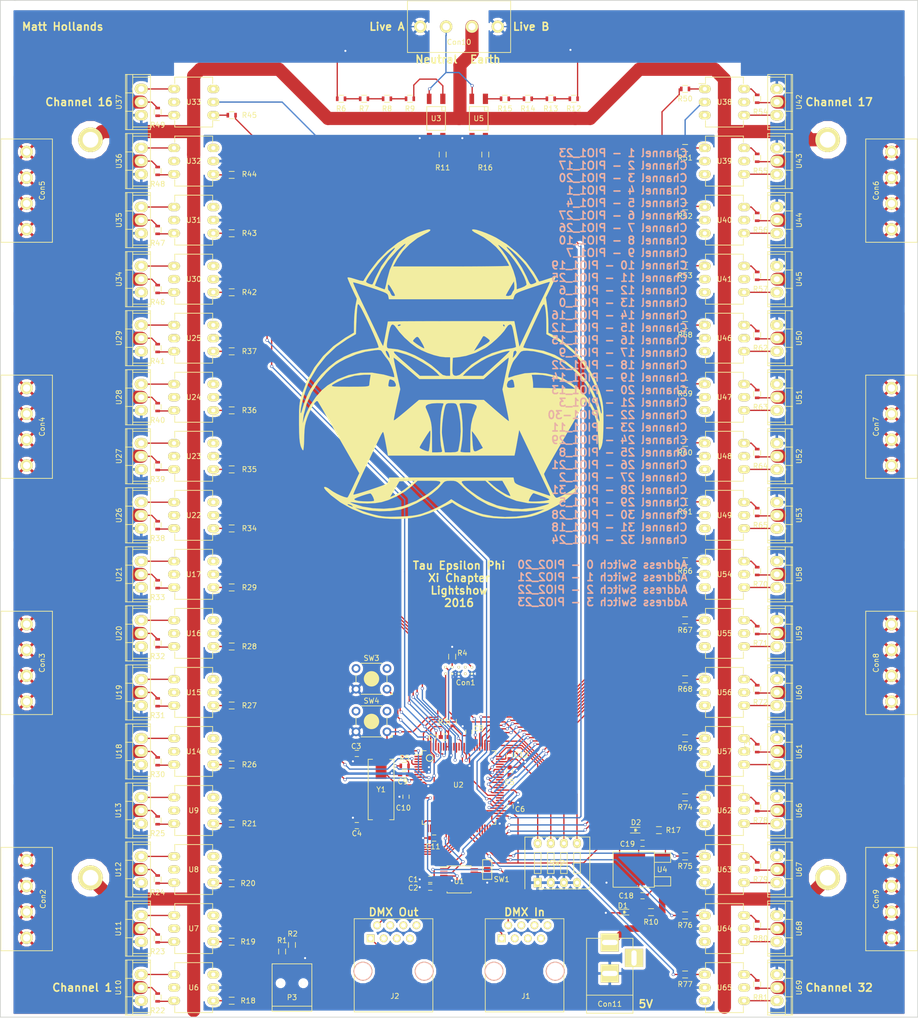
<source format=kicad_pcb>
(kicad_pcb (version 4) (host pcbnew 4.0.1-stable)
  (layers (0 F.Cu signal) (31 B.Cu signal) (34 B.Paste user) (35 F.Paste user) (36 B.SilkS user) (37 F.SilkS user) (38 B.Mask user) (39 F.Mask user) (44 Edge.Cuts user))
  (net 0 "")
  (net 1 +5V)
  (net 2 GND)
  (net 3 "Net-(C3-Pad1)")
  (net 4 "Net-(C4-Pad1)")
  (net 5 +3V3)
  (net 6 /Processor/RESET)
  (net 7 "Net-(Con1-Pad2)")
  (net 8 "Net-(Con1-Pad4)")
  (net 9 "Net-(Con1-Pad6)")
  (net 10 "Net-(Con1-Pad7)")
  (net 11 "Net-(Con1-Pad8)")
  (net 12 /Output1/LiveA)
  (net 13 /Output1/Live1)
  (net 14 /Output1/Live2)
  (net 15 /Output1/Live3)
  (net 16 /Output1/Live4)
  (net 17 /Output1/Live5)
  (net 18 /Output1/Live6)
  (net 19 /Output1/Live7)
  (net 20 /Output1/Live8)
  (net 21 /Output1/Live9)
  (net 22 /Output1/Live10)
  (net 23 /Output1/Live11)
  (net 24 /Output1/Live12)
  (net 25 /Output1/Live13)
  (net 26 /Output1/Live14)
  (net 27 /Output1/Live15)
  (net 28 /Output1/Live16)
  (net 29 /Power2/Live17)
  (net 30 /Power2/Live18)
  (net 31 /Power2/Live19)
  (net 32 /Power2/Live20)
  (net 33 /Power2/Live21)
  (net 34 /Power2/Live22)
  (net 35 /Power2/Live23)
  (net 36 /Power2/Live24)
  (net 37 /Power2/Live25)
  (net 38 /Power2/Live26)
  (net 39 /Power2/Live27)
  (net 40 /Power2/Live28)
  (net 41 /Power2/Live29)
  (net 42 /Power2/Live30)
  (net 43 /Power2/Live31)
  (net 44 /Power2/Live32)
  (net 45 "Net-(D1-Pad2)")
  (net 46 "Net-(D2-Pad2)")
  (net 47 "Net-(J1-Pad1)")
  (net 48 "Net-(J1-Pad2)")
  (net 49 "Net-(J1-Pad3)")
  (net 50 "Net-(J1-Pad4)")
  (net 51 "Net-(J1-Pad5)")
  (net 52 "Net-(J1-Pad6)")
  (net 53 "Net-(J1-Pad7)")
  (net 54 "Net-(J1-Pad8)")
  (net 55 "Net-(J2-Pad1)")
  (net 56 "Net-(J2-Pad2)")
  (net 57 "Net-(J2-Pad3)")
  (net 58 "Net-(J2-Pad4)")
  (net 59 "Net-(J2-Pad5)")
  (net 60 "Net-(J2-Pad6)")
  (net 61 "Net-(J2-Pad7)")
  (net 62 "Net-(J2-Pad8)")
  (net 63 "Net-(P3-Pad1)")
  (net 64 "Net-(P3-Pad2)")
  (net 65 "Net-(P3-Pad3)")
  (net 66 "Net-(R1-Pad2)")
  (net 67 "Net-(R2-Pad2)")
  (net 68 "Net-(R6-Pad2)")
  (net 69 "Net-(R7-Pad2)")
  (net 70 "Net-(R8-Pad2)")
  (net 71 "Net-(R9-Pad2)")
  (net 72 /Power/Zero_crossingA)
  (net 73 /Power/LiveB)
  (net 74 "Net-(R12-Pad2)")
  (net 75 "Net-(R13-Pad2)")
  (net 76 "Net-(R14-Pad2)")
  (net 77 "Net-(R15-Pad2)")
  (net 78 /Power/Zero_crossingB)
  (net 79 "Net-(R18-Pad1)")
  (net 80 /Output1/CH1)
  (net 81 "Net-(R19-Pad1)")
  (net 82 /Output1/CH2)
  (net 83 "Net-(R20-Pad1)")
  (net 84 /Output1/CH3)
  (net 85 "Net-(R21-Pad1)")
  (net 86 /Output1/CH4)
  (net 87 "Net-(R22-Pad2)")
  (net 88 "Net-(R23-Pad2)")
  (net 89 "Net-(R24-Pad2)")
  (net 90 "Net-(R25-Pad2)")
  (net 91 "Net-(R26-Pad1)")
  (net 92 /Output1/CH5)
  (net 93 "Net-(R27-Pad1)")
  (net 94 /Output1/CH6)
  (net 95 "Net-(R28-Pad1)")
  (net 96 /Output1/CH7)
  (net 97 "Net-(R29-Pad1)")
  (net 98 /Output1/CH8)
  (net 99 "Net-(R30-Pad2)")
  (net 100 "Net-(R31-Pad2)")
  (net 101 "Net-(R32-Pad2)")
  (net 102 "Net-(R33-Pad2)")
  (net 103 "Net-(R34-Pad1)")
  (net 104 /Output1/CH9)
  (net 105 "Net-(R35-Pad1)")
  (net 106 /Output1/CH10)
  (net 107 "Net-(R36-Pad1)")
  (net 108 /Output1/CH11)
  (net 109 "Net-(R37-Pad1)")
  (net 110 /Output1/CH12)
  (net 111 "Net-(R38-Pad2)")
  (net 112 "Net-(R39-Pad2)")
  (net 113 "Net-(R40-Pad2)")
  (net 114 "Net-(R41-Pad2)")
  (net 115 "Net-(R42-Pad1)")
  (net 116 /Output1/CH13)
  (net 117 "Net-(R43-Pad1)")
  (net 118 /Output1/CH14)
  (net 119 "Net-(R44-Pad1)")
  (net 120 /Output1/CH15)
  (net 121 "Net-(R45-Pad1)")
  (net 122 /Output1/CH16)
  (net 123 "Net-(R46-Pad2)")
  (net 124 "Net-(R47-Pad2)")
  (net 125 "Net-(R48-Pad2)")
  (net 126 "Net-(R49-Pad2)")
  (net 127 "Net-(R50-Pad1)")
  (net 128 /Power2/CH17)
  (net 129 "Net-(R51-Pad1)")
  (net 130 /Power2/CH18)
  (net 131 "Net-(R52-Pad1)")
  (net 132 /Power2/CH19)
  (net 133 "Net-(R53-Pad1)")
  (net 134 "Net-(R54-Pad2)")
  (net 135 "Net-(R55-Pad2)")
  (net 136 "Net-(R56-Pad2)")
  (net 137 "Net-(R57-Pad2)")
  (net 138 "Net-(R58-Pad1)")
  (net 139 /Power2/CH21)
  (net 140 "Net-(R59-Pad1)")
  (net 141 /Power2/CH22)
  (net 142 "Net-(R60-Pad1)")
  (net 143 /Power2/CH23)
  (net 144 "Net-(R61-Pad1)")
  (net 145 /Power2/CH24)
  (net 146 "Net-(R62-Pad2)")
  (net 147 "Net-(R63-Pad2)")
  (net 148 "Net-(R64-Pad2)")
  (net 149 "Net-(R65-Pad2)")
  (net 150 "Net-(R66-Pad1)")
  (net 151 /Power2/CH25)
  (net 152 "Net-(R67-Pad1)")
  (net 153 /Power2/CH26)
  (net 154 "Net-(R68-Pad1)")
  (net 155 /Power2/CH27)
  (net 156 "Net-(R69-Pad1)")
  (net 157 /Power2/CH28)
  (net 158 "Net-(R70-Pad2)")
  (net 159 "Net-(R71-Pad2)")
  (net 160 "Net-(R72-Pad2)")
  (net 161 "Net-(R73-Pad2)")
  (net 162 "Net-(R74-Pad1)")
  (net 163 /Power2/CH29)
  (net 164 "Net-(R75-Pad1)")
  (net 165 /Power2/CH30)
  (net 166 "Net-(R76-Pad1)")
  (net 167 /Power2/CH31)
  (net 168 "Net-(R77-Pad1)")
  (net 169 /Power2/CH32)
  (net 170 "Net-(R78-Pad2)")
  (net 171 "Net-(R79-Pad2)")
  (net 172 "Net-(R80-Pad2)")
  (net 173 "Net-(R81-Pad2)")
  (net 174 "Net-(SW1-Pad2)")
  (net 175 "Net-(SW2-Pad8)")
  (net 176 "Net-(SW2-Pad7)")
  (net 177 "Net-(SW2-Pad6)")
  (net 178 "Net-(SW2-Pad5)")
  (net 179 "Net-(SW3-Pad1)")
  (net 180 /Front-End/TX_ENABLE)
  (net 181 /Front-End/RX_ENABLE)
  (net 182 /Front-End/RX)
  (net 183 "Net-(U2-Pad2)")
  (net 184 "Net-(U2-Pad3)")
  (net 185 "Net-(U2-Pad6)")
  (net 186 "Net-(U2-Pad15)")
  (net 187 "Net-(U2-Pad16)")
  (net 188 "Net-(U2-Pad19)")
  (net 189 "Net-(U2-Pad21)")
  (net 190 "Net-(U2-Pad24)")
  (net 191 "Net-(U2-Pad25)")
  (net 192 "Net-(U2-Pad26)")
  (net 193 "Net-(U2-Pad27)")
  (net 194 "Net-(U2-Pad31)")
  (net 195 "Net-(U2-Pad32)")
  (net 196 "Net-(U2-Pad36)")
  (net 197 "Net-(U2-Pad37)")
  (net 198 "Net-(U2-Pad40)")
  (net 199 "Net-(U2-Pad41)")
  (net 200 "Net-(U2-Pad44)")
  (net 201 "Net-(U2-Pad45)")
  (net 202 "Net-(U2-Pad49)")
  (net 203 "Net-(U2-Pad50)")
  (net 204 "Net-(U2-Pad51)")
  (net 205 "Net-(U2-Pad58)")
  (net 206 "Net-(U2-Pad59)")
  (net 207 "Net-(U2-Pad64)")
  (net 208 "Net-(U2-Pad66)")
  (net 209 "Net-(U2-Pad68)")
  (net 210 "Net-(U2-Pad69)")
  (net 211 "Net-(U2-Pad81)")
  (net 212 "Net-(U2-Pad83)")
  (net 213 "Net-(U2-Pad88)")
  (net 214 "Net-(U2-Pad90)")
  (net 215 "Net-(U2-Pad94)")
  (net 216 "Net-(U2-Pad95)")
  (net 217 "Net-(U6-Pad3)")
  (net 218 "Net-(U6-Pad5)")
  (net 219 "Net-(U7-Pad3)")
  (net 220 "Net-(U7-Pad5)")
  (net 221 "Net-(U8-Pad3)")
  (net 222 "Net-(U8-Pad5)")
  (net 223 "Net-(U9-Pad3)")
  (net 224 "Net-(U9-Pad5)")
  (net 225 "Net-(U14-Pad3)")
  (net 226 "Net-(U14-Pad4)")
  (net 227 "Net-(U14-Pad5)")
  (net 228 "Net-(U15-Pad3)")
  (net 229 "Net-(U15-Pad4)")
  (net 230 "Net-(U15-Pad5)")
  (net 231 "Net-(U16-Pad3)")
  (net 232 "Net-(U16-Pad4)")
  (net 233 "Net-(U16-Pad5)")
  (net 234 "Net-(U17-Pad3)")
  (net 235 "Net-(U17-Pad4)")
  (net 236 "Net-(U17-Pad5)")
  (net 237 "Net-(U22-Pad3)")
  (net 238 "Net-(U22-Pad4)")
  (net 239 "Net-(U22-Pad5)")
  (net 240 "Net-(U23-Pad3)")
  (net 241 "Net-(U23-Pad4)")
  (net 242 "Net-(U23-Pad5)")
  (net 243 "Net-(U24-Pad3)")
  (net 244 "Net-(U24-Pad4)")
  (net 245 "Net-(U24-Pad5)")
  (net 246 "Net-(U25-Pad3)")
  (net 247 "Net-(U25-Pad4)")
  (net 248 "Net-(U25-Pad5)")
  (net 249 "Net-(U30-Pad3)")
  (net 250 "Net-(U30-Pad4)")
  (net 251 "Net-(U30-Pad5)")
  (net 252 "Net-(U31-Pad3)")
  (net 253 "Net-(U31-Pad4)")
  (net 254 "Net-(U31-Pad5)")
  (net 255 "Net-(U32-Pad3)")
  (net 256 "Net-(U32-Pad4)")
  (net 257 "Net-(U32-Pad5)")
  (net 258 "Net-(U33-Pad3)")
  (net 259 "Net-(U33-Pad4)")
  (net 260 "Net-(U33-Pad5)")
  (net 261 "Net-(U38-Pad3)")
  (net 262 "Net-(U38-Pad4)")
  (net 263 "Net-(U38-Pad5)")
  (net 264 "Net-(U39-Pad3)")
  (net 265 "Net-(U39-Pad4)")
  (net 266 "Net-(U39-Pad5)")
  (net 267 "Net-(U40-Pad3)")
  (net 268 "Net-(U40-Pad4)")
  (net 269 "Net-(U40-Pad5)")
  (net 270 "Net-(U41-Pad3)")
  (net 271 "Net-(U41-Pad4)")
  (net 272 "Net-(U41-Pad5)")
  (net 273 "Net-(U46-Pad3)")
  (net 274 "Net-(U46-Pad4)")
  (net 275 "Net-(U46-Pad5)")
  (net 276 "Net-(U47-Pad3)")
  (net 277 "Net-(U47-Pad4)")
  (net 278 "Net-(U47-Pad5)")
  (net 279 "Net-(U48-Pad3)")
  (net 280 "Net-(U48-Pad4)")
  (net 281 "Net-(U48-Pad5)")
  (net 282 "Net-(U49-Pad3)")
  (net 283 "Net-(U49-Pad4)")
  (net 284 "Net-(U49-Pad5)")
  (net 285 "Net-(U54-Pad3)")
  (net 286 "Net-(U54-Pad4)")
  (net 287 "Net-(U54-Pad5)")
  (net 288 "Net-(U55-Pad3)")
  (net 289 "Net-(U55-Pad4)")
  (net 290 "Net-(U55-Pad5)")
  (net 291 "Net-(U56-Pad3)")
  (net 292 "Net-(U56-Pad4)")
  (net 293 "Net-(U56-Pad5)")
  (net 294 "Net-(U57-Pad3)")
  (net 295 "Net-(U57-Pad4)")
  (net 296 "Net-(U57-Pad5)")
  (net 297 "Net-(U62-Pad3)")
  (net 298 "Net-(U62-Pad4)")
  (net 299 "Net-(U62-Pad5)")
  (net 300 "Net-(U63-Pad3)")
  (net 301 "Net-(U63-Pad4)")
  (net 302 "Net-(U63-Pad5)")
  (net 303 "Net-(U64-Pad3)")
  (net 304 "Net-(U64-Pad4)")
  (net 305 "Net-(U64-Pad5)")
  (net 306 "Net-(U65-Pad3)")
  (net 307 "Net-(U65-Pad4)")
  (net 308 "Net-(U65-Pad5)")
  (net 309 "Net-(U10-Pad3)")
  (net 310 "Net-(U11-Pad3)")
  (net 311 "Net-(U12-Pad3)")
  (net 312 "Net-(U13-Pad3)")
  (net 313 "Net-(Con11-Pad3)")
  (net 314 /Power2/CH20)
  (net 315 /Power/Neutral)
  (net 316 /Earth)
  (module Housings_DIP:DIP-6_W7.62mm_LongPads (layer F.Cu) (at 200.025 207.01)
    (fp_text reference U63 (at 3.81 2.54) (layer F.SilkS))
    (fp_text value AN-3003)
    (pad 1 thru_hole oval (at 0 0) (size 2.3 1.6) (drill 0.8) (layers *.Cu *.Mask F.SilkS) (net 164 "Net-(R75-Pad1)"))
    (pad 2 thru_hole oval (at 0 2.54) (size 2.3 1.6) (drill 0.8) (layers *.Cu *.Mask F.SilkS) (net 2 GND))
    (pad 3 thru_hole oval (at 0 5.08) (size 2.3 1.6) (drill 0.8) (layers *.Cu *.Mask F.SilkS) (net 300 "Net-(U63-Pad3)"))
    (pad 4 thru_hole oval (at 7.62 5.08) (size 2.3 1.6) (drill 0.8) (layers *.Cu *.Mask F.SilkS) (net 301 "Net-(U63-Pad4)"))
    (pad 5 thru_hole oval (at 7.62 2.54) (size 2.3 1.6) (drill 0.8) (layers *.Cu *.Mask F.SilkS) (net 302 "Net-(U63-Pad5)"))
    (pad 6 thru_hole oval (at 7.62 0) (size 2.3 1.6) (drill 0.8) (layers *.Cu *.Mask F.SilkS) (net 171 "Net-(R79-Pad2)"))
  )
  (module Components:Tep-silk (layer F.Cu) (at 150.876 113.538)
    (fp_text reference G*** hide)
    (fp_text value LOGO hide)
  )
  (module Housings_SSOP:TSSOP-14_4.4x5mm_Pitch0.65mm (layer F.Cu) (at 152.4 211.455)
    (fp_text reference U1 (at 0 0.381) (layer F.SilkS))
    (fp_text value MAX13450E)
    (pad 1 smd rect (at -2.95 -1.95) (size 1.45 0.45) (layers F.Cu F.Paste F.Mask) (net 180 /Front-End/TX_ENABLE))
    (pad 2 smd rect (at -2.95 -1.3) (size 1.45 0.45) (layers F.Cu F.Paste F.Mask) (net 181 /Front-End/RX_ENABLE))
    (pad 3 smd rect (at -2.95 -0.65) (size 1.45 0.45) (layers F.Cu F.Paste F.Mask) (net 182 /Front-End/RX))
    (pad 4 smd rect (at -2.95 0) (size 1.45 0.45) (layers F.Cu F.Paste F.Mask) (net 1 +5V))
    (pad 5 smd rect (at -2.95 0.65) (size 1.45 0.45) (layers F.Cu F.Paste F.Mask) (net 2 GND))
    (pad 6 smd rect (at -2.95 1.3) (size 1.45 0.45) (layers F.Cu F.Paste F.Mask) (net 1 +5V))
    (pad 7 smd rect (at -2.95 1.95) (size 1.45 0.45) (layers F.Cu F.Paste F.Mask) (net 182 /Front-End/RX))
    (pad 8 smd rect (at 2.95 1.95) (size 1.45 0.45) (layers F.Cu F.Paste F.Mask) (net 47 "Net-(J1-Pad1)"))
    (pad 9 smd rect (at 2.95 1.3) (size 1.45 0.45) (layers F.Cu F.Paste F.Mask) (net 48 "Net-(J1-Pad2)"))
    (pad 10 smd rect (at 2.95 0.65) (size 1.45 0.45) (layers F.Cu F.Paste F.Mask) (net 55 "Net-(J2-Pad1)"))
    (pad 11 smd rect (at 2.95 0) (size 1.45 0.45) (layers F.Cu F.Paste F.Mask) (net 2 GND))
    (pad 12 smd rect (at 2.95 -0.65) (size 1.45 0.45) (layers F.Cu F.Paste F.Mask) (net 56 "Net-(J2-Pad2)"))
    (pad 13 smd rect (at 2.95 -1.3) (size 1.45 0.45) (layers F.Cu F.Paste F.Mask) (net 2 GND))
    (pad 14 smd rect (at 2.95 -1.95) (size 1.45 0.45) (layers F.Cu F.Paste F.Mask) (net 174 "Net-(SW1-Pad2)"))
  )
  (module Components:Cortex-10-SWD (layer F.Cu) (at 152.3365 171.0055 90)
    (fp_text reference Con1 (at -2.3495 1.3335 180) (layer F.SilkS))
    (fp_text value Cortex-10-SWD)
    (pad 1 thru_hole circle (at -0.635 -2.54 90) (size 0.5 0.5) (drill 0.25) (layers *.Cu *.Mask F.SilkS) (net 5 +3V3))
    (pad 2 thru_hole circle (at 0.635 -2.54 90) (size 0.5 0.5) (drill 0.25) (layers *.Cu *.Mask F.SilkS) (net 7 "Net-(Con1-Pad2)"))
    (pad 3 thru_hole circle (at -0.635 -1.27 90) (size 0.5 0.5) (drill 0.25) (layers *.Cu *.Mask F.SilkS) (net 2 GND))
    (pad 4 thru_hole circle (at 0.635 -1.27 90) (size 0.5 0.5) (drill 0.25) (layers *.Cu *.Mask F.SilkS) (net 8 "Net-(Con1-Pad4)"))
    (pad 5 thru_hole circle (at -0.635 0 90) (size 0.5 0.5) (drill 0.25) (layers *.Cu *.Mask F.SilkS) (net 2 GND))
    (pad 6 thru_hole circle (at 0.635 0 90) (size 0.5 0.5) (drill 0.25) (layers *.Cu *.Mask F.SilkS) (net 9 "Net-(Con1-Pad6)"))
    (pad 7 thru_hole circle (at -0.635 1.27 90) (size 0.5 0.5) (drill 0.25) (layers *.Cu *.Mask F.SilkS) (net 10 "Net-(Con1-Pad7)"))
    (pad 8 thru_hole circle (at 0.635 1.27 90) (size 0.5 0.5) (drill 0.25) (layers *.Cu *.Mask F.SilkS) (net 11 "Net-(Con1-Pad8)"))
    (pad 9 thru_hole circle (at -0.635 2.54 90) (size 0.5 0.5) (drill 0.25) (layers *.Cu *.Mask F.SilkS) (net 2 GND))
    (pad 10 thru_hole circle (at 0.635 2.54 90) (size 0.5 0.5) (drill 0.25) (layers *.Cu *.Mask F.SilkS) (net 6 /Processor/RESET))
  )
  (module Housings_QFP:LQFP-100_14x14mm_Pitch0.5mm (layer F.Cu) (at 152.4 193.675)
    (fp_text reference U2 (at -0.127 -0.508) (layer F.SilkS))
    (fp_text value LPC11U68JBD100E)
    (pad 1 smd rect (at -7.9 -6) (size 1.5 0.28) (layers F.Cu F.Paste F.Mask) (net 178 "Net-(SW2-Pad5)"))
    (pad 2 smd rect (at -7.9 -5.5) (size 1.5 0.28) (layers F.Cu F.Paste F.Mask) (net 183 "Net-(U2-Pad2)"))
    (pad 3 smd rect (at -7.9 -5) (size 1.5 0.28) (layers F.Cu F.Paste F.Mask) (net 184 "Net-(U2-Pad3)"))
    (pad 4 smd rect (at -7.9 -4.5) (size 1.5 0.28) (layers F.Cu F.Paste F.Mask) (net 106 /Output1/CH10))
    (pad 5 smd rect (at -7.9 -4) (size 1.5 0.28) (layers F.Cu F.Paste F.Mask) (net 2 GND))
    (pad 6 smd rect (at -7.9 -3.5) (size 1.5 0.28) (layers F.Cu F.Paste F.Mask) (net 185 "Net-(U2-Pad6)"))
    (pad 7 smd rect (at -7.9 -3) (size 1.5 0.28) (layers F.Cu F.Paste F.Mask) (net 2 GND))
    (pad 8 smd rect (at -7.9 -2.5) (size 1.5 0.28) (layers F.Cu F.Paste F.Mask) (net 6 /Processor/RESET))
    (pad 9 smd rect (at -7.9 -2) (size 1.5 0.28) (layers F.Cu F.Paste F.Mask) (net 179 "Net-(SW3-Pad1)"))
    (pad 10 smd rect (at -7.9 -1.5) (size 1.5 0.28) (layers F.Cu F.Paste F.Mask) (net 104 /Output1/CH9))
    (pad 11 smd rect (at -7.9 -1) (size 1.5 0.28) (layers F.Cu F.Paste F.Mask) (net 2 GND))
    (pad 12 smd rect (at -7.9 -0.5) (size 1.5 0.28) (layers F.Cu F.Paste F.Mask) (net 3 "Net-(C3-Pad1)"))
    (pad 13 smd rect (at -7.9 0) (size 1.5 0.28) (layers F.Cu F.Paste F.Mask) (net 4 "Net-(C4-Pad1)"))
    (pad 14 smd rect (at -7.9 0.5) (size 1.5 0.28) (layers F.Cu F.Paste F.Mask) (net 5 +3V3))
    (pad 15 smd rect (at -7.9 1) (size 1.5 0.28) (layers F.Cu F.Paste F.Mask) (net 186 "Net-(U2-Pad15)"))
    (pad 16 smd rect (at -7.9 1.5) (size 1.5 0.28) (layers F.Cu F.Paste F.Mask) (net 187 "Net-(U2-Pad16)"))
    (pad 17 smd rect (at -7.9 2) (size 1.5 0.28) (layers F.Cu F.Paste F.Mask) (net 182 /Front-End/RX))
    (pad 18 smd rect (at -7.9 2.5) (size 1.5 0.28) (layers F.Cu F.Paste F.Mask) (net 98 /Output1/CH8))
    (pad 19 smd rect (at -7.9 3) (size 1.5 0.28) (layers F.Cu F.Paste F.Mask) (net 188 "Net-(U2-Pad19)"))
    (pad 20 smd rect (at -7.9 3.5) (size 1.5 0.28) (layers F.Cu F.Paste F.Mask) (net 96 /Output1/CH7))
    (pad 21 smd rect (at -7.9 4) (size 1.5 0.28) (layers F.Cu F.Paste F.Mask) (net 189 "Net-(U2-Pad21)"))
    (pad 22 smd rect (at -7.9 4.5) (size 1.5 0.28) (layers F.Cu F.Paste F.Mask) (net 94 /Output1/CH6))
    (pad 23 smd rect (at -7.9 5) (size 1.5 0.28) (layers F.Cu F.Paste F.Mask) (net 92 /Output1/CH5))
    (pad 24 smd rect (at -7.9 5.5) (size 1.5 0.28) (layers F.Cu F.Paste F.Mask) (net 190 "Net-(U2-Pad24)"))
    (pad 25 smd rect (at -7.9 6) (size 1.5 0.28) (layers F.Cu F.Paste F.Mask) (net 191 "Net-(U2-Pad25)"))
    (pad 26 smd rect (at -6 7.9 90) (size 1.5 0.28) (layers F.Cu F.Paste F.Mask) (net 192 "Net-(U2-Pad26)"))
    (pad 27 smd rect (at -5.5 7.9 90) (size 1.5 0.28) (layers F.Cu F.Paste F.Mask) (net 193 "Net-(U2-Pad27)"))
    (pad 28 smd rect (at -5 7.9 90) (size 1.5 0.28) (layers F.Cu F.Paste F.Mask) (net 86 /Output1/CH4))
    (pad 29 smd rect (at -4.5 7.9 90) (size 1.5 0.28) (layers F.Cu F.Paste F.Mask) (net 84 /Output1/CH3))
    (pad 30 smd rect (at -4 7.9 90) (size 1.5 0.28) (layers F.Cu F.Paste F.Mask) (net 5 +3V3))
    (pad 31 smd rect (at -3.5 7.9 90) (size 1.5 0.28) (layers F.Cu F.Paste F.Mask) (net 194 "Net-(U2-Pad31)"))
    (pad 32 smd rect (at -3 7.9 90) (size 1.5 0.28) (layers F.Cu F.Paste F.Mask) (net 195 "Net-(U2-Pad32)"))
    (pad 33 smd rect (at -2.5 7.9 90) (size 1.5 0.28) (layers F.Cu F.Paste F.Mask) (net 181 /Front-End/RX_ENABLE))
    (pad 34 smd rect (at -2 7.9 90) (size 1.5 0.28) (layers F.Cu F.Paste F.Mask) (net 82 /Output1/CH2))
    (pad 35 smd rect (at -1.5 7.9 90) (size 1.5 0.28) (layers F.Cu F.Paste F.Mask) (net 80 /Output1/CH1))
    (pad 36 smd rect (at -1 7.9 90) (size 1.5 0.28) (layers F.Cu F.Paste F.Mask) (net 196 "Net-(U2-Pad36)"))
    (pad 37 smd rect (at -0.5 7.9 90) (size 1.5 0.28) (layers F.Cu F.Paste F.Mask) (net 197 "Net-(U2-Pad37)"))
    (pad 38 smd rect (at 0 7.9 90) (size 1.5 0.28) (layers F.Cu F.Paste F.Mask) (net 67 "Net-(R2-Pad2)"))
    (pad 39 smd rect (at 0.5 7.9 90) (size 1.5 0.28) (layers F.Cu F.Paste F.Mask) (net 66 "Net-(R1-Pad2)"))
    (pad 40 smd rect (at 1 7.9 90) (size 1.5 0.28) (layers F.Cu F.Paste F.Mask) (net 198 "Net-(U2-Pad40)"))
    (pad 41 smd rect (at 1.5 7.9 90) (size 1.5 0.28) (layers F.Cu F.Paste F.Mask) (net 199 "Net-(U2-Pad41)"))
    (pad 42 smd rect (at 2 7.9 90) (size 1.5 0.28) (layers F.Cu F.Paste F.Mask) (net 169 /Power2/CH32))
    (pad 43 smd rect (at 2.5 7.9 90) (size 1.5 0.28) (layers F.Cu F.Paste F.Mask) (net 167 /Power2/CH31))
    (pad 44 smd rect (at 3 7.9 90) (size 1.5 0.28) (layers F.Cu F.Paste F.Mask) (net 200 "Net-(U2-Pad44)"))
    (pad 45 smd rect (at 3.5 7.9 90) (size 1.5 0.28) (layers F.Cu F.Paste F.Mask) (net 201 "Net-(U2-Pad45)"))
    (pad 46 smd rect (at 4 7.9 90) (size 1.5 0.28) (layers F.Cu F.Paste F.Mask) (net 165 /Power2/CH30))
    (pad 47 smd rect (at 4.5 7.9 90) (size 1.5 0.28) (layers F.Cu F.Paste F.Mask) (net 163 /Power2/CH29))
    (pad 48 smd rect (at 5 7.9 90) (size 1.5 0.28) (layers F.Cu F.Paste F.Mask) (net 157 /Power2/CH28))
    (pad 49 smd rect (at 5.5 7.9 90) (size 1.5 0.28) (layers F.Cu F.Paste F.Mask) (net 202 "Net-(U2-Pad49)"))
    (pad 50 smd rect (at 6 7.9 90) (size 1.5 0.28) (layers F.Cu F.Paste F.Mask) (net 203 "Net-(U2-Pad50)"))
    (pad 51 smd rect (at 7.9 6) (size 1.5 0.28) (layers F.Cu F.Paste F.Mask) (net 204 "Net-(U2-Pad51)"))
    (pad 52 smd rect (at 7.9 5.5) (size 1.5 0.28) (layers F.Cu F.Paste F.Mask) (net 78 /Power/Zero_crossingB))
    (pad 53 smd rect (at 7.9 5) (size 1.5 0.28) (layers F.Cu F.Paste F.Mask) (net 2 GND))
    (pad 54 smd rect (at 7.9 4.5) (size 1.5 0.28) (layers F.Cu F.Paste F.Mask) (net 5 +3V3))
    (pad 55 smd rect (at 7.9 4) (size 1.5 0.28) (layers F.Cu F.Paste F.Mask) (net 155 /Power2/CH27))
    (pad 56 smd rect (at 7.9 3.5) (size 1.5 0.28) (layers F.Cu F.Paste F.Mask) (net 153 /Power2/CH26))
    (pad 57 smd rect (at 7.9 3) (size 1.5 0.28) (layers F.Cu F.Paste F.Mask) (net 72 /Power/Zero_crossingA))
    (pad 58 smd rect (at 7.9 2.5) (size 1.5 0.28) (layers F.Cu F.Paste F.Mask) (net 205 "Net-(U2-Pad58)"))
    (pad 59 smd rect (at 7.9 2) (size 1.5 0.28) (layers F.Cu F.Paste F.Mask) (net 206 "Net-(U2-Pad59)"))
    (pad 60 smd rect (at 7.9 1.5) (size 1.5 0.28) (layers F.Cu F.Paste F.Mask) (net 8 "Net-(Con1-Pad4)"))
    (pad 61 smd rect (at 7.9 1) (size 1.5 0.28) (layers F.Cu F.Paste F.Mask) (net 151 /Power2/CH25))
    (pad 62 smd rect (at 7.9 0.5) (size 1.5 0.28) (layers F.Cu F.Paste F.Mask) (net 180 /Front-End/TX_ENABLE))
    (pad 63 smd rect (at 7.9 0) (size 1.5 0.28) (layers F.Cu F.Paste F.Mask) (net 145 /Power2/CH24))
    (pad 64 smd rect (at 7.9 -0.5) (size 1.5 0.28) (layers F.Cu F.Paste F.Mask) (net 207 "Net-(U2-Pad64)"))
    (pad 65 smd rect (at 7.9 -1) (size 1.5 0.28) (layers F.Cu F.Paste F.Mask) (net 143 /Power2/CH23))
    (pad 66 smd rect (at 7.9 -1.5) (size 1.5 0.28) (layers F.Cu F.Paste F.Mask) (net 208 "Net-(U2-Pad66)"))
    (pad 67 smd rect (at 7.9 -2) (size 1.5 0.28) (layers F.Cu F.Paste F.Mask) (net 141 /Power2/CH22))
    (pad 68 smd rect (at 7.9 -2.5) (size 1.5 0.28) (layers F.Cu F.Paste F.Mask) (net 209 "Net-(U2-Pad68)"))
    (pad 69 smd rect (at 7.9 -3) (size 1.5 0.28) (layers F.Cu F.Paste F.Mask) (net 210 "Net-(U2-Pad69)"))
    (pad 70 smd rect (at 7.9 -3.5) (size 1.5 0.28) (layers F.Cu F.Paste F.Mask) (net 2 GND))
    (pad 71 smd rect (at 7.9 -4) (size 1.5 0.28) (layers F.Cu F.Paste F.Mask) (net 5 +3V3))
    (pad 72 smd rect (at 7.9 -4.5) (size 1.5 0.28) (layers F.Cu F.Paste F.Mask) (net 139 /Power2/CH21))
    (pad 73 smd rect (at 7.9 -5) (size 1.5 0.28) (layers F.Cu F.Paste F.Mask) (net 5 +3V3))
    (pad 74 smd rect (at 7.9 -5.5) (size 1.5 0.28) (layers F.Cu F.Paste F.Mask) (net 2 GND))
    (pad 75 smd rect (at 7.9 -6) (size 1.5 0.28) (layers F.Cu F.Paste F.Mask) (net 175 "Net-(SW2-Pad8)"))
    (pad 76 smd rect (at 6 -7.9 90) (size 1.5 0.28) (layers F.Cu F.Paste F.Mask) (net 176 "Net-(SW2-Pad7)"))
    (pad 77 smd rect (at 5.5 -7.9 90) (size 1.5 0.28) (layers F.Cu F.Paste F.Mask) (net 177 "Net-(SW2-Pad6)"))
    (pad 78 smd rect (at 5 -7.9 90) (size 1.5 0.28) (layers F.Cu F.Paste F.Mask) (net 314 /Power2/CH20))
    (pad 79 smd rect (at 4.5 -7.9 90) (size 1.5 0.28) (layers F.Cu F.Paste F.Mask) (net 132 /Power2/CH19))
    (pad 80 smd rect (at 4 -7.9 90) (size 1.5 0.28) (layers F.Cu F.Paste F.Mask) (net 130 /Power2/CH18))
    (pad 81 smd rect (at 3.5 -7.9 90) (size 1.5 0.28) (layers F.Cu F.Paste F.Mask) (net 211 "Net-(U2-Pad81)"))
    (pad 82 smd rect (at 3 -7.9 90) (size 1.5 0.28) (layers F.Cu F.Paste F.Mask) (net 7 "Net-(Con1-Pad2)"))
    (pad 83 smd rect (at 2.5 -7.9 90) (size 1.5 0.28) (layers F.Cu F.Paste F.Mask) (net 212 "Net-(U2-Pad83)"))
    (pad 84 smd rect (at 2 -7.9 90) (size 1.5 0.28) (layers F.Cu F.Paste F.Mask) (net 5 +3V3))
    (pad 85 smd rect (at 1.5 -7.9 90) (size 1.5 0.28) (layers F.Cu F.Paste F.Mask) (net 2 GND))
    (pad 86 smd rect (at 1 -7.9 90) (size 1.5 0.28) (layers F.Cu F.Paste F.Mask) (net 128 /Power2/CH17))
    (pad 87 smd rect (at 0.5 -7.9 90) (size 1.5 0.28) (layers F.Cu F.Paste F.Mask) (net 122 /Output1/CH16))
    (pad 88 smd rect (at 0 -7.9 90) (size 1.5 0.28) (layers F.Cu F.Paste F.Mask) (net 213 "Net-(U2-Pad88)"))
    (pad 89 smd rect (at -0.5 -7.9 90) (size 1.5 0.28) (layers F.Cu F.Paste F.Mask) (net 120 /Output1/CH15))
    (pad 90 smd rect (at -1 -7.9 90) (size 1.5 0.28) (layers F.Cu F.Paste F.Mask) (net 214 "Net-(U2-Pad90)"))
    (pad 91 smd rect (at -1.5 -7.9 90) (size 1.5 0.28) (layers F.Cu F.Paste F.Mask) (net 2 GND))
    (pad 92 smd rect (at -2 -7.9 90) (size 1.5 0.28) (layers F.Cu F.Paste F.Mask) (net 5 +3V3))
    (pad 93 smd rect (at -2.5 -7.9 90) (size 1.5 0.28) (layers F.Cu F.Paste F.Mask) (net 5 +3V3))
    (pad 94 smd rect (at -3 -7.9 90) (size 1.5 0.28) (layers F.Cu F.Paste F.Mask) (net 215 "Net-(U2-Pad94)"))
    (pad 95 smd rect (at -3.5 -7.9 90) (size 1.5 0.28) (layers F.Cu F.Paste F.Mask) (net 216 "Net-(U2-Pad95)"))
    (pad 96 smd rect (at -4 -7.9 90) (size 1.5 0.28) (layers F.Cu F.Paste F.Mask) (net 118 /Output1/CH14))
    (pad 97 smd rect (at -4.5 -7.9 90) (size 1.5 0.28) (layers F.Cu F.Paste F.Mask) (net 116 /Output1/CH13))
    (pad 98 smd rect (at -5 -7.9 90) (size 1.5 0.28) (layers F.Cu F.Paste F.Mask) (net 110 /Output1/CH12))
    (pad 99 smd rect (at -5.5 -7.9 90) (size 1.5 0.28) (layers F.Cu F.Paste F.Mask) (net 5 +3V3))
    (pad 100 smd rect (at -6 -7.9 90) (size 1.5 0.28) (layers F.Cu F.Paste F.Mask) (net 108 /Output1/CH11))
  )
  (module Resistors_SMD:R_0603 (layer F.Cu) (at 151.0665 168.3385 90)
    (fp_text reference R4 (at 0.6985 1.9685 180) (layer F.SilkS))
    (fp_text value 10k)
    (pad 1 smd rect (at -0.75 0 90) (size 0.5 0.9) (layers F.Cu F.Paste F.Mask) (net 8 "Net-(Con1-Pad4)"))
    (pad 2 smd rect (at 0.75 0 90) (size 0.5 0.9) (layers F.Cu F.Paste F.Mask) (net 2 GND))
  )
  (module Resistors_SMD:R_0603 (layer F.Cu) (at 108.331 200.66)
    (fp_text reference R21 (at 3.429 0) (layer F.SilkS))
    (fp_text value 200R)
    (pad 1 smd rect (at -0.75 0) (size 0.5 0.9) (layers F.Cu F.Paste F.Mask) (net 85 "Net-(R21-Pad1)"))
    (pad 2 smd rect (at 0.75 0) (size 0.5 0.9) (layers F.Cu F.Paste F.Mask) (net 86 /Output1/CH4))
  )
  (module Opto-Devices:Optocoupler_SMD_HandSoldering_KPC357_LTV35x_PC357_SingleChannel (layer F.Cu) (at 156.21 64.135 270)
    (fp_text reference U5 (at 0 0 360) (layer F.SilkS))
    (fp_text value LTV-354T*)
    (pad 2 smd rect (at -3.79984 1.34874 270) (size 1.99898 0.89916) (layers F.Cu F.Paste F.Mask) (net 315 /Power/Neutral))
    (pad 1 smd rect (at -3.79984 -1.30048 270) (size 1.99898 1.00076) (layers F.Cu F.Paste F.Mask) (net 77 "Net-(R15-Pad2)"))
    (pad 4 smd rect (at 3.79984 -1.30048 270) (size 1.99898 1.00076) (layers F.Cu F.Paste F.Mask) (net 78 /Power/Zero_crossingB))
    (pad 3 smd rect (at 3.79984 1.30048 270) (size 1.99898 1.00076) (layers F.Cu F.Paste F.Mask) (net 2 GND))
  )
  (module Resistors_SMD:R_0603 (layer F.Cu) (at 93.98 85.725 270)
    (fp_text reference R47 (at 2.54 0 360) (layer F.SilkS))
    (fp_text value 180R)
    (pad 1 smd rect (at -0.75 0 270) (size 0.5 0.9) (layers F.Cu F.Paste F.Mask) (net 26 /Output1/Live14))
    (pad 2 smd rect (at 0.75 0 270) (size 0.5 0.9) (layers F.Cu F.Paste F.Mask) (net 124 "Net-(R47-Pad2)"))
  )
  (module Power_Integrations:TO-220 (layer F.Cu) (at 90.805 220.98 90)
    (fp_text reference U11 (at 0 -4.445 90) (layer F.SilkS))
    (fp_text value BTA20)
    (pad 2 thru_hole oval (at 0 0 90) (size 2.032 2.54) (drill 1.143) (layers *.Cu *.Mask F.SilkS) (net 14 /Output1/Live2))
    (pad 3 thru_hole oval (at 2.54 0 90) (size 2.032 2.54) (drill 1.143) (layers *.Cu *.Mask F.SilkS) (net 310 "Net-(U11-Pad3)"))
    (pad 1 thru_hole oval (at -2.54 0 90) (size 2.032 2.54) (drill 1.143) (layers *.Cu *.Mask F.SilkS) (net 12 /Output1/LiveA))
  )
  (module Housings_DIP:DIP-6_W7.62mm_LongPads (layer F.Cu) (at 104.775 189.23 180)
    (fp_text reference U14 (at 3.81 2.54 180) (layer F.SilkS))
    (fp_text value AN-3003)
    (pad 1 thru_hole oval (at 0 0 180) (size 2.3 1.6) (drill 0.8) (layers *.Cu *.Mask F.SilkS) (net 91 "Net-(R26-Pad1)"))
    (pad 2 thru_hole oval (at 0 2.54 180) (size 2.3 1.6) (drill 0.8) (layers *.Cu *.Mask F.SilkS) (net 2 GND))
    (pad 3 thru_hole oval (at 0 5.08 180) (size 2.3 1.6) (drill 0.8) (layers *.Cu *.Mask F.SilkS) (net 225 "Net-(U14-Pad3)"))
    (pad 4 thru_hole oval (at 7.62 5.08 180) (size 2.3 1.6) (drill 0.8) (layers *.Cu *.Mask F.SilkS) (net 226 "Net-(U14-Pad4)"))
    (pad 5 thru_hole oval (at 7.62 2.54 180) (size 2.3 1.6) (drill 0.8) (layers *.Cu *.Mask F.SilkS) (net 227 "Net-(U14-Pad5)"))
    (pad 6 thru_hole oval (at 7.62 0 180) (size 2.3 1.6) (drill 0.8) (layers *.Cu *.Mask F.SilkS) (net 99 "Net-(R30-Pad2)"))
  )
  (module Housings_DIP:DIP-6_W7.62mm_LongPads (layer F.Cu) (at 104.775 234.95 180)
    (fp_text reference U6 (at 3.81 2.54 180) (layer F.SilkS))
    (fp_text value AN-3003)
    (pad 1 thru_hole oval (at 0 0 180) (size 2.3 1.6) (drill 0.8) (layers *.Cu *.Mask F.SilkS) (net 79 "Net-(R18-Pad1)"))
    (pad 2 thru_hole oval (at 0 2.54 180) (size 2.3 1.6) (drill 0.8) (layers *.Cu *.Mask F.SilkS) (net 2 GND))
    (pad 3 thru_hole oval (at 0 5.08 180) (size 2.3 1.6) (drill 0.8) (layers *.Cu *.Mask F.SilkS) (net 217 "Net-(U6-Pad3)"))
    (pad 4 thru_hole oval (at 7.62 5.08 180) (size 2.3 1.6) (drill 0.8) (layers *.Cu *.Mask F.SilkS) (net 309 "Net-(U10-Pad3)"))
    (pad 5 thru_hole oval (at 7.62 2.54 180) (size 2.3 1.6) (drill 0.8) (layers *.Cu *.Mask F.SilkS) (net 218 "Net-(U6-Pad5)"))
    (pad 6 thru_hole oval (at 7.62 0 180) (size 2.3 1.6) (drill 0.8) (layers *.Cu *.Mask F.SilkS) (net 87 "Net-(R22-Pad2)"))
  )
  (module Capacitors_SMD:C_0603 (layer F.Cu) (at 146.812 211.455 180)
    (fp_text reference C1 (at 3.302 0 180) (layer F.SilkS))
    (fp_text value 0.1uF)
    (pad 1 smd rect (at -0.75 0 180) (size 0.8 0.75) (layers F.Cu F.Paste F.Mask) (net 1 +5V))
    (pad 2 smd rect (at 0.75 0 180) (size 0.8 0.75) (layers F.Cu F.Paste F.Mask) (net 2 GND))
  )
  (module Capacitors_SMD:C_0603 (layer F.Cu) (at 146.812 212.979 180)
    (fp_text reference C2 (at 3.302 -0.127 180) (layer F.SilkS))
    (fp_text value 0.1uF)
    (pad 1 smd rect (at -0.75 0 180) (size 0.8 0.75) (layers F.Cu F.Paste F.Mask) (net 1 +5V))
    (pad 2 smd rect (at 0.75 0 180) (size 0.8 0.75) (layers F.Cu F.Paste F.Mask) (net 2 GND))
  )
  (module Capacitors_SMD:C_0603 (layer F.Cu) (at 132.588 187.071 180)
    (fp_text reference C3 (at 0.127 1.397 180) (layer F.SilkS))
    (fp_text value 18/39pf)
    (pad 1 smd rect (at -0.75 0 180) (size 0.8 0.75) (layers F.Cu F.Paste F.Mask) (net 3 "Net-(C3-Pad1)"))
    (pad 2 smd rect (at 0.75 0 180) (size 0.8 0.75) (layers F.Cu F.Paste F.Mask) (net 2 GND))
  )
  (module Capacitors_SMD:C_0603 (layer F.Cu) (at 132.588 201.041 180)
    (fp_text reference C4 (at 0 -1.524 180) (layer F.SilkS))
    (fp_text value 18/39pf)
    (pad 1 smd rect (at -0.75 0 180) (size 0.8 0.75) (layers F.Cu F.Paste F.Mask) (net 4 "Net-(C4-Pad1)"))
    (pad 2 smd rect (at 0.75 0 180) (size 0.8 0.75) (layers F.Cu F.Paste F.Mask) (net 2 GND))
  )
  (module Capacitors_SMD:C_0603 (layer F.Cu) (at 162.179 190.5 270)
    (fp_text reference C5 (at 2.159 0 360) (layer F.SilkS))
    (fp_text value 0.01u)
    (pad 1 smd rect (at -0.75 0 270) (size 0.8 0.75) (layers F.Cu F.Paste F.Mask) (net 5 +3V3))
    (pad 2 smd rect (at 0.75 0 270) (size 0.8 0.75) (layers F.Cu F.Paste F.Mask) (net 2 GND))
  )
  (module Capacitors_SMD:C_0603 (layer F.Cu) (at 162.306 197.358 90)
    (fp_text reference C6 (at -0.508 1.905 180) (layer F.SilkS))
    (fp_text value 0.01u)
    (pad 1 smd rect (at -0.75 0 90) (size 0.8 0.75) (layers F.Cu F.Paste F.Mask) (net 5 +3V3))
    (pad 2 smd rect (at 0.75 0 90) (size 0.8 0.75) (layers F.Cu F.Paste F.Mask) (net 2 GND))
  )
  (module Capacitors_SMD:C_0603 (layer F.Cu) (at 149.606 183.896 180)
    (fp_text reference C7 (at 2.286 -0.127 180) (layer F.SilkS))
    (fp_text value 0.01u)
    (pad 1 smd rect (at -0.75 0 180) (size 0.8 0.75) (layers F.Cu F.Paste F.Mask) (net 5 +3V3))
    (pad 2 smd rect (at 0.75 0 180) (size 0.8 0.75) (layers F.Cu F.Paste F.Mask) (net 2 GND))
  )
  (module Capacitors_SMD:C_0603 (layer F.Cu) (at 154.305 182.88 270)
    (fp_text reference C8 (at -0.635 -1.905 360) (layer F.SilkS))
    (fp_text value 0.01u)
    (pad 1 smd rect (at -0.75 0 270) (size 0.8 0.75) (layers F.Cu F.Paste F.Mask) (net 2 GND))
    (pad 2 smd rect (at 0.75 0 270) (size 0.8 0.75) (layers F.Cu F.Paste F.Mask) (net 5 +3V3))
  )
  (module Capacitors_SMD:C_0603 (layer F.Cu) (at 141.732 191.135 180)
    (fp_text reference C9 (at 0.254 -1.397 180) (layer F.SilkS))
    (fp_text value 4.7uF)
    (pad 1 smd rect (at -0.75 0 180) (size 0.8 0.75) (layers F.Cu F.Paste F.Mask) (net 6 /Processor/RESET))
    (pad 2 smd rect (at 0.75 0 180) (size 0.8 0.75) (layers F.Cu F.Paste F.Mask) (net 2 GND))
  )
  (module Capacitors_SMD:C_0603 (layer F.Cu) (at 142.113 195.453 270)
    (fp_text reference C10 (at 2.159 0.508 360) (layer F.SilkS))
    (fp_text value 0.01u)
    (pad 1 smd rect (at -0.75 0 270) (size 0.8 0.75) (layers F.Cu F.Paste F.Mask) (net 5 +3V3))
    (pad 2 smd rect (at 0.75 0 270) (size 0.8 0.75) (layers F.Cu F.Paste F.Mask) (net 2 GND))
  )
  (module Capacitors_SMD:C_0603 (layer F.Cu) (at 147.574 203.454 180)
    (fp_text reference C11 (at 0.254 -1.651 180) (layer F.SilkS))
    (fp_text value 0.01u)
    (pad 1 smd rect (at -0.75 0 180) (size 0.8 0.75) (layers F.Cu F.Paste F.Mask) (net 5 +3V3))
    (pad 2 smd rect (at 0.75 0 180) (size 0.8 0.75) (layers F.Cu F.Paste F.Mask) (net 2 GND))
  )
  (module Capacitors_SMD:C_0603 (layer F.Cu) (at 162.179 187.452 90)
    (fp_text reference C12 (at 0.127 2.286 180) (layer F.SilkS))
    (fp_text value 0.1u)
    (pad 1 smd rect (at -0.75 0 90) (size 0.8 0.75) (layers F.Cu F.Paste F.Mask) (net 5 +3V3))
    (pad 2 smd rect (at 0.75 0 90) (size 0.8 0.75) (layers F.Cu F.Paste F.Mask) (net 2 GND))
  )
  (module Capacitors_SMD:C_0603 (layer F.Cu) (at 187.96 214.63 180)
    (fp_text reference C18 (at 3.175 0 180) (layer F.SilkS))
    (fp_text value 10u)
    (pad 1 smd rect (at -0.75 0 180) (size 0.8 0.75) (layers F.Cu F.Paste F.Mask) (net 1 +5V))
    (pad 2 smd rect (at 0.75 0 180) (size 0.8 0.75) (layers F.Cu F.Paste F.Mask) (net 2 GND))
  )
  (module Capacitors_SMD:C_0603 (layer F.Cu) (at 187.96 204.47 180)
    (fp_text reference C19 (at 2.921 -0.127 180) (layer F.SilkS))
    (fp_text value 10u)
    (pad 1 smd rect (at -0.75 0 180) (size 0.8 0.75) (layers F.Cu F.Paste F.Mask) (net 5 +3V3))
    (pad 2 smd rect (at 0.75 0 180) (size 0.8 0.75) (layers F.Cu F.Paste F.Mask) (net 2 GND))
  )
  (module Components:Screw-terminal (layer F.Cu) (at 68.58 215.265 90)
    (fp_text reference Con2 (at 0 3.175 270) (layer F.SilkS))
    (fp_text value Screw-terminal)
    (pad 1 thru_hole circle (at -7.5 0 90) (size 2.4 2.4) (drill 1.4) (layers *.Cu *.Mask F.SilkS) (net 13 /Output1/Live1))
    (pad 2 thru_hole circle (at -2.5 0 90) (size 2.4 2.4) (drill 1.4) (layers *.Cu *.Mask F.SilkS) (net 14 /Output1/Live2))
    (pad 3 thru_hole circle (at 2.5 0 90) (size 2.4 2.4) (drill 1.4) (layers *.Cu *.Mask F.SilkS) (net 15 /Output1/Live3))
    (pad 4 thru_hole circle (at 7.5 0 90) (size 2.4 2.4) (drill 1.4) (layers *.Cu *.Mask F.SilkS) (net 16 /Output1/Live4))
  )
  (module Components:Screw-terminal (layer F.Cu) (at 68.58 169.545 90)
    (fp_text reference Con3 (at 0 3 90) (layer F.SilkS))
    (fp_text value Screw-terminal)
    (pad 1 thru_hole circle (at -7.5 0 90) (size 2.4 2.4) (drill 1.4) (layers *.Cu *.Mask F.SilkS) (net 17 /Output1/Live5))
    (pad 2 thru_hole circle (at -2.5 0 90) (size 2.4 2.4) (drill 1.4) (layers *.Cu *.Mask F.SilkS) (net 18 /Output1/Live6))
    (pad 3 thru_hole circle (at 2.5 0 90) (size 2.4 2.4) (drill 1.4) (layers *.Cu *.Mask F.SilkS) (net 19 /Output1/Live7))
    (pad 4 thru_hole circle (at 7.5 0 90) (size 2.4 2.4) (drill 1.4) (layers *.Cu *.Mask F.SilkS) (net 20 /Output1/Live8))
  )
  (module Components:Screw-terminal (layer F.Cu) (at 68.58 123.825 90)
    (fp_text reference Con4 (at 0 3 90) (layer F.SilkS))
    (fp_text value Screw-terminal)
    (pad 1 thru_hole circle (at -7.5 0 90) (size 2.4 2.4) (drill 1.4) (layers *.Cu *.Mask F.SilkS) (net 21 /Output1/Live9))
    (pad 2 thru_hole circle (at -2.5 0 90) (size 2.4 2.4) (drill 1.4) (layers *.Cu *.Mask F.SilkS) (net 22 /Output1/Live10))
    (pad 3 thru_hole circle (at 2.5 0 90) (size 2.4 2.4) (drill 1.4) (layers *.Cu *.Mask F.SilkS) (net 23 /Output1/Live11))
    (pad 4 thru_hole circle (at 7.5 0 90) (size 2.4 2.4) (drill 1.4) (layers *.Cu *.Mask F.SilkS) (net 24 /Output1/Live12))
  )
  (module Components:Screw-terminal (layer F.Cu) (at 68.58 78.105 90)
    (fp_text reference Con5 (at 0 3 90) (layer F.SilkS))
    (fp_text value Screw-terminal)
    (pad 1 thru_hole circle (at -7.5 0 90) (size 2.4 2.4) (drill 1.4) (layers *.Cu *.Mask F.SilkS) (net 25 /Output1/Live13))
    (pad 2 thru_hole circle (at -2.5 0 90) (size 2.4 2.4) (drill 1.4) (layers *.Cu *.Mask F.SilkS) (net 26 /Output1/Live14))
    (pad 3 thru_hole circle (at 2.5 0 90) (size 2.4 2.4) (drill 1.4) (layers *.Cu *.Mask F.SilkS) (net 27 /Output1/Live15))
    (pad 4 thru_hole circle (at 7.5 0 90) (size 2.4 2.4) (drill 1.4) (layers *.Cu *.Mask F.SilkS) (net 28 /Output1/Live16))
  )
  (module Components:Screw-terminal (layer F.Cu) (at 236.22 78.105 270)
    (fp_text reference Con6 (at 0 3 270) (layer F.SilkS))
    (fp_text value Screw-terminal)
    (pad 1 thru_hole circle (at -7.5 0 270) (size 2.4 2.4) (drill 1.4) (layers *.Cu *.Mask F.SilkS) (net 29 /Power2/Live17))
    (pad 2 thru_hole circle (at -2.5 0 270) (size 2.4 2.4) (drill 1.4) (layers *.Cu *.Mask F.SilkS) (net 30 /Power2/Live18))
    (pad 3 thru_hole circle (at 2.5 0 270) (size 2.4 2.4) (drill 1.4) (layers *.Cu *.Mask F.SilkS) (net 31 /Power2/Live19))
    (pad 4 thru_hole circle (at 7.5 0 270) (size 2.4 2.4) (drill 1.4) (layers *.Cu *.Mask F.SilkS) (net 32 /Power2/Live20))
  )
  (module Components:Screw-terminal (layer F.Cu) (at 236.22 123.825 270)
    (fp_text reference Con7 (at 0 3 270) (layer F.SilkS))
    (fp_text value Screw-terminal)
    (pad 1 thru_hole circle (at -7.5 0 270) (size 2.4 2.4) (drill 1.4) (layers *.Cu *.Mask F.SilkS) (net 33 /Power2/Live21))
    (pad 2 thru_hole circle (at -2.5 0 270) (size 2.4 2.4) (drill 1.4) (layers *.Cu *.Mask F.SilkS) (net 34 /Power2/Live22))
    (pad 3 thru_hole circle (at 2.5 0 270) (size 2.4 2.4) (drill 1.4) (layers *.Cu *.Mask F.SilkS) (net 35 /Power2/Live23))
    (pad 4 thru_hole circle (at 7.5 0 270) (size 2.4 2.4) (drill 1.4) (layers *.Cu *.Mask F.SilkS) (net 36 /Power2/Live24))
  )
  (module Components:Screw-terminal (layer F.Cu) (at 236.22 169.545 270)
    (fp_text reference Con8 (at 0 3 270) (layer F.SilkS))
    (fp_text value Screw-terminal)
    (pad 1 thru_hole circle (at -7.5 0 270) (size 2.4 2.4) (drill 1.4) (layers *.Cu *.Mask F.SilkS) (net 37 /Power2/Live25))
    (pad 2 thru_hole circle (at -2.5 0 270) (size 2.4 2.4) (drill 1.4) (layers *.Cu *.Mask F.SilkS) (net 38 /Power2/Live26))
    (pad 3 thru_hole circle (at 2.5 0 270) (size 2.4 2.4) (drill 1.4) (layers *.Cu *.Mask F.SilkS) (net 39 /Power2/Live27))
    (pad 4 thru_hole circle (at 7.5 0 270) (size 2.4 2.4) (drill 1.4) (layers *.Cu *.Mask F.SilkS) (net 40 /Power2/Live28))
  )
  (module Components:Screw-terminal (layer F.Cu) (at 236.22 215.265 270)
    (fp_text reference Con9 (at 0 3 270) (layer F.SilkS))
    (fp_text value Screw-terminal)
    (pad 1 thru_hole circle (at -7.5 0 270) (size 2.4 2.4) (drill 1.4) (layers *.Cu *.Mask F.SilkS) (net 41 /Power2/Live29))
    (pad 2 thru_hole circle (at -2.5 0 270) (size 2.4 2.4) (drill 1.4) (layers *.Cu *.Mask F.SilkS) (net 42 /Power2/Live30))
    (pad 3 thru_hole circle (at 2.5 0 270) (size 2.4 2.4) (drill 1.4) (layers *.Cu *.Mask F.SilkS) (net 43 /Power2/Live31))
    (pad 4 thru_hole circle (at 7.5 0 270) (size 2.4 2.4) (drill 1.4) (layers *.Cu *.Mask F.SilkS) (net 44 /Power2/Live32))
  )
  (module Components:Screw-terminal (layer F.Cu) (at 152.4 46.355)
    (fp_text reference Con10 (at 0 3) (layer F.SilkS))
    (fp_text value Screw-terminal)
    (pad 1 thru_hole circle (at -7.5 0) (size 2.4 2.4) (drill 1.4) (layers *.Cu *.Mask F.SilkS) (net 12 /Output1/LiveA))
    (pad 2 thru_hole circle (at -2.5 0) (size 2.4 2.4) (drill 1.4) (layers *.Cu *.Mask F.SilkS) (net 315 /Power/Neutral))
    (pad 3 thru_hole circle (at 2.5 0) (size 2.4 2.4) (drill 1.4) (layers *.Cu *.Mask F.SilkS) (net 316 /Earth))
    (pad 4 thru_hole circle (at 7.5 0) (size 2.4 2.4) (drill 1.4) (layers *.Cu *.Mask F.SilkS) (net 73 /Power/LiveB))
  )
  (module LEDs:LED_0603 (layer F.Cu) (at 184.531 217.805)
    (fp_text reference D1 (at -0.381 -1.27) (layer F.SilkS))
    (fp_text value LED)
    (pad 2 smd rect (at 0.7493 0 180) (size 0.79756 0.79756) (layers F.Cu F.Paste F.Mask) (net 45 "Net-(D1-Pad2)"))
    (pad 1 smd rect (at -0.7493 0 180) (size 0.79756 0.79756) (layers F.Cu F.Paste F.Mask) (net 2 GND))
  )
  (module LEDs:LED_0603 (layer F.Cu) (at 186.69 201.93)
    (fp_text reference D2 (at 0 -1.5) (layer F.SilkS))
    (fp_text value LED)
    (pad 2 smd rect (at 0.7493 0 180) (size 0.79756 0.79756) (layers F.Cu F.Paste F.Mask) (net 46 "Net-(D2-Pad2)"))
    (pad 1 smd rect (at -0.7493 0 180) (size 0.79756 0.79756) (layers F.Cu F.Paste F.Mask) (net 2 GND))
  )
  (module Connect:RJ45_8 (layer F.Cu) (at 165.1 229.235)
    (fp_text reference J1 (at 0.254 4.826) (layer F.SilkS))
    (fp_text value RJ45)
    (pad Hole np_thru_hole circle (at 5.93852 0) (size 3.64998 3.64998) (drill 3.2512) (layers *.Cu *.SilkS *.Mask))
    (pad Hole np_thru_hole circle (at -5.9309 0) (size 3.64998 3.64998) (drill 3.2512) (layers *.Cu *.SilkS *.Mask))
    (pad 1 thru_hole rect (at -4.445 -6.35) (size 1.50114 1.50114) (drill 0.89916) (layers *.Cu *.Mask F.SilkS) (net 47 "Net-(J1-Pad1)"))
    (pad 2 thru_hole circle (at -3.175 -8.89) (size 1.50114 1.50114) (drill 0.89916) (layers *.Cu *.Mask F.SilkS) (net 48 "Net-(J1-Pad2)"))
    (pad 3 thru_hole circle (at -1.905 -6.35) (size 1.50114 1.50114) (drill 0.89916) (layers *.Cu *.Mask F.SilkS) (net 49 "Net-(J1-Pad3)"))
    (pad 4 thru_hole circle (at -0.635 -8.89) (size 1.50114 1.50114) (drill 0.89916) (layers *.Cu *.Mask F.SilkS) (net 50 "Net-(J1-Pad4)"))
    (pad 5 thru_hole circle (at 0.635 -6.35) (size 1.50114 1.50114) (drill 0.89916) (layers *.Cu *.Mask F.SilkS) (net 51 "Net-(J1-Pad5)"))
    (pad 6 thru_hole circle (at 1.905 -8.89) (size 1.50114 1.50114) (drill 0.89916) (layers *.Cu *.Mask F.SilkS) (net 52 "Net-(J1-Pad6)"))
    (pad 7 thru_hole circle (at 3.175 -6.35) (size 1.50114 1.50114) (drill 0.89916) (layers *.Cu *.Mask F.SilkS) (net 53 "Net-(J1-Pad7)"))
    (pad 8 thru_hole circle (at 4.445 -8.89) (size 1.50114 1.50114) (drill 0.89916) (layers *.Cu *.Mask F.SilkS) (net 54 "Net-(J1-Pad8)"))
  )
  (module Connect:RJ45_8 (layer F.Cu) (at 139.7 229.235)
    (fp_text reference J2 (at 0.254 4.826) (layer F.SilkS))
    (fp_text value RJ45)
    (pad Hole np_thru_hole circle (at 5.93852 0) (size 3.64998 3.64998) (drill 3.2512) (layers *.Cu *.SilkS *.Mask))
    (pad Hole np_thru_hole circle (at -5.9309 0) (size 3.64998 3.64998) (drill 3.2512) (layers *.Cu *.SilkS *.Mask))
    (pad 1 thru_hole rect (at -4.445 -6.35) (size 1.50114 1.50114) (drill 0.89916) (layers *.Cu *.Mask F.SilkS) (net 55 "Net-(J2-Pad1)"))
    (pad 2 thru_hole circle (at -3.175 -8.89) (size 1.50114 1.50114) (drill 0.89916) (layers *.Cu *.Mask F.SilkS) (net 56 "Net-(J2-Pad2)"))
    (pad 3 thru_hole circle (at -1.905 -6.35) (size 1.50114 1.50114) (drill 0.89916) (layers *.Cu *.Mask F.SilkS) (net 57 "Net-(J2-Pad3)"))
    (pad 4 thru_hole circle (at -0.635 -8.89) (size 1.50114 1.50114) (drill 0.89916) (layers *.Cu *.Mask F.SilkS) (net 58 "Net-(J2-Pad4)"))
    (pad 5 thru_hole circle (at 0.635 -6.35) (size 1.50114 1.50114) (drill 0.89916) (layers *.Cu *.Mask F.SilkS) (net 59 "Net-(J2-Pad5)"))
    (pad 6 thru_hole circle (at 1.905 -8.89) (size 1.50114 1.50114) (drill 0.89916) (layers *.Cu *.Mask F.SilkS) (net 60 "Net-(J2-Pad6)"))
    (pad 7 thru_hole circle (at 3.175 -6.35) (size 1.50114 1.50114) (drill 0.89916) (layers *.Cu *.Mask F.SilkS) (net 61 "Net-(J2-Pad7)"))
    (pad 8 thru_hole circle (at 4.445 -8.89) (size 1.50114 1.50114) (drill 0.89916) (layers *.Cu *.Mask F.SilkS) (net 62 "Net-(J2-Pad8)"))
  )
  (module Connect:USB_Mini-B (layer F.Cu) (at 120.015 232.41 90)
    (fp_text reference P3 (at -1.905 0 180) (layer F.SilkS))
    (fp_text value USB_B)
    (pad 1 smd rect (at 3.44932 -1.6002 90) (size 2.30124 0.50038) (layers F.Cu F.Paste F.Mask) (net 63 "Net-(P3-Pad1)"))
    (pad 2 smd rect (at 3.44932 -0.8001 90) (size 2.30124 0.50038) (layers F.Cu F.Paste F.Mask) (net 64 "Net-(P3-Pad2)"))
    (pad 3 smd rect (at 3.44932 0 90) (size 2.30124 0.50038) (layers F.Cu F.Paste F.Mask) (net 65 "Net-(P3-Pad3)"))
    (pad 4 smd rect (at 3.44932 0.8001 90) (size 2.30124 0.50038) (layers F.Cu F.Paste F.Mask) (net 2 GND))
    (pad 5 smd rect (at 3.44932 1.6002 90) (size 2.30124 0.50038) (layers F.Cu F.Paste F.Mask) (net 2 GND))
    (pad 6 smd rect (at 3.35026 -4.45008 90) (size 2.49936 1.99898) (layers F.Cu F.Paste F.Mask))
    (pad 6 smd rect (at -2.14884 -4.45008 90) (size 2.49936 1.99898) (layers F.Cu F.Paste F.Mask))
    (pad 6 smd rect (at 3.35026 4.45008 90) (size 2.49936 1.99898) (layers F.Cu F.Paste F.Mask))
    (pad 6 smd rect (at -2.14884 4.45008 90) (size 2.49936 1.99898) (layers F.Cu F.Paste F.Mask))
    (pad "" np_thru_hole circle (at 0.8509 -2.19964 90) (size 0.89916 0.89916) (drill 0.89916) (layers *.Cu *.Mask F.SilkS))
    (pad "" np_thru_hole circle (at 0.8509 2.19964 90) (size 0.89916 0.89916) (drill 0.89916) (layers *.Cu *.Mask F.SilkS))
  )
  (module Resistors_SMD:R_0603 (layer F.Cu) (at 118.11 225.425 90)
    (fp_text reference R1 (at 2.159 0 180) (layer F.SilkS))
    (fp_text value 10)
    (pad 1 smd rect (at -0.75 0 90) (size 0.5 0.9) (layers F.Cu F.Paste F.Mask) (net 64 "Net-(P3-Pad2)"))
    (pad 2 smd rect (at 0.75 0 90) (size 0.5 0.9) (layers F.Cu F.Paste F.Mask) (net 66 "Net-(R1-Pad2)"))
  )
  (module Resistors_SMD:R_0603 (layer F.Cu) (at 120.015 224.155 90)
    (fp_text reference R2 (at 2.159 0.127 180) (layer F.SilkS))
    (fp_text value 10)
    (pad 1 smd rect (at -0.75 0 90) (size 0.5 0.9) (layers F.Cu F.Paste F.Mask) (net 65 "Net-(P3-Pad3)"))
    (pad 2 smd rect (at 0.75 0 90) (size 0.5 0.9) (layers F.Cu F.Paste F.Mask) (net 67 "Net-(R2-Pad2)"))
  )
  (module Resistors_SMD:R_0603 (layer F.Cu) (at 151.1935 180.975 90)
    (fp_text reference R3 (at 0 -1.9 180) (layer F.SilkS))
    (fp_text value 10k)
    (pad 1 smd rect (at -0.75 0 90) (size 0.5 0.9) (layers F.Cu F.Paste F.Mask) (net 5 +3V3))
    (pad 2 smd rect (at 0.75 0 90) (size 0.5 0.9) (layers F.Cu F.Paste F.Mask) (net 7 "Net-(Con1-Pad2)"))
  )
  (module Resistors_SMD:R_0603 (layer F.Cu) (at 141.859 189.484)
    (fp_text reference R5 (at 0 -1.524) (layer F.SilkS))
    (fp_text value 4K7)
    (pad 1 smd rect (at -0.75 0) (size 0.5 0.9) (layers F.Cu F.Paste F.Mask) (net 5 +3V3))
    (pad 2 smd rect (at 0.75 0) (size 0.5 0.9) (layers F.Cu F.Paste F.Mask) (net 6 /Processor/RESET))
  )
  (module Resistors_SMD:R_0603 (layer F.Cu) (at 129.54 60.325)
    (fp_text reference R6 (at 0 1.905) (layer F.SilkS))
    (fp_text value 2k2)
    (pad 1 smd rect (at -0.75 0) (size 0.5 0.9) (layers F.Cu F.Paste F.Mask) (net 12 /Output1/LiveA))
    (pad 2 smd rect (at 0.75 0) (size 0.5 0.9) (layers F.Cu F.Paste F.Mask) (net 68 "Net-(R6-Pad2)"))
  )
  (module Resistors_SMD:R_0603 (layer F.Cu) (at 133.985 60.325)
    (fp_text reference R7 (at 0 1.905) (layer F.SilkS))
    (fp_text value 2k2)
    (pad 1 smd rect (at -0.75 0) (size 0.5 0.9) (layers F.Cu F.Paste F.Mask) (net 68 "Net-(R6-Pad2)"))
    (pad 2 smd rect (at 0.75 0) (size 0.5 0.9) (layers F.Cu F.Paste F.Mask) (net 69 "Net-(R7-Pad2)"))
  )
  (module Resistors_SMD:R_0603 (layer F.Cu) (at 138.43 60.325)
    (fp_text reference R8 (at 0 1.905) (layer F.SilkS))
    (fp_text value 2k2)
    (pad 1 smd rect (at -0.75 0) (size 0.5 0.9) (layers F.Cu F.Paste F.Mask) (net 69 "Net-(R7-Pad2)"))
    (pad 2 smd rect (at 0.75 0) (size 0.5 0.9) (layers F.Cu F.Paste F.Mask) (net 70 "Net-(R8-Pad2)"))
  )
  (module Resistors_SMD:R_0603 (layer F.Cu) (at 142.875 60.325)
    (fp_text reference R9 (at 0 1.905) (layer F.SilkS))
    (fp_text value 2k2)
    (pad 1 smd rect (at -0.75 0) (size 0.5 0.9) (layers F.Cu F.Paste F.Mask) (net 70 "Net-(R8-Pad2)"))
    (pad 2 smd rect (at 0.75 0) (size 0.5 0.9) (layers F.Cu F.Paste F.Mask) (net 71 "Net-(R9-Pad2)"))
  )
  (module Resistors_SMD:R_0603 (layer F.Cu) (at 189.611 217.805 180)
    (fp_text reference R10 (at 0 -1.9 180) (layer F.SilkS))
    (fp_text value 390)
    (pad 1 smd rect (at -0.75 0 180) (size 0.5 0.9) (layers F.Cu F.Paste F.Mask) (net 1 +5V))
    (pad 2 smd rect (at 0.75 0 180) (size 0.5 0.9) (layers F.Cu F.Paste F.Mask) (net 45 "Net-(D1-Pad2)"))
  )
  (module Resistors_SMD:R_0603 (layer F.Cu) (at 149.225 71.12 90)
    (fp_text reference R11 (at -2.54 0 180) (layer F.SilkS))
    (fp_text value 1k)
    (pad 1 smd rect (at -0.75 0 90) (size 0.5 0.9) (layers F.Cu F.Paste F.Mask) (net 5 +3V3))
    (pad 2 smd rect (at 0.75 0 90) (size 0.5 0.9) (layers F.Cu F.Paste F.Mask) (net 72 /Power/Zero_crossingA))
  )
  (module Resistors_SMD:R_0603 (layer F.Cu) (at 174.625 60.325 180)
    (fp_text reference R12 (at 0 -1.9 180) (layer F.SilkS))
    (fp_text value 2k2)
    (pad 1 smd rect (at -0.75 0 180) (size 0.5 0.9) (layers F.Cu F.Paste F.Mask) (net 73 /Power/LiveB))
    (pad 2 smd rect (at 0.75 0 180) (size 0.5 0.9) (layers F.Cu F.Paste F.Mask) (net 74 "Net-(R12-Pad2)"))
  )
  (module Resistors_SMD:R_0603 (layer F.Cu) (at 170.18 60.325 180)
    (fp_text reference R13 (at 0 -1.9 180) (layer F.SilkS))
    (fp_text value 2k2)
    (pad 1 smd rect (at -0.75 0 180) (size 0.5 0.9) (layers F.Cu F.Paste F.Mask) (net 74 "Net-(R12-Pad2)"))
    (pad 2 smd rect (at 0.75 0 180) (size 0.5 0.9) (layers F.Cu F.Paste F.Mask) (net 75 "Net-(R13-Pad2)"))
  )
  (module Resistors_SMD:R_0603 (layer F.Cu) (at 165.735 60.325 180)
    (fp_text reference R14 (at 0 -1.9 180) (layer F.SilkS))
    (fp_text value 2k2)
    (pad 1 smd rect (at -0.75 0 180) (size 0.5 0.9) (layers F.Cu F.Paste F.Mask) (net 75 "Net-(R13-Pad2)"))
    (pad 2 smd rect (at 0.75 0 180) (size 0.5 0.9) (layers F.Cu F.Paste F.Mask) (net 76 "Net-(R14-Pad2)"))
  )
  (module Resistors_SMD:R_0603 (layer F.Cu) (at 161.29 60.325 180)
    (fp_text reference R15 (at 0 -1.9 180) (layer F.SilkS))
    (fp_text value 2k2)
    (pad 1 smd rect (at -0.75 0 180) (size 0.5 0.9) (layers F.Cu F.Paste F.Mask) (net 76 "Net-(R14-Pad2)"))
    (pad 2 smd rect (at 0.75 0 180) (size 0.5 0.9) (layers F.Cu F.Paste F.Mask) (net 77 "Net-(R15-Pad2)"))
  )
  (module Resistors_SMD:R_0603 (layer F.Cu) (at 157.48 71.12 90)
    (fp_text reference R16 (at -2.54 0 180) (layer F.SilkS))
    (fp_text value 1k)
    (pad 1 smd rect (at -0.75 0 90) (size 0.5 0.9) (layers F.Cu F.Paste F.Mask) (net 5 +3V3))
    (pad 2 smd rect (at 0.75 0 90) (size 0.5 0.9) (layers F.Cu F.Paste F.Mask) (net 78 /Power/Zero_crossingB))
  )
  (module Resistors_SMD:R_0603 (layer F.Cu) (at 191.135 201.93 180)
    (fp_text reference R17 (at -2.794 0 180) (layer F.SilkS))
    (fp_text value 220)
    (pad 1 smd rect (at -0.75 0 180) (size 0.5 0.9) (layers F.Cu F.Paste F.Mask) (net 5 +3V3))
    (pad 2 smd rect (at 0.75 0 180) (size 0.5 0.9) (layers F.Cu F.Paste F.Mask) (net 46 "Net-(D2-Pad2)"))
  )
  (module Resistors_SMD:R_0603 (layer F.Cu) (at 108.331 234.95)
    (fp_text reference R18 (at 3.175 0) (layer F.SilkS))
    (fp_text value 200R)
    (pad 1 smd rect (at -0.75 0) (size 0.5 0.9) (layers F.Cu F.Paste F.Mask) (net 79 "Net-(R18-Pad1)"))
    (pad 2 smd rect (at 0.75 0) (size 0.5 0.9) (layers F.Cu F.Paste F.Mask) (net 80 /Output1/CH1))
  )
  (module Resistors_SMD:R_0603 (layer F.Cu) (at 108.331 223.52)
    (fp_text reference R19 (at 3.175 0) (layer F.SilkS))
    (fp_text value 200R)
    (pad 1 smd rect (at -0.75 0) (size 0.5 0.9) (layers F.Cu F.Paste F.Mask) (net 81 "Net-(R19-Pad1)"))
    (pad 2 smd rect (at 0.75 0) (size 0.5 0.9) (layers F.Cu F.Paste F.Mask) (net 82 /Output1/CH2))
  )
  (module Resistors_SMD:R_0603 (layer F.Cu) (at 108.331 212.217)
    (fp_text reference R20 (at 3.175 0) (layer F.SilkS))
    (fp_text value 200R)
    (pad 1 smd rect (at -0.75 0) (size 0.5 0.9) (layers F.Cu F.Paste F.Mask) (net 83 "Net-(R20-Pad1)"))
    (pad 2 smd rect (at 0.75 0) (size 0.5 0.9) (layers F.Cu F.Paste F.Mask) (net 84 /Output1/CH3))
  )
  (module Resistors_SMD:R_0603 (layer F.Cu) (at 93.98 234.315 270)
    (fp_text reference R22 (at 2.54 0 360) (layer F.SilkS))
    (fp_text value 180R)
    (pad 1 smd rect (at -0.75 0 270) (size 0.5 0.9) (layers F.Cu F.Paste F.Mask) (net 13 /Output1/Live1))
    (pad 2 smd rect (at 0.75 0 270) (size 0.5 0.9) (layers F.Cu F.Paste F.Mask) (net 87 "Net-(R22-Pad2)"))
  )
  (module Resistors_SMD:R_0603 (layer F.Cu) (at 93.98 222.885 270)
    (fp_text reference R23 (at 2.54 0 360) (layer F.SilkS))
    (fp_text value 180R)
    (pad 1 smd rect (at -0.75 0 270) (size 0.5 0.9) (layers F.Cu F.Paste F.Mask) (net 14 /Output1/Live2))
    (pad 2 smd rect (at 0.75 0 270) (size 0.5 0.9) (layers F.Cu F.Paste F.Mask) (net 88 "Net-(R23-Pad2)"))
  )
  (module Resistors_SMD:R_0603 (layer F.Cu) (at 93.98 211.455 270)
    (fp_text reference R24 (at 2.54 0 360) (layer F.SilkS))
    (fp_text value 180R)
    (pad 1 smd rect (at -0.75 0 270) (size 0.5 0.9) (layers F.Cu F.Paste F.Mask) (net 15 /Output1/Live3))
    (pad 2 smd rect (at 0.75 0 270) (size 0.5 0.9) (layers F.Cu F.Paste F.Mask) (net 89 "Net-(R24-Pad2)"))
  )
  (module Resistors_SMD:R_0603 (layer F.Cu) (at 93.98 200.025 270)
    (fp_text reference R25 (at 2.54 0 360) (layer F.SilkS))
    (fp_text value 180R)
    (pad 1 smd rect (at -0.75 0 270) (size 0.5 0.9) (layers F.Cu F.Paste F.Mask) (net 16 /Output1/Live4))
    (pad 2 smd rect (at 0.75 0 270) (size 0.5 0.9) (layers F.Cu F.Paste F.Mask) (net 90 "Net-(R25-Pad2)"))
  )
  (module Resistors_SMD:R_0603 (layer F.Cu) (at 108.331 189.23)
    (fp_text reference R26 (at 3.429 0) (layer F.SilkS))
    (fp_text value 200R)
    (pad 1 smd rect (at -0.75 0) (size 0.5 0.9) (layers F.Cu F.Paste F.Mask) (net 91 "Net-(R26-Pad1)"))
    (pad 2 smd rect (at 0.75 0) (size 0.5 0.9) (layers F.Cu F.Paste F.Mask) (net 92 /Output1/CH5))
  )
  (module Resistors_SMD:R_0603 (layer F.Cu) (at 108.331 177.8)
    (fp_text reference R27 (at 3.429 0) (layer F.SilkS))
    (fp_text value 200R)
    (pad 1 smd rect (at -0.75 0) (size 0.5 0.9) (layers F.Cu F.Paste F.Mask) (net 93 "Net-(R27-Pad1)"))
    (pad 2 smd rect (at 0.75 0) (size 0.5 0.9) (layers F.Cu F.Paste F.Mask) (net 94 /Output1/CH6))
  )
  (module Resistors_SMD:R_0603 (layer F.Cu) (at 108.331 166.37)
    (fp_text reference R28 (at 3.429 0) (layer F.SilkS))
    (fp_text value 200R)
    (pad 1 smd rect (at -0.75 0) (size 0.5 0.9) (layers F.Cu F.Paste F.Mask) (net 95 "Net-(R28-Pad1)"))
    (pad 2 smd rect (at 0.75 0) (size 0.5 0.9) (layers F.Cu F.Paste F.Mask) (net 96 /Output1/CH7))
  )
  (module Resistors_SMD:R_0603 (layer F.Cu) (at 108.331 154.94)
    (fp_text reference R29 (at 3.429 0) (layer F.SilkS))
    (fp_text value 200R)
    (pad 1 smd rect (at -0.75 0) (size 0.5 0.9) (layers F.Cu F.Paste F.Mask) (net 97 "Net-(R29-Pad1)"))
    (pad 2 smd rect (at 0.75 0) (size 0.5 0.9) (layers F.Cu F.Paste F.Mask) (net 98 /Output1/CH8))
  )
  (module Resistors_SMD:R_0603 (layer F.Cu) (at 93.98 188.595 270)
    (fp_text reference R30 (at 2.54 0 360) (layer F.SilkS))
    (fp_text value 180R)
    (pad 1 smd rect (at -0.75 0 270) (size 0.5 0.9) (layers F.Cu F.Paste F.Mask) (net 17 /Output1/Live5))
    (pad 2 smd rect (at 0.75 0 270) (size 0.5 0.9) (layers F.Cu F.Paste F.Mask) (net 99 "Net-(R30-Pad2)"))
  )
  (module Resistors_SMD:R_0603 (layer F.Cu) (at 93.98 177.165 270)
    (fp_text reference R31 (at 2.54 0 360) (layer F.SilkS))
    (fp_text value 180R)
    (pad 1 smd rect (at -0.75 0 270) (size 0.5 0.9) (layers F.Cu F.Paste F.Mask) (net 18 /Output1/Live6))
    (pad 2 smd rect (at 0.75 0 270) (size 0.5 0.9) (layers F.Cu F.Paste F.Mask) (net 100 "Net-(R31-Pad2)"))
  )
  (module Resistors_SMD:R_0603 (layer F.Cu) (at 93.98 165.735 270)
    (fp_text reference R32 (at 2.54 0 360) (layer F.SilkS))
    (fp_text value 180R)
    (pad 1 smd rect (at -0.75 0 270) (size 0.5 0.9) (layers F.Cu F.Paste F.Mask) (net 19 /Output1/Live7))
    (pad 2 smd rect (at 0.75 0 270) (size 0.5 0.9) (layers F.Cu F.Paste F.Mask) (net 101 "Net-(R32-Pad2)"))
  )
  (module Resistors_SMD:R_0603 (layer F.Cu) (at 93.98 154.305 270)
    (fp_text reference R33 (at 2.54 0 360) (layer F.SilkS))
    (fp_text value 180R)
    (pad 1 smd rect (at -0.75 0 270) (size 0.5 0.9) (layers F.Cu F.Paste F.Mask) (net 20 /Output1/Live8))
    (pad 2 smd rect (at 0.75 0 270) (size 0.5 0.9) (layers F.Cu F.Paste F.Mask) (net 102 "Net-(R33-Pad2)"))
  )
  (module Resistors_SMD:R_0603 (layer F.Cu) (at 108.331 143.51)
    (fp_text reference R34 (at 3.429 0) (layer F.SilkS))
    (fp_text value 200R)
    (pad 1 smd rect (at -0.75 0) (size 0.5 0.9) (layers F.Cu F.Paste F.Mask) (net 103 "Net-(R34-Pad1)"))
    (pad 2 smd rect (at 0.75 0) (size 0.5 0.9) (layers F.Cu F.Paste F.Mask) (net 104 /Output1/CH9))
  )
  (module Resistors_SMD:R_0603 (layer F.Cu) (at 108.331 132.08)
    (fp_text reference R35 (at 3.429 0) (layer F.SilkS))
    (fp_text value 200R)
    (pad 1 smd rect (at -0.75 0) (size 0.5 0.9) (layers F.Cu F.Paste F.Mask) (net 105 "Net-(R35-Pad1)"))
    (pad 2 smd rect (at 0.75 0) (size 0.5 0.9) (layers F.Cu F.Paste F.Mask) (net 106 /Output1/CH10))
  )
  (module Resistors_SMD:R_0603 (layer F.Cu) (at 108.331 120.65)
    (fp_text reference R36 (at 3.429 0) (layer F.SilkS))
    (fp_text value 200R)
    (pad 1 smd rect (at -0.75 0) (size 0.5 0.9) (layers F.Cu F.Paste F.Mask) (net 107 "Net-(R36-Pad1)"))
    (pad 2 smd rect (at 0.75 0) (size 0.5 0.9) (layers F.Cu F.Paste F.Mask) (net 108 /Output1/CH11))
  )
  (module Resistors_SMD:R_0603 (layer F.Cu) (at 108.331 109.22)
    (fp_text reference R37 (at 3.429 0) (layer F.SilkS))
    (fp_text value 200R)
    (pad 1 smd rect (at -0.75 0) (size 0.5 0.9) (layers F.Cu F.Paste F.Mask) (net 109 "Net-(R37-Pad1)"))
    (pad 2 smd rect (at 0.75 0) (size 0.5 0.9) (layers F.Cu F.Paste F.Mask) (net 110 /Output1/CH12))
  )
  (module Resistors_SMD:R_0603 (layer F.Cu) (at 93.98 142.875 270)
    (fp_text reference R38 (at 2.54 0 360) (layer F.SilkS))
    (fp_text value 180R)
    (pad 1 smd rect (at -0.75 0 270) (size 0.5 0.9) (layers F.Cu F.Paste F.Mask) (net 21 /Output1/Live9))
    (pad 2 smd rect (at 0.75 0 270) (size 0.5 0.9) (layers F.Cu F.Paste F.Mask) (net 111 "Net-(R38-Pad2)"))
  )
  (module Resistors_SMD:R_0603 (layer F.Cu) (at 93.98 131.445 270)
    (fp_text reference R39 (at 2.54 0 360) (layer F.SilkS))
    (fp_text value 180R)
    (pad 1 smd rect (at -0.75 0 270) (size 0.5 0.9) (layers F.Cu F.Paste F.Mask) (net 22 /Output1/Live10))
    (pad 2 smd rect (at 0.75 0 270) (size 0.5 0.9) (layers F.Cu F.Paste F.Mask) (net 112 "Net-(R39-Pad2)"))
  )
  (module Resistors_SMD:R_0603 (layer F.Cu) (at 93.98 120.015 270)
    (fp_text reference R40 (at 2.54 0 360) (layer F.SilkS))
    (fp_text value 180R)
    (pad 1 smd rect (at -0.75 0 270) (size 0.5 0.9) (layers F.Cu F.Paste F.Mask) (net 23 /Output1/Live11))
    (pad 2 smd rect (at 0.75 0 270) (size 0.5 0.9) (layers F.Cu F.Paste F.Mask) (net 113 "Net-(R40-Pad2)"))
  )
  (module Resistors_SMD:R_0603 (layer F.Cu) (at 93.98 108.585 270)
    (fp_text reference R41 (at 2.54 0 360) (layer F.SilkS))
    (fp_text value 180R)
    (pad 1 smd rect (at -0.75 0 270) (size 0.5 0.9) (layers F.Cu F.Paste F.Mask) (net 24 /Output1/Live12))
    (pad 2 smd rect (at 0.75 0 270) (size 0.5 0.9) (layers F.Cu F.Paste F.Mask) (net 114 "Net-(R41-Pad2)"))
  )
  (module Resistors_SMD:R_0603 (layer F.Cu) (at 108.331 97.79)
    (fp_text reference R42 (at 3.429 0) (layer F.SilkS))
    (fp_text value 200R)
    (pad 1 smd rect (at -0.75 0) (size 0.5 0.9) (layers F.Cu F.Paste F.Mask) (net 115 "Net-(R42-Pad1)"))
    (pad 2 smd rect (at 0.75 0) (size 0.5 0.9) (layers F.Cu F.Paste F.Mask) (net 116 /Output1/CH13))
  )
  (module Resistors_SMD:R_0603 (layer F.Cu) (at 108.331 86.36)
    (fp_text reference R43 (at 3.429 0) (layer F.SilkS))
    (fp_text value 200R)
    (pad 1 smd rect (at -0.75 0) (size 0.5 0.9) (layers F.Cu F.Paste F.Mask) (net 117 "Net-(R43-Pad1)"))
    (pad 2 smd rect (at 0.75 0) (size 0.5 0.9) (layers F.Cu F.Paste F.Mask) (net 118 /Output1/CH14))
  )
  (module Resistors_SMD:R_0603 (layer F.Cu) (at 108.331 75.057)
    (fp_text reference R44 (at 3.429 -0.127) (layer F.SilkS))
    (fp_text value 200R)
    (pad 1 smd rect (at -0.75 0) (size 0.5 0.9) (layers F.Cu F.Paste F.Mask) (net 119 "Net-(R44-Pad1)"))
    (pad 2 smd rect (at 0.75 0) (size 0.5 0.9) (layers F.Cu F.Paste F.Mask) (net 120 /Output1/CH15))
  )
  (module Resistors_SMD:R_0603 (layer F.Cu) (at 108.331 63.5)
    (fp_text reference R45 (at 3.429 0) (layer F.SilkS))
    (fp_text value 200R)
    (pad 1 smd rect (at -0.75 0) (size 0.5 0.9) (layers F.Cu F.Paste F.Mask) (net 121 "Net-(R45-Pad1)"))
    (pad 2 smd rect (at 0.75 0) (size 0.5 0.9) (layers F.Cu F.Paste F.Mask) (net 122 /Output1/CH16))
  )
  (module Resistors_SMD:R_0603 (layer F.Cu) (at 93.98 97.155 270)
    (fp_text reference R46 (at 2.54 0 360) (layer F.SilkS))
    (fp_text value 180R)
    (pad 1 smd rect (at -0.75 0 270) (size 0.5 0.9) (layers F.Cu F.Paste F.Mask) (net 25 /Output1/Live13))
    (pad 2 smd rect (at 0.75 0 270) (size 0.5 0.9) (layers F.Cu F.Paste F.Mask) (net 123 "Net-(R46-Pad2)"))
  )
  (module Resistors_SMD:R_0603 (layer F.Cu) (at 93.98 74.295 270)
    (fp_text reference R48 (at 2.54 0 360) (layer F.SilkS))
    (fp_text value 180R)
    (pad 1 smd rect (at -0.75 0 270) (size 0.5 0.9) (layers F.Cu F.Paste F.Mask) (net 27 /Output1/Live15))
    (pad 2 smd rect (at 0.75 0 270) (size 0.5 0.9) (layers F.Cu F.Paste F.Mask) (net 125 "Net-(R48-Pad2)"))
  )
  (module Resistors_SMD:R_0603 (layer F.Cu) (at 93.98 62.865 270)
    (fp_text reference R49 (at 2.54 0 360) (layer F.SilkS))
    (fp_text value 180R)
    (pad 1 smd rect (at -0.75 0 270) (size 0.5 0.9) (layers F.Cu F.Paste F.Mask) (net 28 /Output1/Live16))
    (pad 2 smd rect (at 0.75 0 270) (size 0.5 0.9) (layers F.Cu F.Paste F.Mask) (net 126 "Net-(R49-Pad2)"))
  )
  (module Resistors_SMD:R_0603 (layer F.Cu) (at 196.215 58.42 180)
    (fp_text reference R50 (at 0 -1.9 180) (layer F.SilkS))
    (fp_text value 200R)
    (pad 1 smd rect (at -0.75 0 180) (size 0.5 0.9) (layers F.Cu F.Paste F.Mask) (net 127 "Net-(R50-Pad1)"))
    (pad 2 smd rect (at 0.75 0 180) (size 0.5 0.9) (layers F.Cu F.Paste F.Mask) (net 128 /Power2/CH17))
  )
  (module Resistors_SMD:R_0603 (layer F.Cu) (at 196.215 69.85 180)
    (fp_text reference R51 (at 0 -1.9 180) (layer F.SilkS))
    (fp_text value 200R)
    (pad 1 smd rect (at -0.75 0 180) (size 0.5 0.9) (layers F.Cu F.Paste F.Mask) (net 129 "Net-(R51-Pad1)"))
    (pad 2 smd rect (at 0.75 0 180) (size 0.5 0.9) (layers F.Cu F.Paste F.Mask) (net 130 /Power2/CH18))
  )
  (module Resistors_SMD:R_0603 (layer F.Cu) (at 196.215 81.153 180)
    (fp_text reference R52 (at 0 -1.9 180) (layer F.SilkS))
    (fp_text value 200R)
    (pad 1 smd rect (at -0.75 0 180) (size 0.5 0.9) (layers F.Cu F.Paste F.Mask) (net 131 "Net-(R52-Pad1)"))
    (pad 2 smd rect (at 0.75 0 180) (size 0.5 0.9) (layers F.Cu F.Paste F.Mask) (net 132 /Power2/CH19))
  )
  (module Resistors_SMD:R_0603 (layer F.Cu) (at 196.215 92.6465 180)
    (fp_text reference R53 (at 0 -1.9 180) (layer F.SilkS))
    (fp_text value 200R)
    (pad 1 smd rect (at -0.75 0 180) (size 0.5 0.9) (layers F.Cu F.Paste F.Mask) (net 133 "Net-(R53-Pad1)"))
    (pad 2 smd rect (at 0.75 0 180) (size 0.5 0.9) (layers F.Cu F.Paste F.Mask) (net 314 /Power2/CH20))
  )
  (module Resistors_SMD:R_0603 (layer F.Cu) (at 210.185 60.325 90)
    (fp_text reference R54 (at -2.54 0.635 180) (layer F.SilkS))
    (fp_text value 180R)
    (pad 1 smd rect (at -0.75 0 90) (size 0.5 0.9) (layers F.Cu F.Paste F.Mask) (net 29 /Power2/Live17))
    (pad 2 smd rect (at 0.75 0 90) (size 0.5 0.9) (layers F.Cu F.Paste F.Mask) (net 134 "Net-(R54-Pad2)"))
  )
  (module Resistors_SMD:R_0603 (layer F.Cu) (at 210.185 71.755 90)
    (fp_text reference R55 (at -2.54 0.635 180) (layer F.SilkS))
    (fp_text value 180R)
    (pad 1 smd rect (at -0.75 0 90) (size 0.5 0.9) (layers F.Cu F.Paste F.Mask) (net 30 /Power2/Live18))
    (pad 2 smd rect (at 0.75 0 90) (size 0.5 0.9) (layers F.Cu F.Paste F.Mask) (net 135 "Net-(R55-Pad2)"))
  )
  (module Resistors_SMD:R_0603 (layer F.Cu) (at 210.185 83.185 90)
    (fp_text reference R56 (at -2.54 0.635 180) (layer F.SilkS))
    (fp_text value 180R)
    (pad 1 smd rect (at -0.75 0 90) (size 0.5 0.9) (layers F.Cu F.Paste F.Mask) (net 31 /Power2/Live19))
    (pad 2 smd rect (at 0.75 0 90) (size 0.5 0.9) (layers F.Cu F.Paste F.Mask) (net 136 "Net-(R56-Pad2)"))
  )
  (module Resistors_SMD:R_0603 (layer F.Cu) (at 210.185 94.615 90)
    (fp_text reference R57 (at -2.54 0.635 180) (layer F.SilkS))
    (fp_text value 180R)
    (pad 1 smd rect (at -0.75 0 90) (size 0.5 0.9) (layers F.Cu F.Paste F.Mask) (net 32 /Power2/Live20))
    (pad 2 smd rect (at 0.75 0 90) (size 0.5 0.9) (layers F.Cu F.Paste F.Mask) (net 137 "Net-(R57-Pad2)"))
  )
  (module Resistors_SMD:R_0603 (layer F.Cu) (at 196.215 104.14 180)
    (fp_text reference R58 (at 0 -1.9 180) (layer F.SilkS))
    (fp_text value 200R)
    (pad 1 smd rect (at -0.75 0 180) (size 0.5 0.9) (layers F.Cu F.Paste F.Mask) (net 138 "Net-(R58-Pad1)"))
    (pad 2 smd rect (at 0.75 0 180) (size 0.5 0.9) (layers F.Cu F.Paste F.Mask) (net 139 /Power2/CH21))
  )
  (module Resistors_SMD:R_0603 (layer F.Cu) (at 196.215 115.5065 180)
    (fp_text reference R59 (at 0 -1.9 180) (layer F.SilkS))
    (fp_text value 200R)
    (pad 1 smd rect (at -0.75 0 180) (size 0.5 0.9) (layers F.Cu F.Paste F.Mask) (net 140 "Net-(R59-Pad1)"))
    (pad 2 smd rect (at 0.75 0 180) (size 0.5 0.9) (layers F.Cu F.Paste F.Mask) (net 141 /Power2/CH22))
  )
  (module Resistors_SMD:R_0603 (layer F.Cu) (at 196.215 126.9365 180)
    (fp_text reference R60 (at 0 -1.9 180) (layer F.SilkS))
    (fp_text value 200R)
    (pad 1 smd rect (at -0.75 0 180) (size 0.5 0.9) (layers F.Cu F.Paste F.Mask) (net 142 "Net-(R60-Pad1)"))
    (pad 2 smd rect (at 0.75 0 180) (size 0.5 0.9) (layers F.Cu F.Paste F.Mask) (net 143 /Power2/CH23))
  )
  (module Resistors_SMD:R_0603 (layer F.Cu) (at 196.215 138.3665 180)
    (fp_text reference R61 (at 0 -1.9 180) (layer F.SilkS))
    (fp_text value 200R)
    (pad 1 smd rect (at -0.75 0 180) (size 0.5 0.9) (layers F.Cu F.Paste F.Mask) (net 144 "Net-(R61-Pad1)"))
    (pad 2 smd rect (at 0.75 0 180) (size 0.5 0.9) (layers F.Cu F.Paste F.Mask) (net 145 /Power2/CH24))
  )
  (module Resistors_SMD:R_0603 (layer F.Cu) (at 210.185 106.045 90)
    (fp_text reference R62 (at -2.54 0.635 180) (layer F.SilkS))
    (fp_text value 180R)
    (pad 1 smd rect (at -0.75 0 90) (size 0.5 0.9) (layers F.Cu F.Paste F.Mask) (net 33 /Power2/Live21))
    (pad 2 smd rect (at 0.75 0 90) (size 0.5 0.9) (layers F.Cu F.Paste F.Mask) (net 146 "Net-(R62-Pad2)"))
  )
  (module Resistors_SMD:R_0603 (layer F.Cu) (at 210.185 117.475 90)
    (fp_text reference R63 (at -2.54 0.635 180) (layer F.SilkS))
    (fp_text value 180R)
    (pad 1 smd rect (at -0.75 0 90) (size 0.5 0.9) (layers F.Cu F.Paste F.Mask) (net 34 /Power2/Live22))
    (pad 2 smd rect (at 0.75 0 90) (size 0.5 0.9) (layers F.Cu F.Paste F.Mask) (net 147 "Net-(R63-Pad2)"))
  )
  (module Resistors_SMD:R_0603 (layer F.Cu) (at 210.185 128.905 90)
    (fp_text reference R64 (at -2.54 0.635 180) (layer F.SilkS))
    (fp_text value 180R)
    (pad 1 smd rect (at -0.75 0 90) (size 0.5 0.9) (layers F.Cu F.Paste F.Mask) (net 35 /Power2/Live23))
    (pad 2 smd rect (at 0.75 0 90) (size 0.5 0.9) (layers F.Cu F.Paste F.Mask) (net 148 "Net-(R64-Pad2)"))
  )
  (module Resistors_SMD:R_0603 (layer F.Cu) (at 210.185 140.335 90)
    (fp_text reference R65 (at -2.54 0.635 180) (layer F.SilkS))
    (fp_text value 180R)
    (pad 1 smd rect (at -0.75 0 90) (size 0.5 0.9) (layers F.Cu F.Paste F.Mask) (net 36 /Power2/Live24))
    (pad 2 smd rect (at 0.75 0 90) (size 0.5 0.9) (layers F.Cu F.Paste F.Mask) (net 149 "Net-(R65-Pad2)"))
  )
  (module Resistors_SMD:R_0603 (layer F.Cu) (at 196.215 149.86 180)
    (fp_text reference R66 (at 0 -1.9 180) (layer F.SilkS))
    (fp_text value 200R)
    (pad 1 smd rect (at -0.75 0 180) (size 0.5 0.9) (layers F.Cu F.Paste F.Mask) (net 150 "Net-(R66-Pad1)"))
    (pad 2 smd rect (at 0.75 0 180) (size 0.5 0.9) (layers F.Cu F.Paste F.Mask) (net 151 /Power2/CH25))
  )
  (module Resistors_SMD:R_0603 (layer F.Cu) (at 196.215 161.29 180)
    (fp_text reference R67 (at 0 -1.9 180) (layer F.SilkS))
    (fp_text value 200R)
    (pad 1 smd rect (at -0.75 0 180) (size 0.5 0.9) (layers F.Cu F.Paste F.Mask) (net 152 "Net-(R67-Pad1)"))
    (pad 2 smd rect (at 0.75 0 180) (size 0.5 0.9) (layers F.Cu F.Paste F.Mask) (net 153 /Power2/CH26))
  )
  (module Resistors_SMD:R_0603 (layer F.Cu) (at 196.215 172.72 180)
    (fp_text reference R68 (at 0 -1.9 180) (layer F.SilkS))
    (fp_text value 200R)
    (pad 1 smd rect (at -0.75 0 180) (size 0.5 0.9) (layers F.Cu F.Paste F.Mask) (net 154 "Net-(R68-Pad1)"))
    (pad 2 smd rect (at 0.75 0 180) (size 0.5 0.9) (layers F.Cu F.Paste F.Mask) (net 155 /Power2/CH27))
  )
  (module Resistors_SMD:R_0603 (layer F.Cu) (at 196.215 184.15 180)
    (fp_text reference R69 (at 0 -1.9 180) (layer F.SilkS))
    (fp_text value 200R)
    (pad 1 smd rect (at -0.75 0 180) (size 0.5 0.9) (layers F.Cu F.Paste F.Mask) (net 156 "Net-(R69-Pad1)"))
    (pad 2 smd rect (at 0.75 0 180) (size 0.5 0.9) (layers F.Cu F.Paste F.Mask) (net 157 /Power2/CH28))
  )
  (module Resistors_SMD:R_0603 (layer F.Cu) (at 210.185 151.765 90)
    (fp_text reference R70 (at -2.54 0.635 180) (layer F.SilkS))
    (fp_text value 180R)
    (pad 1 smd rect (at -0.75 0 90) (size 0.5 0.9) (layers F.Cu F.Paste F.Mask) (net 37 /Power2/Live25))
    (pad 2 smd rect (at 0.75 0 90) (size 0.5 0.9) (layers F.Cu F.Paste F.Mask) (net 158 "Net-(R70-Pad2)"))
  )
  (module Resistors_SMD:R_0603 (layer F.Cu) (at 210.185 163.195 90)
    (fp_text reference R71 (at -2.54 0.635 180) (layer F.SilkS))
    (fp_text value 180R)
    (pad 1 smd rect (at -0.75 0 90) (size 0.5 0.9) (layers F.Cu F.Paste F.Mask) (net 38 /Power2/Live26))
    (pad 2 smd rect (at 0.75 0 90) (size 0.5 0.9) (layers F.Cu F.Paste F.Mask) (net 159 "Net-(R71-Pad2)"))
  )
  (module Resistors_SMD:R_0603 (layer F.Cu) (at 210.185 174.625 90)
    (fp_text reference R72 (at -2.54 0.635 180) (layer F.SilkS))
    (fp_text value 180R)
    (pad 1 smd rect (at -0.75 0 90) (size 0.5 0.9) (layers F.Cu F.Paste F.Mask) (net 39 /Power2/Live27))
    (pad 2 smd rect (at 0.75 0 90) (size 0.5 0.9) (layers F.Cu F.Paste F.Mask) (net 160 "Net-(R72-Pad2)"))
  )
  (module Resistors_SMD:R_0603 (layer F.Cu) (at 210.185 186.055 90)
    (fp_text reference R73 (at 0 -1.9 90) (layer F.SilkS))
    (fp_text value 180R)
    (pad 1 smd rect (at -0.75 0 90) (size 0.5 0.9) (layers F.Cu F.Paste F.Mask) (net 40 /Power2/Live28))
    (pad 2 smd rect (at 0.75 0 90) (size 0.5 0.9) (layers F.Cu F.Paste F.Mask) (net 161 "Net-(R73-Pad2)"))
  )
  (module Resistors_SMD:R_0603 (layer F.Cu) (at 196.215 195.58 180)
    (fp_text reference R74 (at 0 -1.9 180) (layer F.SilkS))
    (fp_text value 200R)
    (pad 1 smd rect (at -0.75 0 180) (size 0.5 0.9) (layers F.Cu F.Paste F.Mask) (net 162 "Net-(R74-Pad1)"))
    (pad 2 smd rect (at 0.75 0 180) (size 0.5 0.9) (layers F.Cu F.Paste F.Mask) (net 163 /Power2/CH29))
  )
  (module Resistors_SMD:R_0603 (layer F.Cu) (at 196.215 207.01 180)
    (fp_text reference R75 (at 0 -1.9 180) (layer F.SilkS))
    (fp_text value 200R)
    (pad 1 smd rect (at -0.75 0 180) (size 0.5 0.9) (layers F.Cu F.Paste F.Mask) (net 164 "Net-(R75-Pad1)"))
    (pad 2 smd rect (at 0.75 0 180) (size 0.5 0.9) (layers F.Cu F.Paste F.Mask) (net 165 /Power2/CH30))
  )
  (module Resistors_SMD:R_0603 (layer F.Cu) (at 196.215 218.44 180)
    (fp_text reference R76 (at 0 -1.9 180) (layer F.SilkS))
    (fp_text value 200R)
    (pad 1 smd rect (at -0.75 0 180) (size 0.5 0.9) (layers F.Cu F.Paste F.Mask) (net 166 "Net-(R76-Pad1)"))
    (pad 2 smd rect (at 0.75 0 180) (size 0.5 0.9) (layers F.Cu F.Paste F.Mask) (net 167 /Power2/CH31))
  )
  (module Resistors_SMD:R_0603 (layer F.Cu) (at 196.215 229.87 180)
    (fp_text reference R77 (at 0 -1.9 180) (layer F.SilkS))
    (fp_text value 200R)
    (pad 1 smd rect (at -0.75 0 180) (size 0.5 0.9) (layers F.Cu F.Paste F.Mask) (net 168 "Net-(R77-Pad1)"))
    (pad 2 smd rect (at 0.75 0 180) (size 0.5 0.9) (layers F.Cu F.Paste F.Mask) (net 169 /Power2/CH32))
  )
  (module Resistors_SMD:R_0603 (layer F.Cu) (at 210.185 197.485 90)
    (fp_text reference R78 (at -2.54 0.635 180) (layer F.SilkS))
    (fp_text value 180R)
    (pad 1 smd rect (at -0.75 0 90) (size 0.5 0.9) (layers F.Cu F.Paste F.Mask) (net 41 /Power2/Live29))
    (pad 2 smd rect (at 0.75 0 90) (size 0.5 0.9) (layers F.Cu F.Paste F.Mask) (net 170 "Net-(R78-Pad2)"))
  )
  (module Resistors_SMD:R_0603 (layer F.Cu) (at 210.185 208.915 90)
    (fp_text reference R79 (at -2.54 0.635 180) (layer F.SilkS))
    (fp_text value 180R)
    (pad 1 smd rect (at -0.75 0 90) (size 0.5 0.9) (layers F.Cu F.Paste F.Mask) (net 42 /Power2/Live30))
    (pad 2 smd rect (at 0.75 0 90) (size 0.5 0.9) (layers F.Cu F.Paste F.Mask) (net 171 "Net-(R79-Pad2)"))
  )
  (module Resistors_SMD:R_0603 (layer F.Cu) (at 210.185 220.345 90)
    (fp_text reference R80 (at -2.54 0.635 180) (layer F.SilkS))
    (fp_text value 180R)
    (pad 1 smd rect (at -0.75 0 90) (size 0.5 0.9) (layers F.Cu F.Paste F.Mask) (net 43 /Power2/Live31))
    (pad 2 smd rect (at 0.75 0 90) (size 0.5 0.9) (layers F.Cu F.Paste F.Mask) (net 172 "Net-(R80-Pad2)"))
  )
  (module Resistors_SMD:R_0603 (layer F.Cu) (at 210.185 231.775 90)
    (fp_text reference R81 (at -2.54 0.635 180) (layer F.SilkS))
    (fp_text value 180R)
    (pad 1 smd rect (at -0.75 0 90) (size 0.5 0.9) (layers F.Cu F.Paste F.Mask) (net 44 /Power2/Live32))
    (pad 2 smd rect (at 0.75 0 90) (size 0.5 0.9) (layers F.Cu F.Paste F.Mask) (net 173 "Net-(R81-Pad2)"))
  )
  (module Connect:GS3 (layer F.Cu) (at 157.861 209.55)
    (fp_text reference SW1 (at 2.794 1.905 180) (layer F.SilkS))
    (fp_text value Switch_SPDT_x2)
    (pad 1 smd rect (at 0 -1.27) (size 1.27 0.9652) (layers F.Cu F.Paste F.Mask) (net 5 +3V3))
    (pad 2 smd rect (at 0 0) (size 1.27 0.9652) (layers F.Cu F.Paste F.Mask) (net 174 "Net-(SW1-Pad2)"))
    (pad 3 smd rect (at 0 1.27) (size 1.27 0.9652) (layers F.Cu F.Paste F.Mask) (net 2 GND))
  )
  (module Buttons_Switches_ThroughHole:SW_DIP_x4_Slide (layer F.Cu) (at 167.64 212.09)
    (fp_text reference SW2 (at 3.79 -3.81) (layer F.SilkS))
    (fp_text value DIPS_04)
    (pad 1 thru_hole rect (at 0 0) (size 1.524 1.824) (drill 0.762) (layers *.Cu *.Mask F.SilkS) (net 2 GND))
    (pad 8 thru_hole oval (at 0 -7.62) (size 1.524 1.824) (drill 0.762) (layers *.Cu *.Mask F.SilkS) (net 175 "Net-(SW2-Pad8)"))
    (pad 2 thru_hole oval (at 2.54 0) (size 1.524 1.824) (drill 0.762) (layers *.Cu *.Mask F.SilkS) (net 2 GND))
    (pad 7 thru_hole oval (at 2.54 -7.62) (size 1.524 1.824) (drill 0.762) (layers *.Cu *.Mask F.SilkS) (net 176 "Net-(SW2-Pad7)"))
    (pad 3 thru_hole oval (at 5.08 0) (size 1.524 1.824) (drill 0.762) (layers *.Cu *.Mask F.SilkS) (net 2 GND))
    (pad 6 thru_hole oval (at 5.08 -7.62) (size 1.524 1.824) (drill 0.762) (layers *.Cu *.Mask F.SilkS) (net 177 "Net-(SW2-Pad6)"))
    (pad 4 thru_hole oval (at 7.62 0) (size 1.524 1.824) (drill 0.762) (layers *.Cu *.Mask F.SilkS) (net 2 GND))
    (pad 5 thru_hole oval (at 7.62 -7.62) (size 1.524 1.824) (drill 0.762) (layers *.Cu *.Mask F.SilkS) (net 178 "Net-(SW2-Pad5)"))
  )
  (module Buttons_Switches_ThroughHole:SW_TH_Tactile_Omron_B3F-10xx (layer F.Cu) (at 138.43 174.625 180)
    (fp_text reference SW3 (at 3 6 180) (layer F.SilkS))
    (fp_text value SW_PUSH)
    (pad 4 thru_hole circle (at 6 4 180) (size 1.7 1.7) (drill 1) (layers *.Cu *.Mask))
    (pad 3 thru_hole circle (at 0 4 180) (size 1.7 1.7) (drill 1) (layers *.Cu *.Mask))
    (pad 2 thru_hole circle (at 6 0 180) (size 1.7 1.7) (drill 1) (layers *.Cu *.Mask) (net 2 GND))
    (pad 1 thru_hole circle (at 0 0 180) (size 1.7 1.7) (drill 1) (layers *.Cu *.Mask) (net 179 "Net-(SW3-Pad1)"))
  )
  (module Buttons_Switches_ThroughHole:SW_TH_Tactile_Omron_B3F-10xx (layer F.Cu) (at 138.43 182.88 180)
    (fp_text reference SW4 (at 3 6 180) (layer F.SilkS))
    (fp_text value SW_PUSH)
    (pad 4 thru_hole circle (at 6 4 180) (size 1.7 1.7) (drill 1) (layers *.Cu *.Mask))
    (pad 3 thru_hole circle (at 0 4 180) (size 1.7 1.7) (drill 1) (layers *.Cu *.Mask))
    (pad 2 thru_hole circle (at 6 0 180) (size 1.7 1.7) (drill 1) (layers *.Cu *.Mask) (net 2 GND))
    (pad 1 thru_hole circle (at 0 0 180) (size 1.7 1.7) (drill 1) (layers *.Cu *.Mask) (net 6 /Processor/RESET))
  )
  (module Opto-Devices:Optocoupler_SMD_HandSoldering_KPC357_LTV35x_PC357_SingleChannel (layer F.Cu) (at 147.955 64.135 270)
    (fp_text reference U3 (at 0 0 360) (layer F.SilkS))
    (fp_text value LTV-354T*)
    (pad 2 smd rect (at -3.79984 1.34874 270) (size 1.99898 0.89916) (layers F.Cu F.Paste F.Mask) (net 315 /Power/Neutral))
    (pad 1 smd rect (at -3.79984 -1.30048 270) (size 1.99898 1.00076) (layers F.Cu F.Paste F.Mask) (net 71 "Net-(R9-Pad2)"))
    (pad 4 smd rect (at 3.79984 -1.30048 270) (size 1.99898 1.00076) (layers F.Cu F.Paste F.Mask) (net 72 /Power/Zero_crossingA))
    (pad 3 smd rect (at 3.79984 1.30048 270) (size 1.99898 1.00076) (layers F.Cu F.Paste F.Mask) (net 2 GND))
  )
  (module TO_SOT_Packages_SMD:TO-252-2Lead (layer F.Cu) (at 191.77 209.55 90)
    (fp_text reference U4 (at 0 0 180) (layer F.SilkS))
    (fp_text value 7805n)
    (pad 1 smd rect (at -2.286 0 90) (size 1.651 3.048) (layers F.Cu F.Paste F.Mask) (net 1 +5V))
    (pad 2 smd rect (at 0 -6.35 90) (size 6.096 6.096) (layers F.Cu F.Paste F.Mask) (net 2 GND))
    (pad 3 smd rect (at 2.286 0 90) (size 1.651 3.048) (layers F.Cu F.Paste F.Mask) (net 5 +3V3))
  )
  (module Housings_DIP:DIP-6_W7.62mm_LongPads (layer F.Cu) (at 104.775 223.52 180)
    (fp_text reference U7 (at 3.81 2.54 360) (layer F.SilkS))
    (fp_text value AN-3003)
    (pad 1 thru_hole oval (at 0 0 180) (size 2.3 1.6) (drill 0.8) (layers *.Cu *.Mask F.SilkS) (net 81 "Net-(R19-Pad1)"))
    (pad 2 thru_hole oval (at 0 2.54 180) (size 2.3 1.6) (drill 0.8) (layers *.Cu *.Mask F.SilkS) (net 2 GND))
    (pad 3 thru_hole oval (at 0 5.08 180) (size 2.3 1.6) (drill 0.8) (layers *.Cu *.Mask F.SilkS) (net 219 "Net-(U7-Pad3)"))
    (pad 4 thru_hole oval (at 7.62 5.08 180) (size 2.3 1.6) (drill 0.8) (layers *.Cu *.Mask F.SilkS) (net 310 "Net-(U11-Pad3)"))
    (pad 5 thru_hole oval (at 7.62 2.54 180) (size 2.3 1.6) (drill 0.8) (layers *.Cu *.Mask F.SilkS) (net 220 "Net-(U7-Pad5)"))
    (pad 6 thru_hole oval (at 7.62 0 180) (size 2.3 1.6) (drill 0.8) (layers *.Cu *.Mask F.SilkS) (net 88 "Net-(R23-Pad2)"))
  )
  (module Housings_DIP:DIP-6_W7.62mm_LongPads (layer F.Cu) (at 104.775 212.09 180)
    (fp_text reference U8 (at 3.81 2.54 180) (layer F.SilkS))
    (fp_text value AN-3003)
    (pad 1 thru_hole oval (at 0 0 180) (size 2.3 1.6) (drill 0.8) (layers *.Cu *.Mask F.SilkS) (net 83 "Net-(R20-Pad1)"))
    (pad 2 thru_hole oval (at 0 2.54 180) (size 2.3 1.6) (drill 0.8) (layers *.Cu *.Mask F.SilkS) (net 2 GND))
    (pad 3 thru_hole oval (at 0 5.08 180) (size 2.3 1.6) (drill 0.8) (layers *.Cu *.Mask F.SilkS) (net 221 "Net-(U8-Pad3)"))
    (pad 4 thru_hole oval (at 7.62 5.08 180) (size 2.3 1.6) (drill 0.8) (layers *.Cu *.Mask F.SilkS) (net 311 "Net-(U12-Pad3)"))
    (pad 5 thru_hole oval (at 7.62 2.54 180) (size 2.3 1.6) (drill 0.8) (layers *.Cu *.Mask F.SilkS) (net 222 "Net-(U8-Pad5)"))
    (pad 6 thru_hole oval (at 7.62 0 180) (size 2.3 1.6) (drill 0.8) (layers *.Cu *.Mask F.SilkS) (net 89 "Net-(R24-Pad2)"))
  )
  (module Housings_DIP:DIP-6_W7.62mm_LongPads (layer F.Cu) (at 104.775 200.66 180)
    (fp_text reference U9 (at 3.81 2.54 180) (layer F.SilkS))
    (fp_text value AN-3003)
    (pad 1 thru_hole oval (at 0 0 180) (size 2.3 1.6) (drill 0.8) (layers *.Cu *.Mask F.SilkS) (net 85 "Net-(R21-Pad1)"))
    (pad 2 thru_hole oval (at 0 2.54 180) (size 2.3 1.6) (drill 0.8) (layers *.Cu *.Mask F.SilkS) (net 2 GND))
    (pad 3 thru_hole oval (at 0 5.08 180) (size 2.3 1.6) (drill 0.8) (layers *.Cu *.Mask F.SilkS) (net 223 "Net-(U9-Pad3)"))
    (pad 4 thru_hole oval (at 7.62 5.08 180) (size 2.3 1.6) (drill 0.8) (layers *.Cu *.Mask F.SilkS) (net 312 "Net-(U13-Pad3)"))
    (pad 5 thru_hole oval (at 7.62 2.54 180) (size 2.3 1.6) (drill 0.8) (layers *.Cu *.Mask F.SilkS) (net 224 "Net-(U9-Pad5)"))
    (pad 6 thru_hole oval (at 7.62 0 180) (size 2.3 1.6) (drill 0.8) (layers *.Cu *.Mask F.SilkS) (net 90 "Net-(R25-Pad2)"))
  )
  (module Power_Integrations:TO-220 (layer F.Cu) (at 90.805 232.41 90)
    (fp_text reference U10 (at 0 -4.445 270) (layer F.SilkS))
    (fp_text value BTA20)
    (pad 2 thru_hole oval (at 0 0 90) (size 2.032 2.54) (drill 1.143) (layers *.Cu *.Mask F.SilkS) (net 13 /Output1/Live1))
    (pad 3 thru_hole oval (at 2.54 0 90) (size 2.032 2.54) (drill 1.143) (layers *.Cu *.Mask F.SilkS) (net 309 "Net-(U10-Pad3)"))
    (pad 1 thru_hole oval (at -2.54 0 90) (size 2.032 2.54) (drill 1.143) (layers *.Cu *.Mask F.SilkS) (net 12 /Output1/LiveA))
  )
  (module Power_Integrations:TO-220 (layer F.Cu) (at 90.805 209.55 90)
    (fp_text reference U12 (at 0 -4.445 270) (layer F.SilkS))
    (fp_text value BTA20)
    (pad 2 thru_hole oval (at 0 0 90) (size 2.032 2.54) (drill 1.143) (layers *.Cu *.Mask F.SilkS) (net 15 /Output1/Live3))
    (pad 3 thru_hole oval (at 2.54 0 90) (size 2.032 2.54) (drill 1.143) (layers *.Cu *.Mask F.SilkS) (net 311 "Net-(U12-Pad3)"))
    (pad 1 thru_hole oval (at -2.54 0 90) (size 2.032 2.54) (drill 1.143) (layers *.Cu *.Mask F.SilkS) (net 12 /Output1/LiveA))
  )
  (module Power_Integrations:TO-220 (layer F.Cu) (at 90.805 198.12 90)
    (fp_text reference U13 (at 0 -4.445 270) (layer F.SilkS))
    (fp_text value BTA20)
    (pad 2 thru_hole oval (at 0 0 90) (size 2.032 2.54) (drill 1.143) (layers *.Cu *.Mask F.SilkS) (net 16 /Output1/Live4))
    (pad 3 thru_hole oval (at 2.54 0 90) (size 2.032 2.54) (drill 1.143) (layers *.Cu *.Mask F.SilkS) (net 312 "Net-(U13-Pad3)"))
    (pad 1 thru_hole oval (at -2.54 0 90) (size 2.032 2.54) (drill 1.143) (layers *.Cu *.Mask F.SilkS) (net 12 /Output1/LiveA))
  )
  (module Housings_DIP:DIP-6_W7.62mm_LongPads (layer F.Cu) (at 104.775 177.8 180)
    (fp_text reference U15 (at 3.81 2.54 180) (layer F.SilkS))
    (fp_text value AN-3003)
    (pad 1 thru_hole oval (at 0 0 180) (size 2.3 1.6) (drill 0.8) (layers *.Cu *.Mask F.SilkS) (net 93 "Net-(R27-Pad1)"))
    (pad 2 thru_hole oval (at 0 2.54 180) (size 2.3 1.6) (drill 0.8) (layers *.Cu *.Mask F.SilkS) (net 2 GND))
    (pad 3 thru_hole oval (at 0 5.08 180) (size 2.3 1.6) (drill 0.8) (layers *.Cu *.Mask F.SilkS) (net 228 "Net-(U15-Pad3)"))
    (pad 4 thru_hole oval (at 7.62 5.08 180) (size 2.3 1.6) (drill 0.8) (layers *.Cu *.Mask F.SilkS) (net 229 "Net-(U15-Pad4)"))
    (pad 5 thru_hole oval (at 7.62 2.54 180) (size 2.3 1.6) (drill 0.8) (layers *.Cu *.Mask F.SilkS) (net 230 "Net-(U15-Pad5)"))
    (pad 6 thru_hole oval (at 7.62 0 180) (size 2.3 1.6) (drill 0.8) (layers *.Cu *.Mask F.SilkS) (net 100 "Net-(R31-Pad2)"))
  )
  (module Housings_DIP:DIP-6_W7.62mm_LongPads (layer F.Cu) (at 104.775 166.37 180)
    (fp_text reference U16 (at 3.81 2.54 180) (layer F.SilkS))
    (fp_text value AN-3003)
    (pad 1 thru_hole oval (at 0 0 180) (size 2.3 1.6) (drill 0.8) (layers *.Cu *.Mask F.SilkS) (net 95 "Net-(R28-Pad1)"))
    (pad 2 thru_hole oval (at 0 2.54 180) (size 2.3 1.6) (drill 0.8) (layers *.Cu *.Mask F.SilkS) (net 2 GND))
    (pad 3 thru_hole oval (at 0 5.08 180) (size 2.3 1.6) (drill 0.8) (layers *.Cu *.Mask F.SilkS) (net 231 "Net-(U16-Pad3)"))
    (pad 4 thru_hole oval (at 7.62 5.08 180) (size 2.3 1.6) (drill 0.8) (layers *.Cu *.Mask F.SilkS) (net 232 "Net-(U16-Pad4)"))
    (pad 5 thru_hole oval (at 7.62 2.54 180) (size 2.3 1.6) (drill 0.8) (layers *.Cu *.Mask F.SilkS) (net 233 "Net-(U16-Pad5)"))
    (pad 6 thru_hole oval (at 7.62 0 180) (size 2.3 1.6) (drill 0.8) (layers *.Cu *.Mask F.SilkS) (net 101 "Net-(R32-Pad2)"))
  )
  (module Housings_DIP:DIP-6_W7.62mm_LongPads (layer F.Cu) (at 104.775 154.94 180)
    (fp_text reference U17 (at 3.81 2.54 180) (layer F.SilkS))
    (fp_text value AN-3003)
    (pad 1 thru_hole oval (at 0 0 180) (size 2.3 1.6) (drill 0.8) (layers *.Cu *.Mask F.SilkS) (net 97 "Net-(R29-Pad1)"))
    (pad 2 thru_hole oval (at 0 2.54 180) (size 2.3 1.6) (drill 0.8) (layers *.Cu *.Mask F.SilkS) (net 2 GND))
    (pad 3 thru_hole oval (at 0 5.08 180) (size 2.3 1.6) (drill 0.8) (layers *.Cu *.Mask F.SilkS) (net 234 "Net-(U17-Pad3)"))
    (pad 4 thru_hole oval (at 7.62 5.08 180) (size 2.3 1.6) (drill 0.8) (layers *.Cu *.Mask F.SilkS) (net 235 "Net-(U17-Pad4)"))
    (pad 5 thru_hole oval (at 7.62 2.54 180) (size 2.3 1.6) (drill 0.8) (layers *.Cu *.Mask F.SilkS) (net 236 "Net-(U17-Pad5)"))
    (pad 6 thru_hole oval (at 7.62 0 180) (size 2.3 1.6) (drill 0.8) (layers *.Cu *.Mask F.SilkS) (net 102 "Net-(R33-Pad2)"))
  )
  (module Power_Integrations:TO-220 (layer F.Cu) (at 90.805 186.69 90)
    (fp_text reference U18 (at 0 -4.318 90) (layer F.SilkS))
    (fp_text value BTA20)
    (pad 2 thru_hole oval (at 0 0 90) (size 2.032 2.54) (drill 1.143) (layers *.Cu *.Mask F.SilkS) (net 17 /Output1/Live5))
    (pad 3 thru_hole oval (at 2.54 0 90) (size 2.032 2.54) (drill 1.143) (layers *.Cu *.Mask F.SilkS) (net 226 "Net-(U14-Pad4)"))
    (pad 1 thru_hole oval (at -2.54 0 90) (size 2.032 2.54) (drill 1.143) (layers *.Cu *.Mask F.SilkS) (net 12 /Output1/LiveA))
  )
  (module Power_Integrations:TO-220 (layer F.Cu) (at 90.805 175.26 90)
    (fp_text reference U19 (at 0 -4.318 90) (layer F.SilkS))
    (fp_text value BTA20)
    (pad 2 thru_hole oval (at 0 0 90) (size 2.032 2.54) (drill 1.143) (layers *.Cu *.Mask F.SilkS) (net 18 /Output1/Live6))
    (pad 3 thru_hole oval (at 2.54 0 90) (size 2.032 2.54) (drill 1.143) (layers *.Cu *.Mask F.SilkS) (net 229 "Net-(U15-Pad4)"))
    (pad 1 thru_hole oval (at -2.54 0 90) (size 2.032 2.54) (drill 1.143) (layers *.Cu *.Mask F.SilkS) (net 12 /Output1/LiveA))
  )
  (module Power_Integrations:TO-220 (layer F.Cu) (at 90.805 163.83 90)
    (fp_text reference U20 (at 0 -4.318 90) (layer F.SilkS))
    (fp_text value BTA20)
    (pad 2 thru_hole oval (at 0 0 90) (size 2.032 2.54) (drill 1.143) (layers *.Cu *.Mask F.SilkS) (net 19 /Output1/Live7))
    (pad 3 thru_hole oval (at 2.54 0 90) (size 2.032 2.54) (drill 1.143) (layers *.Cu *.Mask F.SilkS) (net 232 "Net-(U16-Pad4)"))
    (pad 1 thru_hole oval (at -2.54 0 90) (size 2.032 2.54) (drill 1.143) (layers *.Cu *.Mask F.SilkS) (net 12 /Output1/LiveA))
  )
  (module Power_Integrations:TO-220 (layer F.Cu) (at 90.805 152.4 90)
    (fp_text reference U21 (at 0 -4.318 90) (layer F.SilkS))
    (fp_text value BTA20)
    (pad 2 thru_hole oval (at 0 0 90) (size 2.032 2.54) (drill 1.143) (layers *.Cu *.Mask F.SilkS) (net 20 /Output1/Live8))
    (pad 3 thru_hole oval (at 2.54 0 90) (size 2.032 2.54) (drill 1.143) (layers *.Cu *.Mask F.SilkS) (net 235 "Net-(U17-Pad4)"))
    (pad 1 thru_hole oval (at -2.54 0 90) (size 2.032 2.54) (drill 1.143) (layers *.Cu *.Mask F.SilkS) (net 12 /Output1/LiveA))
  )
  (module Housings_DIP:DIP-6_W7.62mm_LongPads (layer F.Cu) (at 104.775 143.51 180)
    (fp_text reference U22 (at 3.81 2.54 180) (layer F.SilkS))
    (fp_text value AN-3003)
    (pad 1 thru_hole oval (at 0 0 180) (size 2.3 1.6) (drill 0.8) (layers *.Cu *.Mask F.SilkS) (net 103 "Net-(R34-Pad1)"))
    (pad 2 thru_hole oval (at 0 2.54 180) (size 2.3 1.6) (drill 0.8) (layers *.Cu *.Mask F.SilkS) (net 2 GND))
    (pad 3 thru_hole oval (at 0 5.08 180) (size 2.3 1.6) (drill 0.8) (layers *.Cu *.Mask F.SilkS) (net 237 "Net-(U22-Pad3)"))
    (pad 4 thru_hole oval (at 7.62 5.08 180) (size 2.3 1.6) (drill 0.8) (layers *.Cu *.Mask F.SilkS) (net 238 "Net-(U22-Pad4)"))
    (pad 5 thru_hole oval (at 7.62 2.54 180) (size 2.3 1.6) (drill 0.8) (layers *.Cu *.Mask F.SilkS) (net 239 "Net-(U22-Pad5)"))
    (pad 6 thru_hole oval (at 7.62 0 180) (size 2.3 1.6) (drill 0.8) (layers *.Cu *.Mask F.SilkS) (net 111 "Net-(R38-Pad2)"))
  )
  (module Housings_DIP:DIP-6_W7.62mm_LongPads (layer F.Cu) (at 104.775 132.08 180)
    (fp_text reference U23 (at 3.81 2.54 180) (layer F.SilkS))
    (fp_text value AN-3003)
    (pad 1 thru_hole oval (at 0 0 180) (size 2.3 1.6) (drill 0.8) (layers *.Cu *.Mask F.SilkS) (net 105 "Net-(R35-Pad1)"))
    (pad 2 thru_hole oval (at 0 2.54 180) (size 2.3 1.6) (drill 0.8) (layers *.Cu *.Mask F.SilkS) (net 2 GND))
    (pad 3 thru_hole oval (at 0 5.08 180) (size 2.3 1.6) (drill 0.8) (layers *.Cu *.Mask F.SilkS) (net 240 "Net-(U23-Pad3)"))
    (pad 4 thru_hole oval (at 7.62 5.08 180) (size 2.3 1.6) (drill 0.8) (layers *.Cu *.Mask F.SilkS) (net 241 "Net-(U23-Pad4)"))
    (pad 5 thru_hole oval (at 7.62 2.54 180) (size 2.3 1.6) (drill 0.8) (layers *.Cu *.Mask F.SilkS) (net 242 "Net-(U23-Pad5)"))
    (pad 6 thru_hole oval (at 7.62 0 180) (size 2.3 1.6) (drill 0.8) (layers *.Cu *.Mask F.SilkS) (net 112 "Net-(R39-Pad2)"))
  )
  (module Housings_DIP:DIP-6_W7.62mm_LongPads (layer F.Cu) (at 104.775 120.65 180)
    (fp_text reference U24 (at 3.81 2.54 180) (layer F.SilkS))
    (fp_text value AN-3003)
    (pad 1 thru_hole oval (at 0 0 180) (size 2.3 1.6) (drill 0.8) (layers *.Cu *.Mask F.SilkS) (net 107 "Net-(R36-Pad1)"))
    (pad 2 thru_hole oval (at 0 2.54 180) (size 2.3 1.6) (drill 0.8) (layers *.Cu *.Mask F.SilkS) (net 2 GND))
    (pad 3 thru_hole oval (at 0 5.08 180) (size 2.3 1.6) (drill 0.8) (layers *.Cu *.Mask F.SilkS) (net 243 "Net-(U24-Pad3)"))
    (pad 4 thru_hole oval (at 7.62 5.08 180) (size 2.3 1.6) (drill 0.8) (layers *.Cu *.Mask F.SilkS) (net 244 "Net-(U24-Pad4)"))
    (pad 5 thru_hole oval (at 7.62 2.54 180) (size 2.3 1.6) (drill 0.8) (layers *.Cu *.Mask F.SilkS) (net 245 "Net-(U24-Pad5)"))
    (pad 6 thru_hole oval (at 7.62 0 180) (size 2.3 1.6) (drill 0.8) (layers *.Cu *.Mask F.SilkS) (net 113 "Net-(R40-Pad2)"))
  )
  (module Housings_DIP:DIP-6_W7.62mm_LongPads (layer F.Cu) (at 104.775 109.22 180)
    (fp_text reference U25 (at 3.81 2.54 180) (layer F.SilkS))
    (fp_text value AN-3003)
    (pad 1 thru_hole oval (at 0 0 180) (size 2.3 1.6) (drill 0.8) (layers *.Cu *.Mask F.SilkS) (net 109 "Net-(R37-Pad1)"))
    (pad 2 thru_hole oval (at 0 2.54 180) (size 2.3 1.6) (drill 0.8) (layers *.Cu *.Mask F.SilkS) (net 2 GND))
    (pad 3 thru_hole oval (at 0 5.08 180) (size 2.3 1.6) (drill 0.8) (layers *.Cu *.Mask F.SilkS) (net 246 "Net-(U25-Pad3)"))
    (pad 4 thru_hole oval (at 7.62 5.08 180) (size 2.3 1.6) (drill 0.8) (layers *.Cu *.Mask F.SilkS) (net 247 "Net-(U25-Pad4)"))
    (pad 5 thru_hole oval (at 7.62 2.54 180) (size 2.3 1.6) (drill 0.8) (layers *.Cu *.Mask F.SilkS) (net 248 "Net-(U25-Pad5)"))
    (pad 6 thru_hole oval (at 7.62 0 180) (size 2.3 1.6) (drill 0.8) (layers *.Cu *.Mask F.SilkS) (net 114 "Net-(R41-Pad2)"))
  )
  (module Power_Integrations:TO-220 (layer F.Cu) (at 90.805 140.97 90)
    (fp_text reference U26 (at 0 -4.318 90) (layer F.SilkS))
    (fp_text value BTA20)
    (pad 2 thru_hole oval (at 0 0 90) (size 2.032 2.54) (drill 1.143) (layers *.Cu *.Mask F.SilkS) (net 21 /Output1/Live9))
    (pad 3 thru_hole oval (at 2.54 0 90) (size 2.032 2.54) (drill 1.143) (layers *.Cu *.Mask F.SilkS) (net 238 "Net-(U22-Pad4)"))
    (pad 1 thru_hole oval (at -2.54 0 90) (size 2.032 2.54) (drill 1.143) (layers *.Cu *.Mask F.SilkS) (net 12 /Output1/LiveA))
  )
  (module Power_Integrations:TO-220 (layer F.Cu) (at 90.805 129.54 90)
    (fp_text reference U27 (at 0 -4.318 90) (layer F.SilkS))
    (fp_text value BTA20)
    (pad 2 thru_hole oval (at 0 0 90) (size 2.032 2.54) (drill 1.143) (layers *.Cu *.Mask F.SilkS) (net 22 /Output1/Live10))
    (pad 3 thru_hole oval (at 2.54 0 90) (size 2.032 2.54) (drill 1.143) (layers *.Cu *.Mask F.SilkS) (net 241 "Net-(U23-Pad4)"))
    (pad 1 thru_hole oval (at -2.54 0 90) (size 2.032 2.54) (drill 1.143) (layers *.Cu *.Mask F.SilkS) (net 12 /Output1/LiveA))
  )
  (module Power_Integrations:TO-220 (layer F.Cu) (at 90.805 118.11 90)
    (fp_text reference U28 (at 0 -4.318 90) (layer F.SilkS))
    (fp_text value BTA20)
    (pad 2 thru_hole oval (at 0 0 90) (size 2.032 2.54) (drill 1.143) (layers *.Cu *.Mask F.SilkS) (net 23 /Output1/Live11))
    (pad 3 thru_hole oval (at 2.54 0 90) (size 2.032 2.54) (drill 1.143) (layers *.Cu *.Mask F.SilkS) (net 244 "Net-(U24-Pad4)"))
    (pad 1 thru_hole oval (at -2.54 0 90) (size 2.032 2.54) (drill 1.143) (layers *.Cu *.Mask F.SilkS) (net 12 /Output1/LiveA))
  )
  (module Power_Integrations:TO-220 (layer F.Cu) (at 90.805 106.68 90)
    (fp_text reference U29 (at 0 -4.318 90) (layer F.SilkS))
    (fp_text value BTA20)
    (pad 2 thru_hole oval (at 0 0 90) (size 2.032 2.54) (drill 1.143) (layers *.Cu *.Mask F.SilkS) (net 24 /Output1/Live12))
    (pad 3 thru_hole oval (at 2.54 0 90) (size 2.032 2.54) (drill 1.143) (layers *.Cu *.Mask F.SilkS) (net 247 "Net-(U25-Pad4)"))
    (pad 1 thru_hole oval (at -2.54 0 90) (size 2.032 2.54) (drill 1.143) (layers *.Cu *.Mask F.SilkS) (net 12 /Output1/LiveA))
  )
  (module Housings_DIP:DIP-6_W7.62mm_LongPads (layer F.Cu) (at 104.775 97.79 180)
    (fp_text reference U30 (at 3.81 2.54 180) (layer F.SilkS))
    (fp_text value AN-3003)
    (pad 1 thru_hole oval (at 0 0 180) (size 2.3 1.6) (drill 0.8) (layers *.Cu *.Mask F.SilkS) (net 115 "Net-(R42-Pad1)"))
    (pad 2 thru_hole oval (at 0 2.54 180) (size 2.3 1.6) (drill 0.8) (layers *.Cu *.Mask F.SilkS) (net 2 GND))
    (pad 3 thru_hole oval (at 0 5.08 180) (size 2.3 1.6) (drill 0.8) (layers *.Cu *.Mask F.SilkS) (net 249 "Net-(U30-Pad3)"))
    (pad 4 thru_hole oval (at 7.62 5.08 180) (size 2.3 1.6) (drill 0.8) (layers *.Cu *.Mask F.SilkS) (net 250 "Net-(U30-Pad4)"))
    (pad 5 thru_hole oval (at 7.62 2.54 180) (size 2.3 1.6) (drill 0.8) (layers *.Cu *.Mask F.SilkS) (net 251 "Net-(U30-Pad5)"))
    (pad 6 thru_hole oval (at 7.62 0 180) (size 2.3 1.6) (drill 0.8) (layers *.Cu *.Mask F.SilkS) (net 123 "Net-(R46-Pad2)"))
  )
  (module Housings_DIP:DIP-6_W7.62mm_LongPads (layer F.Cu) (at 104.775 86.36 180)
    (fp_text reference U31 (at 3.81 2.54 180) (layer F.SilkS))
    (fp_text value AN-3003)
    (pad 1 thru_hole oval (at 0 0 180) (size 2.3 1.6) (drill 0.8) (layers *.Cu *.Mask F.SilkS) (net 117 "Net-(R43-Pad1)"))
    (pad 2 thru_hole oval (at 0 2.54 180) (size 2.3 1.6) (drill 0.8) (layers *.Cu *.Mask F.SilkS) (net 2 GND))
    (pad 3 thru_hole oval (at 0 5.08 180) (size 2.3 1.6) (drill 0.8) (layers *.Cu *.Mask F.SilkS) (net 252 "Net-(U31-Pad3)"))
    (pad 4 thru_hole oval (at 7.62 5.08 180) (size 2.3 1.6) (drill 0.8) (layers *.Cu *.Mask F.SilkS) (net 253 "Net-(U31-Pad4)"))
    (pad 5 thru_hole oval (at 7.62 2.54 180) (size 2.3 1.6) (drill 0.8) (layers *.Cu *.Mask F.SilkS) (net 254 "Net-(U31-Pad5)"))
    (pad 6 thru_hole oval (at 7.62 0 180) (size 2.3 1.6) (drill 0.8) (layers *.Cu *.Mask F.SilkS) (net 124 "Net-(R47-Pad2)"))
  )
  (module Housings_DIP:DIP-6_W7.62mm_LongPads (layer F.Cu) (at 104.775 74.93 180)
    (fp_text reference U32 (at 3.81 2.54 180) (layer F.SilkS))
    (fp_text value AN-3003)
    (pad 1 thru_hole oval (at 0 0 180) (size 2.3 1.6) (drill 0.8) (layers *.Cu *.Mask F.SilkS) (net 119 "Net-(R44-Pad1)"))
    (pad 2 thru_hole oval (at 0 2.54 180) (size 2.3 1.6) (drill 0.8) (layers *.Cu *.Mask F.SilkS) (net 2 GND))
    (pad 3 thru_hole oval (at 0 5.08 180) (size 2.3 1.6) (drill 0.8) (layers *.Cu *.Mask F.SilkS) (net 255 "Net-(U32-Pad3)"))
    (pad 4 thru_hole oval (at 7.62 5.08 180) (size 2.3 1.6) (drill 0.8) (layers *.Cu *.Mask F.SilkS) (net 256 "Net-(U32-Pad4)"))
    (pad 5 thru_hole oval (at 7.62 2.54 180) (size 2.3 1.6) (drill 0.8) (layers *.Cu *.Mask F.SilkS) (net 257 "Net-(U32-Pad5)"))
    (pad 6 thru_hole oval (at 7.62 0 180) (size 2.3 1.6) (drill 0.8) (layers *.Cu *.Mask F.SilkS) (net 125 "Net-(R48-Pad2)"))
  )
  (module Housings_DIP:DIP-6_W7.62mm_LongPads (layer F.Cu) (at 104.775 63.5 180)
    (fp_text reference U33 (at 3.81 2.54 180) (layer F.SilkS))
    (fp_text value AN-3003)
    (pad 1 thru_hole oval (at 0 0 180) (size 2.3 1.6) (drill 0.8) (layers *.Cu *.Mask F.SilkS) (net 121 "Net-(R45-Pad1)"))
    (pad 2 thru_hole oval (at 0 2.54 180) (size 2.3 1.6) (drill 0.8) (layers *.Cu *.Mask F.SilkS) (net 2 GND))
    (pad 3 thru_hole oval (at 0 5.08 180) (size 2.3 1.6) (drill 0.8) (layers *.Cu *.Mask F.SilkS) (net 258 "Net-(U33-Pad3)"))
    (pad 4 thru_hole oval (at 7.62 5.08 180) (size 2.3 1.6) (drill 0.8) (layers *.Cu *.Mask F.SilkS) (net 259 "Net-(U33-Pad4)"))
    (pad 5 thru_hole oval (at 7.62 2.54 180) (size 2.3 1.6) (drill 0.8) (layers *.Cu *.Mask F.SilkS) (net 260 "Net-(U33-Pad5)"))
    (pad 6 thru_hole oval (at 7.62 0 180) (size 2.3 1.6) (drill 0.8) (layers *.Cu *.Mask F.SilkS) (net 126 "Net-(R49-Pad2)"))
  )
  (module Power_Integrations:TO-220 (layer F.Cu) (at 90.805 95.25 90)
    (fp_text reference U34 (at 0 -4.318 90) (layer F.SilkS))
    (fp_text value BTA20)
    (pad 2 thru_hole oval (at 0 0 90) (size 2.032 2.54) (drill 1.143) (layers *.Cu *.Mask F.SilkS) (net 25 /Output1/Live13))
    (pad 3 thru_hole oval (at 2.54 0 90) (size 2.032 2.54) (drill 1.143) (layers *.Cu *.Mask F.SilkS) (net 250 "Net-(U30-Pad4)"))
    (pad 1 thru_hole oval (at -2.54 0 90) (size 2.032 2.54) (drill 1.143) (layers *.Cu *.Mask F.SilkS) (net 12 /Output1/LiveA))
  )
  (module Power_Integrations:TO-220 (layer F.Cu) (at 90.805 83.82 90)
    (fp_text reference U35 (at 0 -4.318 90) (layer F.SilkS))
    (fp_text value BTA20)
    (pad 2 thru_hole oval (at 0 0 90) (size 2.032 2.54) (drill 1.143) (layers *.Cu *.Mask F.SilkS) (net 26 /Output1/Live14))
    (pad 3 thru_hole oval (at 2.54 0 90) (size 2.032 2.54) (drill 1.143) (layers *.Cu *.Mask F.SilkS) (net 253 "Net-(U31-Pad4)"))
    (pad 1 thru_hole oval (at -2.54 0 90) (size 2.032 2.54) (drill 1.143) (layers *.Cu *.Mask F.SilkS) (net 12 /Output1/LiveA))
  )
  (module Power_Integrations:TO-220 (layer F.Cu) (at 90.805 72.39 90)
    (fp_text reference U36 (at 0 -4.318 90) (layer F.SilkS))
    (fp_text value BTA20)
    (pad 2 thru_hole oval (at 0 0 90) (size 2.032 2.54) (drill 1.143) (layers *.Cu *.Mask F.SilkS) (net 27 /Output1/Live15))
    (pad 3 thru_hole oval (at 2.54 0 90) (size 2.032 2.54) (drill 1.143) (layers *.Cu *.Mask F.SilkS) (net 256 "Net-(U32-Pad4)"))
    (pad 1 thru_hole oval (at -2.54 0 90) (size 2.032 2.54) (drill 1.143) (layers *.Cu *.Mask F.SilkS) (net 12 /Output1/LiveA))
  )
  (module Power_Integrations:TO-220 (layer F.Cu) (at 90.805 60.96 90)
    (fp_text reference U37 (at 0 -4.318 90) (layer F.SilkS))
    (fp_text value BTA20)
    (pad 2 thru_hole oval (at 0 0 90) (size 2.032 2.54) (drill 1.143) (layers *.Cu *.Mask F.SilkS) (net 28 /Output1/Live16))
    (pad 3 thru_hole oval (at 2.54 0 90) (size 2.032 2.54) (drill 1.143) (layers *.Cu *.Mask F.SilkS) (net 259 "Net-(U33-Pad4)"))
    (pad 1 thru_hole oval (at -2.54 0 90) (size 2.032 2.54) (drill 1.143) (layers *.Cu *.Mask F.SilkS) (net 12 /Output1/LiveA))
  )
  (module Housings_DIP:DIP-6_W7.62mm_LongPads (layer F.Cu) (at 200.025 58.42)
    (fp_text reference U38 (at 3.81 2.54) (layer F.SilkS))
    (fp_text value AN-3003)
    (pad 1 thru_hole oval (at 0 0) (size 2.3 1.6) (drill 0.8) (layers *.Cu *.Mask F.SilkS) (net 127 "Net-(R50-Pad1)"))
    (pad 2 thru_hole oval (at 0 2.54) (size 2.3 1.6) (drill 0.8) (layers *.Cu *.Mask F.SilkS) (net 2 GND))
    (pad 3 thru_hole oval (at 0 5.08) (size 2.3 1.6) (drill 0.8) (layers *.Cu *.Mask F.SilkS) (net 261 "Net-(U38-Pad3)"))
    (pad 4 thru_hole oval (at 7.62 5.08) (size 2.3 1.6) (drill 0.8) (layers *.Cu *.Mask F.SilkS) (net 262 "Net-(U38-Pad4)"))
    (pad 5 thru_hole oval (at 7.62 2.54) (size 2.3 1.6) (drill 0.8) (layers *.Cu *.Mask F.SilkS) (net 263 "Net-(U38-Pad5)"))
    (pad 6 thru_hole oval (at 7.62 0) (size 2.3 1.6) (drill 0.8) (layers *.Cu *.Mask F.SilkS) (net 134 "Net-(R54-Pad2)"))
  )
  (module Housings_DIP:DIP-6_W7.62mm_LongPads (layer F.Cu) (at 200.025 69.85)
    (fp_text reference U39 (at 3.81 2.54) (layer F.SilkS))
    (fp_text value AN-3003)
    (pad 1 thru_hole oval (at 0 0) (size 2.3 1.6) (drill 0.8) (layers *.Cu *.Mask F.SilkS) (net 129 "Net-(R51-Pad1)"))
    (pad 2 thru_hole oval (at 0 2.54) (size 2.3 1.6) (drill 0.8) (layers *.Cu *.Mask F.SilkS) (net 2 GND))
    (pad 3 thru_hole oval (at 0 5.08) (size 2.3 1.6) (drill 0.8) (layers *.Cu *.Mask F.SilkS) (net 264 "Net-(U39-Pad3)"))
    (pad 4 thru_hole oval (at 7.62 5.08) (size 2.3 1.6) (drill 0.8) (layers *.Cu *.Mask F.SilkS) (net 265 "Net-(U39-Pad4)"))
    (pad 5 thru_hole oval (at 7.62 2.54) (size 2.3 1.6) (drill 0.8) (layers *.Cu *.Mask F.SilkS) (net 266 "Net-(U39-Pad5)"))
    (pad 6 thru_hole oval (at 7.62 0) (size 2.3 1.6) (drill 0.8) (layers *.Cu *.Mask F.SilkS) (net 135 "Net-(R55-Pad2)"))
  )
  (module Housings_DIP:DIP-6_W7.62mm_LongPads (layer F.Cu) (at 200.025 81.28)
    (fp_text reference U40 (at 3.81 2.54) (layer F.SilkS))
    (fp_text value AN-3003)
    (pad 1 thru_hole oval (at 0 0) (size 2.3 1.6) (drill 0.8) (layers *.Cu *.Mask F.SilkS) (net 131 "Net-(R52-Pad1)"))
    (pad 2 thru_hole oval (at 0 2.54) (size 2.3 1.6) (drill 0.8) (layers *.Cu *.Mask F.SilkS) (net 2 GND))
    (pad 3 thru_hole oval (at 0 5.08) (size 2.3 1.6) (drill 0.8) (layers *.Cu *.Mask F.SilkS) (net 267 "Net-(U40-Pad3)"))
    (pad 4 thru_hole oval (at 7.62 5.08) (size 2.3 1.6) (drill 0.8) (layers *.Cu *.Mask F.SilkS) (net 268 "Net-(U40-Pad4)"))
    (pad 5 thru_hole oval (at 7.62 2.54) (size 2.3 1.6) (drill 0.8) (layers *.Cu *.Mask F.SilkS) (net 269 "Net-(U40-Pad5)"))
    (pad 6 thru_hole oval (at 7.62 0) (size 2.3 1.6) (drill 0.8) (layers *.Cu *.Mask F.SilkS) (net 136 "Net-(R56-Pad2)"))
  )
  (module Housings_DIP:DIP-6_W7.62mm_LongPads (layer F.Cu) (at 200.025 92.71)
    (fp_text reference U41 (at 3.81 2.54) (layer F.SilkS))
    (fp_text value AN-3003)
    (pad 1 thru_hole oval (at 0 0) (size 2.3 1.6) (drill 0.8) (layers *.Cu *.Mask F.SilkS) (net 133 "Net-(R53-Pad1)"))
    (pad 2 thru_hole oval (at 0 2.54) (size 2.3 1.6) (drill 0.8) (layers *.Cu *.Mask F.SilkS) (net 2 GND))
    (pad 3 thru_hole oval (at 0 5.08) (size 2.3 1.6) (drill 0.8) (layers *.Cu *.Mask F.SilkS) (net 270 "Net-(U41-Pad3)"))
    (pad 4 thru_hole oval (at 7.62 5.08) (size 2.3 1.6) (drill 0.8) (layers *.Cu *.Mask F.SilkS) (net 271 "Net-(U41-Pad4)"))
    (pad 5 thru_hole oval (at 7.62 2.54) (size 2.3 1.6) (drill 0.8) (layers *.Cu *.Mask F.SilkS) (net 272 "Net-(U41-Pad5)"))
    (pad 6 thru_hole oval (at 7.62 0) (size 2.3 1.6) (drill 0.8) (layers *.Cu *.Mask F.SilkS) (net 137 "Net-(R57-Pad2)"))
  )
  (module Power_Integrations:TO-220 (layer F.Cu) (at 213.995 60.96 270)
    (fp_text reference U42 (at 0 -4.318 270) (layer F.SilkS))
    (fp_text value BTA20)
    (pad 2 thru_hole oval (at 0 0 270) (size 2.032 2.54) (drill 1.143) (layers *.Cu *.Mask F.SilkS) (net 29 /Power2/Live17))
    (pad 3 thru_hole oval (at 2.54 0 270) (size 2.032 2.54) (drill 1.143) (layers *.Cu *.Mask F.SilkS) (net 262 "Net-(U38-Pad4)"))
    (pad 1 thru_hole oval (at -2.54 0 270) (size 2.032 2.54) (drill 1.143) (layers *.Cu *.Mask F.SilkS) (net 73 /Power/LiveB))
  )
  (module Power_Integrations:TO-220 (layer F.Cu) (at 213.995 72.39 270)
    (fp_text reference U43 (at 0 -4.318 270) (layer F.SilkS))
    (fp_text value BTA20)
    (pad 2 thru_hole oval (at 0 0 270) (size 2.032 2.54) (drill 1.143) (layers *.Cu *.Mask F.SilkS) (net 30 /Power2/Live18))
    (pad 3 thru_hole oval (at 2.54 0 270) (size 2.032 2.54) (drill 1.143) (layers *.Cu *.Mask F.SilkS) (net 265 "Net-(U39-Pad4)"))
    (pad 1 thru_hole oval (at -2.54 0 270) (size 2.032 2.54) (drill 1.143) (layers *.Cu *.Mask F.SilkS) (net 73 /Power/LiveB))
  )
  (module Power_Integrations:TO-220 (layer F.Cu) (at 213.995 83.82 270)
    (fp_text reference U44 (at 0 -4.318 270) (layer F.SilkS))
    (fp_text value BTA20)
    (pad 2 thru_hole oval (at 0 0 270) (size 2.032 2.54) (drill 1.143) (layers *.Cu *.Mask F.SilkS) (net 31 /Power2/Live19))
    (pad 3 thru_hole oval (at 2.54 0 270) (size 2.032 2.54) (drill 1.143) (layers *.Cu *.Mask F.SilkS) (net 268 "Net-(U40-Pad4)"))
    (pad 1 thru_hole oval (at -2.54 0 270) (size 2.032 2.54) (drill 1.143) (layers *.Cu *.Mask F.SilkS) (net 73 /Power/LiveB))
  )
  (module Power_Integrations:TO-220 (layer F.Cu) (at 213.995 95.25 270)
    (fp_text reference U45 (at 0 -4.318 270) (layer F.SilkS))
    (fp_text value BTA20)
    (pad 2 thru_hole oval (at 0 0 270) (size 2.032 2.54) (drill 1.143) (layers *.Cu *.Mask F.SilkS) (net 32 /Power2/Live20))
    (pad 3 thru_hole oval (at 2.54 0 270) (size 2.032 2.54) (drill 1.143) (layers *.Cu *.Mask F.SilkS) (net 271 "Net-(U41-Pad4)"))
    (pad 1 thru_hole oval (at -2.54 0 270) (size 2.032 2.54) (drill 1.143) (layers *.Cu *.Mask F.SilkS) (net 73 /Power/LiveB))
  )
  (module Housings_DIP:DIP-6_W7.62mm_LongPads (layer F.Cu) (at 200.025 104.14)
    (fp_text reference U46 (at 3.81 2.54) (layer F.SilkS))
    (fp_text value AN-3003)
    (pad 1 thru_hole oval (at 0 0) (size 2.3 1.6) (drill 0.8) (layers *.Cu *.Mask F.SilkS) (net 138 "Net-(R58-Pad1)"))
    (pad 2 thru_hole oval (at 0 2.54) (size 2.3 1.6) (drill 0.8) (layers *.Cu *.Mask F.SilkS) (net 2 GND))
    (pad 3 thru_hole oval (at 0 5.08) (size 2.3 1.6) (drill 0.8) (layers *.Cu *.Mask F.SilkS) (net 273 "Net-(U46-Pad3)"))
    (pad 4 thru_hole oval (at 7.62 5.08) (size 2.3 1.6) (drill 0.8) (layers *.Cu *.Mask F.SilkS) (net 274 "Net-(U46-Pad4)"))
    (pad 5 thru_hole oval (at 7.62 2.54) (size 2.3 1.6) (drill 0.8) (layers *.Cu *.Mask F.SilkS) (net 275 "Net-(U46-Pad5)"))
    (pad 6 thru_hole oval (at 7.62 0) (size 2.3 1.6) (drill 0.8) (layers *.Cu *.Mask F.SilkS) (net 146 "Net-(R62-Pad2)"))
  )
  (module Housings_DIP:DIP-6_W7.62mm_LongPads (layer F.Cu) (at 200.025 115.57)
    (fp_text reference U47 (at 3.81 2.54) (layer F.SilkS))
    (fp_text value AN-3003)
    (pad 1 thru_hole oval (at 0 0) (size 2.3 1.6) (drill 0.8) (layers *.Cu *.Mask F.SilkS) (net 140 "Net-(R59-Pad1)"))
    (pad 2 thru_hole oval (at 0 2.54) (size 2.3 1.6) (drill 0.8) (layers *.Cu *.Mask F.SilkS) (net 2 GND))
    (pad 3 thru_hole oval (at 0 5.08) (size 2.3 1.6) (drill 0.8) (layers *.Cu *.Mask F.SilkS) (net 276 "Net-(U47-Pad3)"))
    (pad 4 thru_hole oval (at 7.62 5.08) (size 2.3 1.6) (drill 0.8) (layers *.Cu *.Mask F.SilkS) (net 277 "Net-(U47-Pad4)"))
    (pad 5 thru_hole oval (at 7.62 2.54) (size 2.3 1.6) (drill 0.8) (layers *.Cu *.Mask F.SilkS) (net 278 "Net-(U47-Pad5)"))
    (pad 6 thru_hole oval (at 7.62 0) (size 2.3 1.6) (drill 0.8) (layers *.Cu *.Mask F.SilkS) (net 147 "Net-(R63-Pad2)"))
  )
  (module Housings_DIP:DIP-6_W7.62mm_LongPads (layer F.Cu) (at 200.025 127)
    (fp_text reference U48 (at 3.81 2.54) (layer F.SilkS))
    (fp_text value AN-3003)
    (pad 1 thru_hole oval (at 0 0) (size 2.3 1.6) (drill 0.8) (layers *.Cu *.Mask F.SilkS) (net 142 "Net-(R60-Pad1)"))
    (pad 2 thru_hole oval (at 0 2.54) (size 2.3 1.6) (drill 0.8) (layers *.Cu *.Mask F.SilkS) (net 2 GND))
    (pad 3 thru_hole oval (at 0 5.08) (size 2.3 1.6) (drill 0.8) (layers *.Cu *.Mask F.SilkS) (net 279 "Net-(U48-Pad3)"))
    (pad 4 thru_hole oval (at 7.62 5.08) (size 2.3 1.6) (drill 0.8) (layers *.Cu *.Mask F.SilkS) (net 280 "Net-(U48-Pad4)"))
    (pad 5 thru_hole oval (at 7.62 2.54) (size 2.3 1.6) (drill 0.8) (layers *.Cu *.Mask F.SilkS) (net 281 "Net-(U48-Pad5)"))
    (pad 6 thru_hole oval (at 7.62 0) (size 2.3 1.6) (drill 0.8) (layers *.Cu *.Mask F.SilkS) (net 148 "Net-(R64-Pad2)"))
  )
  (module Housings_DIP:DIP-6_W7.62mm_LongPads (layer F.Cu) (at 200.025 138.43)
    (fp_text reference U49 (at 3.81 2.54) (layer F.SilkS))
    (fp_text value AN-3003)
    (pad 1 thru_hole oval (at 0 0) (size 2.3 1.6) (drill 0.8) (layers *.Cu *.Mask F.SilkS) (net 144 "Net-(R61-Pad1)"))
    (pad 2 thru_hole oval (at 0 2.54) (size 2.3 1.6) (drill 0.8) (layers *.Cu *.Mask F.SilkS) (net 2 GND))
    (pad 3 thru_hole oval (at 0 5.08) (size 2.3 1.6) (drill 0.8) (layers *.Cu *.Mask F.SilkS) (net 282 "Net-(U49-Pad3)"))
    (pad 4 thru_hole oval (at 7.62 5.08) (size 2.3 1.6) (drill 0.8) (layers *.Cu *.Mask F.SilkS) (net 283 "Net-(U49-Pad4)"))
    (pad 5 thru_hole oval (at 7.62 2.54) (size 2.3 1.6) (drill 0.8) (layers *.Cu *.Mask F.SilkS) (net 284 "Net-(U49-Pad5)"))
    (pad 6 thru_hole oval (at 7.62 0) (size 2.3 1.6) (drill 0.8) (layers *.Cu *.Mask F.SilkS) (net 149 "Net-(R65-Pad2)"))
  )
  (module Power_Integrations:TO-220 (layer F.Cu) (at 213.995 106.68 270)
    (fp_text reference U50 (at 0 -4.318 270) (layer F.SilkS))
    (fp_text value BTA20)
    (pad 2 thru_hole oval (at 0 0 270) (size 2.032 2.54) (drill 1.143) (layers *.Cu *.Mask F.SilkS) (net 33 /Power2/Live21))
    (pad 3 thru_hole oval (at 2.54 0 270) (size 2.032 2.54) (drill 1.143) (layers *.Cu *.Mask F.SilkS) (net 274 "Net-(U46-Pad4)"))
    (pad 1 thru_hole oval (at -2.54 0 270) (size 2.032 2.54) (drill 1.143) (layers *.Cu *.Mask F.SilkS) (net 73 /Power/LiveB))
  )
  (module Power_Integrations:TO-220 (layer F.Cu) (at 213.995 118.11 270)
    (fp_text reference U51 (at 0 -4.318 270) (layer F.SilkS))
    (fp_text value BTA20)
    (pad 2 thru_hole oval (at 0 0 270) (size 2.032 2.54) (drill 1.143) (layers *.Cu *.Mask F.SilkS) (net 34 /Power2/Live22))
    (pad 3 thru_hole oval (at 2.54 0 270) (size 2.032 2.54) (drill 1.143) (layers *.Cu *.Mask F.SilkS) (net 277 "Net-(U47-Pad4)"))
    (pad 1 thru_hole oval (at -2.54 0 270) (size 2.032 2.54) (drill 1.143) (layers *.Cu *.Mask F.SilkS) (net 73 /Power/LiveB))
  )
  (module Power_Integrations:TO-220 (layer F.Cu) (at 213.995 129.54 270)
    (fp_text reference U52 (at 0 -4.318 270) (layer F.SilkS))
    (fp_text value BTA20)
    (pad 2 thru_hole oval (at 0 0 270) (size 2.032 2.54) (drill 1.143) (layers *.Cu *.Mask F.SilkS) (net 35 /Power2/Live23))
    (pad 3 thru_hole oval (at 2.54 0 270) (size 2.032 2.54) (drill 1.143) (layers *.Cu *.Mask F.SilkS) (net 280 "Net-(U48-Pad4)"))
    (pad 1 thru_hole oval (at -2.54 0 270) (size 2.032 2.54) (drill 1.143) (layers *.Cu *.Mask F.SilkS) (net 73 /Power/LiveB))
  )
  (module Power_Integrations:TO-220 (layer F.Cu) (at 213.995 140.97 270)
    (fp_text reference U53 (at 0 -4.318 270) (layer F.SilkS))
    (fp_text value BTA20)
    (pad 2 thru_hole oval (at 0 0 270) (size 2.032 2.54) (drill 1.143) (layers *.Cu *.Mask F.SilkS) (net 36 /Power2/Live24))
    (pad 3 thru_hole oval (at 2.54 0 270) (size 2.032 2.54) (drill 1.143) (layers *.Cu *.Mask F.SilkS) (net 283 "Net-(U49-Pad4)"))
    (pad 1 thru_hole oval (at -2.54 0 270) (size 2.032 2.54) (drill 1.143) (layers *.Cu *.Mask F.SilkS) (net 73 /Power/LiveB))
  )
  (module Housings_DIP:DIP-6_W7.62mm_LongPads (layer F.Cu) (at 200.025 149.86)
    (fp_text reference U54 (at 3.81 2.54) (layer F.SilkS))
    (fp_text value AN-3003)
    (pad 1 thru_hole oval (at 0 0) (size 2.3 1.6) (drill 0.8) (layers *.Cu *.Mask F.SilkS) (net 150 "Net-(R66-Pad1)"))
    (pad 2 thru_hole oval (at 0 2.54) (size 2.3 1.6) (drill 0.8) (layers *.Cu *.Mask F.SilkS) (net 2 GND))
    (pad 3 thru_hole oval (at 0 5.08) (size 2.3 1.6) (drill 0.8) (layers *.Cu *.Mask F.SilkS) (net 285 "Net-(U54-Pad3)"))
    (pad 4 thru_hole oval (at 7.62 5.08) (size 2.3 1.6) (drill 0.8) (layers *.Cu *.Mask F.SilkS) (net 286 "Net-(U54-Pad4)"))
    (pad 5 thru_hole oval (at 7.62 2.54) (size 2.3 1.6) (drill 0.8) (layers *.Cu *.Mask F.SilkS) (net 287 "Net-(U54-Pad5)"))
    (pad 6 thru_hole oval (at 7.62 0) (size 2.3 1.6) (drill 0.8) (layers *.Cu *.Mask F.SilkS) (net 158 "Net-(R70-Pad2)"))
  )
  (module Housings_DIP:DIP-6_W7.62mm_LongPads (layer F.Cu) (at 200.025 161.29)
    (fp_text reference U55 (at 3.81 2.54) (layer F.SilkS))
    (fp_text value AN-3003)
    (pad 1 thru_hole oval (at 0 0) (size 2.3 1.6) (drill 0.8) (layers *.Cu *.Mask F.SilkS) (net 152 "Net-(R67-Pad1)"))
    (pad 2 thru_hole oval (at 0 2.54) (size 2.3 1.6) (drill 0.8) (layers *.Cu *.Mask F.SilkS) (net 2 GND))
    (pad 3 thru_hole oval (at 0 5.08) (size 2.3 1.6) (drill 0.8) (layers *.Cu *.Mask F.SilkS) (net 288 "Net-(U55-Pad3)"))
    (pad 4 thru_hole oval (at 7.62 5.08) (size 2.3 1.6) (drill 0.8) (layers *.Cu *.Mask F.SilkS) (net 289 "Net-(U55-Pad4)"))
    (pad 5 thru_hole oval (at 7.62 2.54) (size 2.3 1.6) (drill 0.8) (layers *.Cu *.Mask F.SilkS) (net 290 "Net-(U55-Pad5)"))
    (pad 6 thru_hole oval (at 7.62 0) (size 2.3 1.6) (drill 0.8) (layers *.Cu *.Mask F.SilkS) (net 159 "Net-(R71-Pad2)"))
  )
  (module Housings_DIP:DIP-6_W7.62mm_LongPads (layer F.Cu) (at 200.025 172.72)
    (fp_text reference U56 (at 3.81 2.54) (layer F.SilkS))
    (fp_text value AN-3003)
    (pad 1 thru_hole oval (at 0 0) (size 2.3 1.6) (drill 0.8) (layers *.Cu *.Mask F.SilkS) (net 154 "Net-(R68-Pad1)"))
    (pad 2 thru_hole oval (at 0 2.54) (size 2.3 1.6) (drill 0.8) (layers *.Cu *.Mask F.SilkS) (net 2 GND))
    (pad 3 thru_hole oval (at 0 5.08) (size 2.3 1.6) (drill 0.8) (layers *.Cu *.Mask F.SilkS) (net 291 "Net-(U56-Pad3)"))
    (pad 4 thru_hole oval (at 7.62 5.08) (size 2.3 1.6) (drill 0.8) (layers *.Cu *.Mask F.SilkS) (net 292 "Net-(U56-Pad4)"))
    (pad 5 thru_hole oval (at 7.62 2.54) (size 2.3 1.6) (drill 0.8) (layers *.Cu *.Mask F.SilkS) (net 293 "Net-(U56-Pad5)"))
    (pad 6 thru_hole oval (at 7.62 0) (size 2.3 1.6) (drill 0.8) (layers *.Cu *.Mask F.SilkS) (net 160 "Net-(R72-Pad2)"))
  )
  (module Housings_DIP:DIP-6_W7.62mm_LongPads (layer F.Cu) (at 200.025 184.15)
    (fp_text reference U57 (at 3.81 2.54) (layer F.SilkS))
    (fp_text value AN-3003)
    (pad 1 thru_hole oval (at 0 0) (size 2.3 1.6) (drill 0.8) (layers *.Cu *.Mask F.SilkS) (net 156 "Net-(R69-Pad1)"))
    (pad 2 thru_hole oval (at 0 2.54) (size 2.3 1.6) (drill 0.8) (layers *.Cu *.Mask F.SilkS) (net 2 GND))
    (pad 3 thru_hole oval (at 0 5.08) (size 2.3 1.6) (drill 0.8) (layers *.Cu *.Mask F.SilkS) (net 294 "Net-(U57-Pad3)"))
    (pad 4 thru_hole oval (at 7.62 5.08) (size 2.3 1.6) (drill 0.8) (layers *.Cu *.Mask F.SilkS) (net 295 "Net-(U57-Pad4)"))
    (pad 5 thru_hole oval (at 7.62 2.54) (size 2.3 1.6) (drill 0.8) (layers *.Cu *.Mask F.SilkS) (net 296 "Net-(U57-Pad5)"))
    (pad 6 thru_hole oval (at 7.62 0) (size 2.3 1.6) (drill 0.8) (layers *.Cu *.Mask F.SilkS) (net 161 "Net-(R73-Pad2)"))
  )
  (module Power_Integrations:TO-220 (layer F.Cu) (at 213.995 152.4 270)
    (fp_text reference U58 (at 0 -4.318 270) (layer F.SilkS))
    (fp_text value BTA20)
    (pad 2 thru_hole oval (at 0 0 270) (size 2.032 2.54) (drill 1.143) (layers *.Cu *.Mask F.SilkS) (net 37 /Power2/Live25))
    (pad 3 thru_hole oval (at 2.54 0 270) (size 2.032 2.54) (drill 1.143) (layers *.Cu *.Mask F.SilkS) (net 286 "Net-(U54-Pad4)"))
    (pad 1 thru_hole oval (at -2.54 0 270) (size 2.032 2.54) (drill 1.143) (layers *.Cu *.Mask F.SilkS) (net 73 /Power/LiveB))
  )
  (module Power_Integrations:TO-220 (layer F.Cu) (at 213.995 163.83 270)
    (fp_text reference U59 (at 0 -4.318 270) (layer F.SilkS))
    (fp_text value BTA20)
    (pad 2 thru_hole oval (at 0 0 270) (size 2.032 2.54) (drill 1.143) (layers *.Cu *.Mask F.SilkS) (net 38 /Power2/Live26))
    (pad 3 thru_hole oval (at 2.54 0 270) (size 2.032 2.54) (drill 1.143) (layers *.Cu *.Mask F.SilkS) (net 289 "Net-(U55-Pad4)"))
    (pad 1 thru_hole oval (at -2.54 0 270) (size 2.032 2.54) (drill 1.143) (layers *.Cu *.Mask F.SilkS) (net 73 /Power/LiveB))
  )
  (module Power_Integrations:TO-220 (layer F.Cu) (at 213.995 175.26 270)
    (fp_text reference U60 (at 0 -4.318 270) (layer F.SilkS))
    (fp_text value BTA20)
    (pad 2 thru_hole oval (at 0 0 270) (size 2.032 2.54) (drill 1.143) (layers *.Cu *.Mask F.SilkS) (net 39 /Power2/Live27))
    (pad 3 thru_hole oval (at 2.54 0 270) (size 2.032 2.54) (drill 1.143) (layers *.Cu *.Mask F.SilkS) (net 292 "Net-(U56-Pad4)"))
    (pad 1 thru_hole oval (at -2.54 0 270) (size 2.032 2.54) (drill 1.143) (layers *.Cu *.Mask F.SilkS) (net 73 /Power/LiveB))
  )
  (module Power_Integrations:TO-220 (layer F.Cu) (at 213.995 186.69 270)
    (fp_text reference U61 (at 0 -4.318 270) (layer F.SilkS))
    (fp_text value BTA20)
    (pad 2 thru_hole oval (at 0 0 270) (size 2.032 2.54) (drill 1.143) (layers *.Cu *.Mask F.SilkS) (net 40 /Power2/Live28))
    (pad 3 thru_hole oval (at 2.54 0 270) (size 2.032 2.54) (drill 1.143) (layers *.Cu *.Mask F.SilkS) (net 295 "Net-(U57-Pad4)"))
    (pad 1 thru_hole oval (at -2.54 0 270) (size 2.032 2.54) (drill 1.143) (layers *.Cu *.Mask F.SilkS) (net 73 /Power/LiveB))
  )
  (module Housings_DIP:DIP-6_W7.62mm_LongPads (layer F.Cu) (at 200.025 195.58)
    (fp_text reference U62 (at 3.81 2.54) (layer F.SilkS))
    (fp_text value AN-3003)
    (pad 1 thru_hole oval (at 0 0) (size 2.3 1.6) (drill 0.8) (layers *.Cu *.Mask F.SilkS) (net 162 "Net-(R74-Pad1)"))
    (pad 2 thru_hole oval (at 0 2.54) (size 2.3 1.6) (drill 0.8) (layers *.Cu *.Mask F.SilkS) (net 2 GND))
    (pad 3 thru_hole oval (at 0 5.08) (size 2.3 1.6) (drill 0.8) (layers *.Cu *.Mask F.SilkS) (net 297 "Net-(U62-Pad3)"))
    (pad 4 thru_hole oval (at 7.62 5.08) (size 2.3 1.6) (drill 0.8) (layers *.Cu *.Mask F.SilkS) (net 298 "Net-(U62-Pad4)"))
    (pad 5 thru_hole oval (at 7.62 2.54) (size 2.3 1.6) (drill 0.8) (layers *.Cu *.Mask F.SilkS) (net 299 "Net-(U62-Pad5)"))
    (pad 6 thru_hole oval (at 7.62 0) (size 2.3 1.6) (drill 0.8) (layers *.Cu *.Mask F.SilkS) (net 170 "Net-(R78-Pad2)"))
  )
  (module Housings_DIP:DIP-6_W7.62mm_LongPads (layer F.Cu) (at 200.025 218.44)
    (fp_text reference U64 (at 3.81 2.54) (layer F.SilkS))
    (fp_text value AN-3003)
    (pad 1 thru_hole oval (at 0 0) (size 2.3 1.6) (drill 0.8) (layers *.Cu *.Mask F.SilkS) (net 166 "Net-(R76-Pad1)"))
    (pad 2 thru_hole oval (at 0 2.54) (size 2.3 1.6) (drill 0.8) (layers *.Cu *.Mask F.SilkS) (net 2 GND))
    (pad 3 thru_hole oval (at 0 5.08) (size 2.3 1.6) (drill 0.8) (layers *.Cu *.Mask F.SilkS) (net 303 "Net-(U64-Pad3)"))
    (pad 4 thru_hole oval (at 7.62 5.08) (size 2.3 1.6) (drill 0.8) (layers *.Cu *.Mask F.SilkS) (net 304 "Net-(U64-Pad4)"))
    (pad 5 thru_hole oval (at 7.62 2.54) (size 2.3 1.6) (drill 0.8) (layers *.Cu *.Mask F.SilkS) (net 305 "Net-(U64-Pad5)"))
    (pad 6 thru_hole oval (at 7.62 0) (size 2.3 1.6) (drill 0.8) (layers *.Cu *.Mask F.SilkS) (net 172 "Net-(R80-Pad2)"))
  )
  (module Housings_DIP:DIP-6_W7.62mm_LongPads (layer F.Cu) (at 200.025 229.87)
    (fp_text reference U65 (at 3.81 2.54) (layer F.SilkS))
    (fp_text value AN-3003)
    (pad 1 thru_hole oval (at 0 0) (size 2.3 1.6) (drill 0.8) (layers *.Cu *.Mask F.SilkS) (net 168 "Net-(R77-Pad1)"))
    (pad 2 thru_hole oval (at 0 2.54) (size 2.3 1.6) (drill 0.8) (layers *.Cu *.Mask F.SilkS) (net 2 GND))
    (pad 3 thru_hole oval (at 0 5.08) (size 2.3 1.6) (drill 0.8) (layers *.Cu *.Mask F.SilkS) (net 306 "Net-(U65-Pad3)"))
    (pad 4 thru_hole oval (at 7.62 5.08) (size 2.3 1.6) (drill 0.8) (layers *.Cu *.Mask F.SilkS) (net 307 "Net-(U65-Pad4)"))
    (pad 5 thru_hole oval (at 7.62 2.54) (size 2.3 1.6) (drill 0.8) (layers *.Cu *.Mask F.SilkS) (net 308 "Net-(U65-Pad5)"))
    (pad 6 thru_hole oval (at 7.62 0) (size 2.3 1.6) (drill 0.8) (layers *.Cu *.Mask F.SilkS) (net 173 "Net-(R81-Pad2)"))
  )
  (module Power_Integrations:TO-220 (layer F.Cu) (at 213.995 198.12 270)
    (fp_text reference U66 (at 0 -4.318 270) (layer F.SilkS))
    (fp_text value BTA20)
    (pad 2 thru_hole oval (at 0 0 270) (size 2.032 2.54) (drill 1.143) (layers *.Cu *.Mask F.SilkS) (net 41 /Power2/Live29))
    (pad 3 thru_hole oval (at 2.54 0 270) (size 2.032 2.54) (drill 1.143) (layers *.Cu *.Mask F.SilkS) (net 298 "Net-(U62-Pad4)"))
    (pad 1 thru_hole oval (at -2.54 0 270) (size 2.032 2.54) (drill 1.143) (layers *.Cu *.Mask F.SilkS) (net 73 /Power/LiveB))
  )
  (module Power_Integrations:TO-220 (layer F.Cu) (at 213.995 209.55 270)
    (fp_text reference U67 (at 0 -4.318 270) (layer F.SilkS))
    (fp_text value BTA20)
    (pad 2 thru_hole oval (at 0 0 270) (size 2.032 2.54) (drill 1.143) (layers *.Cu *.Mask F.SilkS) (net 42 /Power2/Live30))
    (pad 3 thru_hole oval (at 2.54 0 270) (size 2.032 2.54) (drill 1.143) (layers *.Cu *.Mask F.SilkS) (net 301 "Net-(U63-Pad4)"))
    (pad 1 thru_hole oval (at -2.54 0 270) (size 2.032 2.54) (drill 1.143) (layers *.Cu *.Mask F.SilkS) (net 73 /Power/LiveB))
  )
  (module Power_Integrations:TO-220 (layer F.Cu) (at 213.995 220.98 270)
    (fp_text reference U68 (at 0 -4.318 270) (layer F.SilkS))
    (fp_text value BTA20)
    (pad 2 thru_hole oval (at 0 0 270) (size 2.032 2.54) (drill 1.143) (layers *.Cu *.Mask F.SilkS) (net 43 /Power2/Live31))
    (pad 3 thru_hole oval (at 2.54 0 270) (size 2.032 2.54) (drill 1.143) (layers *.Cu *.Mask F.SilkS) (net 304 "Net-(U64-Pad4)"))
    (pad 1 thru_hole oval (at -2.54 0 270) (size 2.032 2.54) (drill 1.143) (layers *.Cu *.Mask F.SilkS) (net 73 /Power/LiveB))
  )
  (module Power_Integrations:TO-220 (layer F.Cu) (at 213.995 232.41 270)
    (fp_text reference U69 (at 0 -4.318 270) (layer F.SilkS))
    (fp_text value BTA20)
    (pad 2 thru_hole oval (at 0 0 270) (size 2.032 2.54) (drill 1.143) (layers *.Cu *.Mask F.SilkS) (net 44 /Power2/Live32))
    (pad 3 thru_hole oval (at 2.54 0 270) (size 2.032 2.54) (drill 1.143) (layers *.Cu *.Mask F.SilkS) (net 307 "Net-(U65-Pad4)"))
    (pad 1 thru_hole oval (at -2.54 0 270) (size 2.032 2.54) (drill 1.143) (layers *.Cu *.Mask F.SilkS) (net 73 /Power/LiveB))
  )
  (module Crystals:Crystal_HC49-SD_SMD (layer F.Cu) (at 137.287 194.056 270)
    (fp_text reference Y1 (at 0 0 360) (layer F.SilkS))
    (fp_text value "12MHz 10/20pf")
    (pad 1 smd rect (at -4.84886 0 270) (size 5.6007 2.10058) (layers F.Cu F.Paste F.Mask) (net 3 "Net-(C3-Pad1)"))
    (pad 2 smd rect (at 4.84886 0 270) (size 5.6007 2.10058) (layers F.Cu F.Paste F.Mask) (net 4 "Net-(C4-Pad1)"))
  )
  (module Connect:BARREL_JACK (layer F.Cu) (at 181.61 229.87 90)
    (fp_text reference Con11 (at -5.715 0 180) (layer F.SilkS))
    (fp_text value BARREL_JACK)
    (pad 1 thru_hole rect (at 6.20014 0 90) (size 3.50012 3.50012) (drill oval 1.00076 2.99974) (layers *.Cu *.Mask F.SilkS) (net 1 +5V))
    (pad 2 thru_hole rect (at 0.20066 0 90) (size 3.50012 3.50012) (drill oval 1.00076 2.99974) (layers *.Cu *.Mask F.SilkS) (net 2 GND))
    (pad 3 thru_hole rect (at 3.2004 4.699 90) (size 3.50012 3.50012) (drill oval 2.99974 1.00076) (layers *.Cu *.Mask F.SilkS) (net 313 "Net-(Con11-Pad3)"))
  )
  (module Components:Tep-copper (layer F.Cu) (at 150.876 113.538)
    (fp_text reference G*** hide)
    (fp_text value LOGO hide)
    (fp_poly (pts (xy 0.458244 20.550028) (xy 0.845107 20.644289) (xy 1.228738 20.87321) (xy 1.709625 21.295555) (xy 2.334448 21.915689) (xy 4.320948 23.640527) (xy 6.476813 24.982867) (xy 8.777994 25.935171) (xy 11.20044 26.489903) (xy 13.7201 26.639527) (xy 16.312922 26.376508) (xy 16.475022 26.346544) (xy 17.395053 26.1499) (xy 18.25607 25.92816) (xy 18.891027 25.724921) (xy 18.955449 25.699144) (xy 19.550375 25.4724) (xy 19.803957 25.421118) (xy 19.745764 25.51671) (xy 19.405362 25.730588) (xy 18.812319 26.034162) (xy 18.423098 26.213873) (xy 16.572729 26.951411) (xy 14.820489 27.439886) (xy 13.008284 27.711697) (xy 10.97802 27.799242) (xy 10.689167 27.798774) (xy 8.267887 27.659647) (xy 6.043887 27.251071) (xy 3.905046 26.540742) (xy 1.739243 25.496359) (xy 0.787451 24.94602) (xy 0.274497 24.656538) (xy -0.054121 24.579623) (xy -0.371892 24.70163) (xy -0.588382 24.837819) (xy -1.64798 25.448183) (xy -2.953639 26.083291) (xy -4.339434 26.670532) (xy -5.63944 27.137295) (xy -6.244167 27.312869) (xy -7.480727 27.560234) (xy -8.924747 27.738797) (xy -10.42932 27.839522) (xy -11.847536 27.853373) (xy -13.032487 27.771315) (xy -13.229167 27.742499) (xy -14.543459 27.473101) (xy -15.94594 27.095396) (xy -17.311533 26.650357) (xy -18.515161 26.178955) (xy -19.431747 25.722162) (xy -19.473333 25.697062) (xy -20.0025 25.373469) (xy -19.473333 25.515099) (xy -19.005111 25.643113) (xy -18.284831 25.842963) (xy -17.467864 26.071538) (xy -17.4625 26.073045) (xy -16.159224 26.335967) (xy -14.615581 26.486893) (xy -12.982702 26.523871) (xy -11.411718 26.444949) (xy -10.05376 26.248175) (xy -9.736667 26.172853) (xy -7.46319 25.372612) (xy -5.278465 24.221612) (xy -3.291731 22.784638) (xy -2.049287 21.613646) (xy -1.484378 21.038975) (xy -1.065228 20.714081) (xy -0.660634 20.568581) (xy -0.139393 20.532092) (xy -0.032339 20.531666) (xy 0.458244 20.550028)) (layer F.Cu) (width 0.01))
    (fp_poly (pts (xy -3.140157 20.547113) (xy -2.367957 20.589067) (xy -1.858189 20.650946) (xy -1.693333 20.719064) (xy -1.852294 20.9926) (xy -2.279147 21.449818) (xy -2.898851 22.026194) (xy -3.636364 22.657203) (xy -4.416644 23.27832) (xy -5.164649 23.825021) (xy -5.72808 24.188332) (xy -7.516332 25.089536) (xy -9.351807 25.698603) (xy -11.352309 26.047347) (xy -13.0175 26.156797) (xy -14.351855 26.173188) (xy -15.398497 26.127941) (xy -16.289929 26.010717) (xy -17.039167 25.842962) (xy -17.862401 25.608534) (xy -18.73052 25.329836) (xy -19.555577 25.039465) (xy -20.249625 24.77002) (xy -20.724715 24.554099) (xy -20.8929 24.424301) (xy -20.888424 24.416201) (xy -20.663804 24.4315) (xy -20.132188 24.538156) (xy -19.394705 24.715069) (xy -19.137906 24.781454) (xy -17.011341 25.123669) (xy -14.833881 25.051298) (xy -12.628063 24.566667) (xy -10.978381 23.938435) (xy -10.136461 23.485587) (xy -9.152782 22.847073) (xy -8.173678 22.127661) (xy -7.345487 21.432121) (xy -7.00102 21.090852) (xy -6.759355 20.848734) (xy -6.505451 20.688986) (xy -6.15032 20.594512) (xy -5.604973 20.548214) (xy -4.780422 20.532994) (xy -4.090604 20.531666) (xy -3.140157 20.547113)) (layer F.Cu) (width 0.01))
    (fp_poly (pts (xy 5.132753 20.53621) (xy 5.840572 20.561241) (xy 6.303049 20.623856) (xy 6.609172 20.741153) (xy 6.84793 20.93023) (xy 7.00102 21.090852) (xy 8.256955 22.229552) (xy 9.819261 23.280091) (xy 11.571351 24.172143) (xy 13.0175 24.719997) (xy 13.925041 24.911735) (xy 15.108718 25.024142) (xy 16.428912 25.057642) (xy 17.746006 25.012661) (xy 18.920382 24.889623) (xy 19.780957 24.699431) (xy 20.384335 24.51984) (xy 20.798192 24.429278) (xy 20.904342 24.43212) (xy 20.771647 24.543509) (xy 20.326489 24.747076) (xy 19.660648 25.009303) (xy 18.865906 25.296675) (xy 18.034043 25.575676) (xy 17.256838 25.812791) (xy 16.770657 25.941631) (xy 15.595366 26.127688) (xy 14.165801 26.211047) (xy 12.637849 26.193785) (xy 11.167399 26.077979) (xy 9.910338 25.865707) (xy 9.8425 25.849306) (xy 7.625756 25.119764) (xy 5.546741 24.083377) (xy 4.927946 23.691956) (xy 4.339415 23.258217) (xy 3.665559 22.703161) (xy 2.985697 22.100215) (xy 2.379151 21.522807) (xy 1.92524 21.044365) (xy 1.703284 20.738315) (xy 1.693333 20.697647) (xy 1.890943 20.631839) (xy 2.427646 20.578374) (xy 3.219252 20.543079) (xy 4.090603 20.531666) (xy 5.132753 20.53621)) (layer F.Cu) (width 0.01))
    (fp_poly (pts (xy -1.744973 7.249583) (xy -1.928095 8.054214) (xy -2.033749 8.830863) (xy -2.071262 9.713044) (xy -2.049958 10.834271) (xy -2.029595 11.324166) (xy -1.972415 12.403834) (xy -1.904831 13.405053) (xy -1.835768 14.208331) (xy -1.780631 14.657916) (xy -1.647018 15.451666) (xy -2.716017 15.451666) (xy -3.346096 15.422823) (xy -3.777572 15.349151) (xy -3.881387 15.292916) (xy -3.90202 15.011616) (xy -3.85341 14.454507) (xy -3.782867 13.97) (xy -3.672782 12.23166) (xy -3.875808 10.321353) (xy -4.378266 8.336224) (xy -4.703252 7.432116) (xy -4.948308 6.786) (xy -5.038169 6.413159) (xy -4.977423 6.194843) (xy -4.770658 6.012307) (xy -4.758453 6.003366) (xy -4.280371 5.829915) (xy -3.469098 5.732051) (xy -2.854544 5.715) (xy -1.344999 5.715) (xy -1.744973 7.249583)) (layer F.Cu) (width 0.01))
    (fp_poly (pts (xy 1.422837 6.932083) (xy 1.59604 7.760043) (xy 1.717608 8.879418) (xy 1.786013 10.169461) (xy 1.799729 11.509426) (xy 1.75723 12.778567) (xy 1.656987 13.856138) (xy 1.519196 14.552083) (xy 1.253683 15.451666) (xy 0.105122 15.451666) (xy -0.613476 15.418867) (xy -1.028695 15.297365) (xy -1.257024 15.052506) (xy -1.260932 15.045276) (xy -1.38155 14.663988) (xy -1.524584 13.97852) (xy -1.667315 13.105611) (xy -1.734342 12.612671) (xy -1.847147 10.929864) (xy -1.787009 9.203203) (xy -1.565965 7.586701) (xy -1.246738 6.374253) (xy -1.073452 5.977131) (xy -0.826264 5.782942) (xy -0.367706 5.71985) (xy 0.014793 5.715) (xy 1.046507 5.715) (xy 1.422837 6.932083)) (layer F.Cu) (width 0.01))
    (fp_poly (pts (xy 3.535433 5.751181) (xy 4.181108 5.825893) (xy 4.635083 5.934599) (xy 4.733808 5.985345) (xy 4.893626 6.134775) (xy 4.958693 6.34091) (xy 4.917967 6.686959) (xy 4.76041 7.256128) (xy 4.47498 8.131626) (xy 4.431999 8.260066) (xy 4.102474 9.303627) (xy 3.903613 10.143145) (xy 3.80599 10.965412) (xy 3.78018 11.957218) (xy 3.782696 12.381804) (xy 3.797603 13.330224) (xy 3.81956 14.153674) (xy 3.845049 14.737062) (xy 3.860377 14.9225) (xy 3.841587 15.171474) (xy 3.638341 15.311365) (xy 3.155232 15.385126) (xy 2.775712 15.410812) (xy 1.635591 15.475792) (xy 1.780659 14.775812) (xy 2.09164 12.683001) (xy 2.180324 10.568106) (xy 2.048111 8.559127) (xy 1.696403 6.784064) (xy 1.693087 6.772476) (xy 1.552617 6.241972) (xy 1.483235 5.900102) (xy 1.481667 5.875147) (xy 1.671175 5.772445) (xy 2.15817 5.720313) (xy 2.820355 5.714606) (xy 3.535433 5.751181)) (layer F.Cu) (width 0.01))
    (fp_poly (pts (xy 14.844697 -4.548498) (xy 15.529822 -4.460675) (xy 18.071369 -3.924672) (xy 20.405485 -3.030203) (xy 22.509526 -1.794535) (xy 24.360848 -0.234933) (xy 25.936807 1.631335) (xy 27.21476 3.787002) (xy 27.664484 4.792394) (xy 28.013007 5.756502) (xy 28.338744 6.85201) (xy 28.618738 7.975804) (xy 28.830035 9.024768) (xy 28.949677 9.895787) (xy 28.95471 10.485747) (xy 28.94451 10.542073) (xy 28.866272 10.578714) (xy 28.757677 10.268479) (xy 28.698784 9.988348) (xy 28.160511 8.103217) (xy 27.265718 6.249436) (xy 26.077251 4.516167) (xy 24.657955 2.992574) (xy 23.070678 1.76782) (xy 22.779476 1.590365) (xy 20.914897 0.703671) (xy 18.915678 0.11922) (xy 16.866796 -0.155541) (xy 14.853227 -0.113166) (xy 12.959949 0.253789) (xy 11.90625 0.637625) (xy 11.406351 0.84416) (xy 11.120829 0.878773) (xy 11.018807 0.681153) (xy 11.069409 0.190989) (xy 11.241759 -0.652029) (xy 11.243012 -0.657871) (xy 11.712735 -1.901096) (xy 12.354262 -2.85697) (xy 12.842061 -3.483997) (xy 13.24215 -4.025714) (xy 13.446985 -4.331446) (xy 13.584615 -4.507908) (xy 13.802958 -4.599152) (xy 14.192742 -4.610805) (xy 14.844697 -4.548498)) (layer F.Cu) (width 0.01))
    (fp_poly (pts (xy -12.557116 -3.194299) (xy -11.78511 -2.010026) (xy -11.318594 -0.961698) (xy -11.200226 -0.530931) (xy -11.076437 0.124579) (xy -11.029791 0.597336) (xy -11.05382 0.752709) (xy -11.295829 0.744947) (xy -11.819962 0.614112) (xy -12.512996 0.388495) (xy -12.516544 0.38723) (xy -13.205527 0.168087) (xy -13.879573 0.026582) (xy -14.661122 -0.05215) (xy -15.672609 -0.082975) (xy -16.404167 -0.084791) (xy -18.083346 -0.017688) (xy -19.50183 0.198239) (xy -20.808222 0.603709) (xy -22.151125 1.239444) (xy -22.988009 1.719329) (xy -24.396638 2.764093) (xy -25.719774 4.115271) (xy -26.878219 5.666335) (xy -27.792774 7.310754) (xy -28.384239 8.942) (xy -28.397694 8.995833) (xy -28.581086 9.636936) (xy -28.766258 10.12465) (xy -28.916266 10.381468) (xy -28.994163 10.329885) (xy -28.998044 10.255249) (xy -28.950757 9.796939) (xy -28.82737 9.057052) (xy -28.654409 8.164718) (xy -28.458399 7.249068) (xy -28.265867 6.439231) (xy -28.103338 5.864336) (xy -28.085421 5.812542) (xy -27.474802 4.365934) (xy -26.6849 2.864389) (xy -25.813025 1.48133) (xy -25.198523 0.667505) (xy -23.636024 -0.899572) (xy -21.771406 -2.246447) (xy -19.686412 -3.331422) (xy -17.462785 -4.112795) (xy -15.182266 -4.548865) (xy -14.9225 -4.57477) (xy -13.6525 -4.68913) (xy -12.557116 -3.194299)) (layer F.Cu) (width 0.01))
    (fp_poly (pts (xy 18.143763 -13.554965) (xy 18.278589 -12.978005) (xy 18.395354 -12.077174) (xy 18.487217 -10.902192) (xy 18.536656 -9.8425) (xy 18.610449 -7.725834) (xy 19.306474 -7.326828) (xy 21.818421 -5.677638) (xy 23.966982 -3.815232) (xy 25.759595 -1.730603) (xy 27.203697 0.585256) (xy 28.306726 3.141351) (xy 28.541915 3.857247) (xy 28.784743 4.772782) (xy 29.009035 5.846132) (xy 29.19712 6.960955) (xy 29.331324 8.00091) (xy 29.393977 8.849653) (xy 29.375768 9.346739) (xy 29.308555 9.4544) (xy 29.217354 9.177857) (xy 29.132499 8.678333) (xy 28.622553 6.39471) (xy 27.761952 4.159911) (xy 26.598392 2.061207) (xy 25.179568 0.185864) (xy 23.70273 -1.256415) (xy 21.874984 -2.541349) (xy 19.804741 -3.590449) (xy 17.617398 -4.351293) (xy 15.43835 -4.77146) (xy 15.248702 -4.790609) (xy 13.825835 -4.922851) (xy 14.75564 -7.065176) (xy 15.361777 -8.440277) (xy 15.963381 -9.766205) (xy 16.534032 -10.98842) (xy 17.047312 -12.05238) (xy 17.476801 -12.903543) (xy 17.79608 -13.487369) (xy 17.978731 -13.749316) (xy 17.997721 -13.758334) (xy 18.143763 -13.554965)) (layer F.Cu) (width 0.01))
    (fp_poly (pts (xy -16.902037 -11.832459) (xy -16.396816 -10.762134) (xy -15.885312 -9.649816) (xy -15.440276 -8.655004) (xy -15.222042 -8.149167) (xy -14.850245 -7.295628) (xy -14.47526 -6.482144) (xy -14.178259 -5.884807) (xy -14.178219 -5.884732) (xy -13.917491 -5.373256) (xy -13.770391 -5.035388) (xy -13.758333 -4.985149) (xy -13.947033 -4.913117) (xy -14.421536 -4.870145) (xy -14.657917 -4.865205) (xy -15.743145 -4.766017) (xy -17.069141 -4.495701) (xy -18.504854 -4.085524) (xy -19.657689 -3.672432) (xy -21.859503 -2.581783) (xy -23.822501 -1.153206) (xy -25.528151 0.589717) (xy -26.957918 2.623407) (xy -28.093269 4.924283) (xy -28.915668 7.468764) (xy -29.115816 8.360833) (xy -29.247793 8.928197) (xy -29.348174 9.194252) (xy -29.395188 9.101666) (xy -29.364919 8.363799) (xy -29.239716 7.348281) (xy -29.043604 6.183735) (xy -28.800607 4.998785) (xy -28.53475 3.922054) (xy -28.27161 3.086282) (xy -27.137473 0.530841) (xy -25.763588 -1.704974) (xy -24.107397 -3.672412) (xy -22.12634 -5.422722) (xy -20.001754 -6.872217) (xy -18.580177 -7.738065) (xy -18.52684 -9.95445) (xy -18.478732 -10.998238) (xy -18.393064 -11.990441) (xy -18.284075 -12.786965) (xy -18.215799 -13.102459) (xy -17.958094 -14.034085) (xy -16.902037 -11.832459)) (layer F.Cu) (width 0.01))
    (fp_poly (pts (xy -5.150556 5.785555) (xy -5.179611 5.911391) (xy -5.291667 5.926666) (xy -5.465892 5.849221) (xy -5.432778 5.785555) (xy -5.181579 5.760223) (xy -5.150556 5.785555)) (layer F.Cu) (width 0.01))
    (fp_poly (pts (xy 5.503333 5.820833) (xy 5.3975 5.926666) (xy 5.291667 5.820833) (xy 5.3975 5.715) (xy 5.503333 5.820833)) (layer F.Cu) (width 0.01))
    (fp_poly (pts (xy -10.694014 -4.304866) (xy -9.901316 -4.091822) (xy -8.986886 -3.803443) (xy -8.040713 -3.468144) (xy -7.152784 -3.114339) (xy -6.413088 -2.77044) (xy -6.400955 -2.764135) (xy -5.566236 -2.28994) (xy -4.685749 -1.725183) (xy -3.842274 -1.130899) (xy -3.118587 -0.568122) (xy -2.597468 -0.097888) (xy -2.363611 0.212721) (xy -2.527572 0.314981) (xy -3.068469 0.382173) (xy -3.941 0.409619) (xy -4.268611 0.409348) (xy -6.244167 0.395363) (xy -8.945212 -1.951967) (xy -9.828525 -2.729219) (xy -10.579791 -3.408736) (xy -11.148808 -3.943583) (xy -11.485371 -4.286819) (xy -11.554262 -4.391294) (xy -11.274992 -4.414161) (xy -10.694014 -4.304866)) (layer F.Cu) (width 0.01))
    (fp_poly (pts (xy -10.92146 -9.332936) (xy -10.444786 -8.763823) (xy -10.371667 -8.647494) (xy -9.459876 -7.465192) (xy -8.236299 -6.32738) (xy -6.793562 -5.287618) (xy -5.224288 -4.399469) (xy -3.621102 -3.716493) (xy -2.076629 -3.292252) (xy -0.908029 -3.175) (xy -0.211667 -3.175) (xy -0.211667 0.423333) (xy -1.047816 0.423333) (xy -1.659286 0.351468) (xy -2.028823 0.165696) (xy -2.053232 0.131841) (xy -2.437113 -0.328827) (xy -3.09811 -0.92578) (xy -3.943552 -1.589234) (xy -4.880763 -2.249404) (xy -5.817068 -2.836505) (xy -6.455833 -3.183368) (xy -7.544712 -3.665593) (xy -8.762926 -4.11124) (xy -9.988788 -4.483976) (xy -11.100613 -4.747466) (xy -11.976714 -4.865375) (xy -12.098859 -4.868334) (xy -12.530325 -4.884624) (xy -12.7 -4.92167) (xy -12.662901 -5.13814) (xy -12.562505 -5.6825) (xy -12.415167 -6.466866) (xy -12.276667 -7.196667) (xy -12.103853 -8.10827) (xy -11.965093 -8.849135) (xy -11.87674 -9.33138) (xy -11.853333 -9.471665) (xy -11.673265 -9.511203) (xy -11.377083 -9.519307) (xy -10.92146 -9.332936)) (layer F.Cu) (width 0.01))
    (fp_poly (pts (xy 11.745642 -9.441688) (xy 11.95069 -9.04875) (xy 12.033172 -8.641911) (xy 12.158103 -7.987906) (xy 12.304912 -7.199229) (xy 12.453032 -6.388372) (xy 12.581892 -5.66783) (xy 12.670924 -5.150095) (xy 12.7 -4.950785) (xy 12.514553 -4.892584) (xy 12.062987 -4.861577) (xy 12.012083 -4.860794) (xy 10.490411 -4.683018) (xy 8.803632 -4.207472) (xy 7.041387 -3.474493) (xy 5.293313 -2.524418) (xy 3.649051 -1.397582) (xy 2.840152 -0.733553) (xy 2.0623 -0.09441) (xy 1.476246 0.272512) (xy 0.998203 0.416339) (xy 0.867054 0.423333) (xy 0.211667 0.423333) (xy 0.211667 -3.175) (xy 0.836248 -3.175) (xy 2.374782 -3.352727) (xy 4.02639 -3.852388) (xy 5.702477 -4.623706) (xy 7.31445 -5.616406) (xy 8.773715 -6.78021) (xy 9.991677 -8.064841) (xy 10.387268 -8.595177) (xy 10.913937 -9.217251) (xy 11.382286 -9.503935) (xy 11.745642 -9.441688)) (layer F.Cu) (width 0.01))
    (fp_poly (pts (xy 11.356357 -4.406196) (xy 11.33724 -4.24936) (xy 10.999592 -3.847152) (xy 10.35841 -3.214913) (xy 9.428689 -2.367986) (xy 8.967795 -1.962437) (xy 6.244167 0.414293) (xy 2.010833 0.405283) (xy 2.963333 -0.445854) (xy 4.533755 -1.718455) (xy 6.115656 -2.714381) (xy 7.042243 -3.181005) (xy 7.934635 -3.554399) (xy 8.913271 -3.896233) (xy 9.867074 -4.174959) (xy 10.684965 -4.359033) (xy 11.255866 -4.416908) (xy 11.356357 -4.406196)) (layer F.Cu) (width 0.01))
    (fp_poly (pts (xy -12.084948 -4.263317) (xy -11.923345 -3.788802) (xy -11.857116 -3.509269) (xy -11.770639 -2.957423) (xy -11.849344 -2.79143) (xy -12.096494 -3.01124) (xy -12.440451 -3.499832) (xy -12.725196 -3.980353) (xy -12.773932 -4.232008) (xy -12.605436 -4.364005) (xy -12.590072 -4.370027) (xy -12.28425 -4.430118) (xy -12.084948 -4.263317)) (layer F.Cu) (width 0.01))
    (fp_poly (pts (xy 12.585038 -4.583626) (xy 12.847313 -4.419694) (xy 12.85671 -4.168205) (xy 12.593875 -3.749557) (xy 12.29209 -3.378672) (xy 11.672514 -2.645834) (xy 11.880356 -3.592294) (xy 12.035628 -4.248008) (xy 12.168777 -4.573508) (xy 12.34022 -4.65379) (xy 12.585038 -4.583626)) (layer F.Cu) (width 0.01))
    (fp_poly (pts (xy -8.102917 -25.682784) (xy -8.432145 -25.308095) (xy -8.930023 -24.769708) (xy -9.140266 -24.547498) (xy -10.142492 -23.309041) (xy -11.027226 -21.862933) (xy -11.744381 -20.320789) (xy -12.243872 -18.794221) (xy -12.475614 -17.394843) (xy -12.485821 -17.092084) (xy -12.51511 -16.61299) (xy -12.654945 -16.378539) (xy -12.989075 -16.362872) (xy -13.601246 -16.540134) (xy -13.917083 -16.650183) (xy -14.457412 -16.891304) (xy -14.778193 -17.130774) (xy -14.8165 -17.215556) (xy -14.713413 -17.606835) (xy -14.438001 -18.258878) (xy -14.040573 -19.072385) (xy -13.571437 -19.948059) (xy -13.080905 -20.786601) (xy -12.736956 -21.320076) (xy -12.223157 -21.993228) (xy -11.550003 -22.761275) (xy -10.784708 -23.560252) (xy -9.994485 -24.326192) (xy -9.246549 -24.995131) (xy -8.608113 -25.503102) (xy -8.146393 -25.786139) (xy -8.005019 -25.823334) (xy -8.102917 -25.682784)) (layer F.Cu) (width 0.01))
    (fp_poly (pts (xy 8.371747 -25.657826) (xy 8.894259 -25.297931) (xy 9.60111 -24.696234) (xy 10.407019 -23.937306) (xy 11.226709 -23.105714) (xy 11.9749 -22.28603) (xy 12.566314 -21.562821) (xy 12.726522 -21.339279) (xy 13.204073 -20.58461) (xy 13.696158 -19.722321) (xy 14.152721 -18.851117) (xy 14.523712 -18.069703) (xy 14.759077 -17.476783) (xy 14.8165 -17.217814) (xy 14.633673 -17.014221) (xy 14.167309 -16.766902) (xy 13.82646 -16.635731) (xy 13.204616 -16.423042) (xy 12.876372 -16.333891) (xy 12.730494 -16.368041) (xy 12.655748 -16.525254) (xy 12.616812 -16.633146) (xy 12.523462 -17.080393) (xy 12.485501 -17.638562) (xy 12.393683 -18.287581) (xy 12.151928 -19.188327) (xy 11.804687 -20.216462) (xy 11.396408 -21.247648) (xy 10.971541 -22.157547) (xy 10.696847 -22.641965) (xy 10.230205 -23.297003) (xy 9.605522 -24.07264) (xy 9.016711 -24.736841) (xy 8.564028 -25.2459) (xy 8.319882 -25.578039) (xy 8.322908 -25.678091) (xy 8.371747 -25.657826)) (layer F.Cu) (width 0.01))
    (fp_poly (pts (xy -9.736667 -25.050663) (xy -11.289692 -23.583094) (xy -12.727296 -21.826459) (xy -12.935542 -21.531743) (xy -13.421522 -20.774687) (xy -13.919346 -19.908833) (xy -14.378402 -19.033876) (xy -14.748079 -18.249516) (xy -14.977764 -17.65545) (xy -15.028167 -17.409584) (xy -15.172361 -17.183404) (xy -15.616082 -17.222608) (xy -16.139676 -17.419131) (xy -16.721851 -17.674167) (xy -15.842546 -19.155834) (xy -15.262219 -20.001498) (xy -14.464742 -20.983338) (xy -13.528132 -22.021928) (xy -12.530408 -23.03784) (xy -11.549586 -23.951649) (xy -10.663685 -24.683927) (xy -9.950722 -25.155247) (xy -9.948333 -25.156496) (xy -8.995833 -25.653825) (xy -9.736667 -25.050663)) (layer F.Cu) (width 0.01))
    (fp_poly (pts (xy 10.502227 -24.816418) (xy 12.097202 -23.570929) (xy 13.638348 -22.05947) (xy 15.01839 -20.401643) (xy 16.130052 -18.717048) (xy 16.369107 -18.2754) (xy 16.712733 -17.606632) (xy 16.050614 -17.375816) (xy 15.446225 -17.189084) (xy 15.137789 -17.179588) (xy 15.033557 -17.354565) (xy 15.028333 -17.456465) (xy 14.919754 -17.937157) (xy 14.626408 -18.670963) (xy 14.19688 -19.557788) (xy 13.679758 -20.497537) (xy 13.123628 -21.390114) (xy 13.106677 -21.415371) (xy 12.527102 -22.192096) (xy 11.768374 -23.094087) (xy 10.965738 -23.963119) (xy 10.706757 -24.223078) (xy 9.2075 -25.69199) (xy 10.502227 -24.816418)) (layer F.Cu) (width 0.01))
  )
  (module Connect:1pin (layer F.Cu) (at 80.9625 211.1375)
    (fp_text reference REF** hide)
    (fp_text value 1pin)
    (pad 1 thru_hole circle (at 0 0) (size 4.7625 4.7625) (drill 3.048) (layers *.Cu *.Mask F.SilkS) (net 316 /Earth) (clearance 1.27))
  )
  (module Connect:1pin (layer F.Cu) (at 80.9625 68.2625)
    (fp_text reference REF** hide)
    (fp_text value 1pin)
    (pad 1 thru_hole circle (at 0 0) (size 4.7625 4.7625) (drill 3.048) (layers *.Cu *.Mask F.SilkS) (net 316 /Earth) (clearance 1.27))
  )
  (module Connect:1pin (layer F.Cu) (at 223.8375 68.2625)
    (fp_text reference REF** hide)
    (fp_text value 1pin)
    (pad 1 thru_hole circle (at 0 0) (size 4.7625 4.7625) (drill 3.048) (layers *.Cu *.Mask F.SilkS) (net 316 /Earth) (clearance 1.27))
  )
  (module Connect:1pin (layer F.Cu) (at 223.8375 211.1375)
    (fp_text reference REF** hide)
    (fp_text value 1pin)
    (pad 1 thru_hole circle (at 0 0) (size 4.7625 4.7625) (drill 3.048) (layers *.Cu *.Mask F.SilkS) (net 316 /Earth) (clearance 1.27))
  )
  (module Components:Tep-soldermask (layer F.Cu) (at 150.876 113.538)
    (fp_text reference G*** hide)
    (fp_text value LOGO hide)
  )
  (gr_text "Channel 1 - PIO1_23\nChannel 2 - PIO1_17\nChannel 3 - PIO1_20\nChannel 4 - PIO1_1\nChannel 5 - PIO1_4\nChannel 6 - PIO1_27\nChannel 7 - PIO1_26\nChannel 8 - PIO1_10\nChannel 9 - PIO1_7\nChannel 10 - PIO1_19\nChannel 11 - PIO1_25\nChannel 12 - PIO1_6\nChannel 13 - PIO1_0\nChannel 14 - PIO1_16\nChannel 15 - PIO1_12\nChannel 16 - PIO1_15\nChannel 17 - PIO1_9\nChannel 18 - PIO1_22\nChannel 19 - PIO1_14\nChannel 20 - PIO1_13\nChannel 21 - PIO1_3\nChannel 22 - PIO1-30\nChannel 23 - PIO1_11\nChannel 24 - PIO1_29\nChannel 25 - PIO1_8\nChannel 26 - PIO1_21\nChannel 27 - PIO1_2\nChannel 28 - PIO1_31\nChannel 29 - PIO1_5\nChannel 30 - PIO1_28\nChannel 31 - PIO1_18\nChannel 32 - PIO1_24\n\nAddress Switch 0 - PIO2_20\nAddress Switch 1 - PIO2_21\nAddress Switch 2 - PIO2_22\nAddress Switch 3 - PIO2_23" (at 196.85 114.3) (layer B.SilkS) (effects (font (size 1.5 1.5) (thickness 0.3)) (justify left mirror)))
  (gr_circle (center 146.685 187.96) (end 146.685 188.595) (layer F.SilkS) (width 0.2))
  (gr_text "DMX Out" (at 139.7 217.805) (layer F.SilkS) (effects (font (size 1.5 1.5) (thickness 0.3))))
  (gr_text "DMX In" (at 165.1 217.805) (layer F.SilkS) (effects (font (size 1.5 1.5) (thickness 0.3))))
  (gr_text 5V (at 188.595 235.585) (layer F.SilkS) (effects (font (size 1.5 1.5) (thickness 0.3))))
  (gr_line (start 66.167 41.275) (end 66.4845 41.275) (angle 90) (layer Edge.Cuts) (width 0.15))
  (gr_line (start 241.3 41.275) (end 66.167 41.275) (angle 90) (layer Edge.Cuts) (width 0.15))
  (gr_line (start 241.3 60.325) (end 241.3 41.275) (angle 90) (layer Edge.Cuts) (width 0.15))
  (gr_line (start 63.5 41.275) (end 66.167 41.275) (angle 90) (layer Edge.Cuts) (width 0.15))
  (gr_line (start 63.5 60.325) (end 63.5 41.275) (angle 90) (layer Edge.Cuts) (width 0.15))
  (gr_text "Matt Hollands" (at 75.565 46.355) (layer F.SilkS) (effects (font (size 1.5 1.5) (thickness 0.3))))
  (gr_text "Tau Epsilon Phi\nXi Chapter\nLightshow\n2016" (at 152.4 154.305) (layer F.SilkS) (effects (font (size 1.5 1.5) (thickness 0.3))))
  (gr_text "Channel 32" (at 226.06 232.41) (layer F.SilkS) (effects (font (size 1.5 1.5) (thickness 0.3))))
  (gr_text "Channel 17\n" (at 226.06 60.96) (layer F.SilkS) (effects (font (size 1.5 1.5) (thickness 0.3))))
  (gr_text "Channel 16" (at 78.74 60.96) (layer F.SilkS) (effects (font (size 1.5 1.5) (thickness 0.3))))
  (gr_text "Channel 1" (at 79.375 232.41) (layer F.SilkS) (effects (font (size 1.5 1.5) (thickness 0.3))))
  (gr_text "Neutral " (at 148.59 52.705) (layer F.SilkS) (effects (font (size 1.5 1.5) (thickness 0.3))))
  (gr_text Earth (at 157.48 52.705) (layer F.SilkS) (effects (font (size 1.5 1.5) (thickness 0.3))))
  (gr_text "Live B" (at 166.37 46.355) (layer F.SilkS) (effects (font (size 1.5 1.5) (thickness 0.3))))
  (gr_text "Live A" (at 138.43 46.355) (layer F.SilkS) (effects (font (size 1.5 1.5) (thickness 0.3))))
  (gr_line (start 63.5 238.125) (end 63.5 60.325) (angle 90) (layer Edge.Cuts) (width 0.15))
  (gr_line (start 241.3 238.125) (end 63.5 238.125) (angle 90) (layer Edge.Cuts) (width 0.15))
  (gr_line (start 241.3 60.325) (end 241.3 238.125) (angle 90) (layer Edge.Cuts) (width 0.15))
  (segment (start 191.77 220.98) (end 191.77 217.805) (width 1.27) (layer F.Cu) (net 1))
  (segment (start 191.77 217.805) (end 191.77 211.836) (width 1.27) (layer F.Cu) (net 1))
  (segment (start 190.361 217.805) (end 191.77 217.805) (width 0.25) (layer F.Cu) (net 1))
  (segment (start 188.71 214.63) (end 188.735 214.63) (width 0.25) (layer F.Cu) (net 1))
  (segment (start 188.735 214.63) (end 191.529 211.836) (width 0.25) (layer F.Cu) (net 1))
  (segment (start 191.529 211.836) (end 191.77 211.836) (width 0.25) (layer F.Cu) (net 1))
  (segment (start 184.785 220.98) (end 177.382736 220.98) (width 0.25) (layer F.Cu) (net 1))
  (segment (start 177.382736 220.98) (end 172.239236 215.8365) (width 0.25) (layer F.Cu) (net 1))
  (segment (start 172.239236 215.8365) (end 166.6875 215.8365) (width 0.25) (layer F.Cu) (net 1))
  (segment (start 166.6875 215.8365) (end 160.401 209.55) (width 0.25) (layer F.Cu) (net 1))
  (segment (start 147.32 209.55) (end 160.401 209.55) (width 0.25) (layer B.Cu) (net 1))
  (segment (start 147.562 211.455) (end 147.562 209.792) (width 0.25) (layer F.Cu) (net 1))
  (segment (start 147.562 209.792) (end 147.32 209.55) (width 0.25) (layer F.Cu) (net 1))
  (segment (start 147.562 212.979) (end 147.562 211.455) (width 0.25) (layer F.Cu) (net 1))
  (segment (start 149.45 212.755) (end 147.786 212.755) (width 0.25) (layer F.Cu) (net 1))
  (segment (start 147.786 212.755) (end 147.562 212.979) (width 0.25) (layer F.Cu) (net 1))
  (via (at 160.401 209.55) (size 0.6) (drill 0.4) (layers F.Cu B.Cu) (net 1))
  (segment (start 181.61 223.66986) (end 182.09514 223.66986) (width 1.27) (layer F.Cu) (net 1))
  (segment (start 182.09514 223.66986) (end 184.785 220.98) (width 1.27) (layer F.Cu) (net 1))
  (segment (start 184.785 220.98) (end 191.77 220.98) (width 1.27) (layer F.Cu) (net 1))
  (segment (start 147.562 209.792) (end 147.562 212.979) (width 0.25) (layer F.Cu) (net 1))
  (via (at 147.32 209.55) (size 0.6) (drill 0.4) (layers F.Cu B.Cu) (net 1))
  (segment (start 147.562 211.455) (end 149.45 211.455) (width 0.25) (layer F.Cu) (net 1))
  (segment (start 192.405 211.836) (end 193.04 212.471) (width 0.25) (layer F.Cu) (net 1))
  (segment (start 131.838 187.071) (end 131.838 188.583) (width 0.25) (layer F.Cu) (net 2))
  (via (at 131.826 188.595) (size 0.6) (drill 0.4) (layers F.Cu B.Cu) (net 2))
  (segment (start 131.838 188.583) (end 131.826 188.595) (width 0.25) (layer F.Cu) (net 2))
  (segment (start 182.245 217.932) (end 180.848 217.932) (width 0.25) (layer F.Cu) (net 2))
  (segment (start 159.258 200.66) (end 160.274 200.66) (width 0.25) (layer F.Cu) (net 2))
  (segment (start 158.75 200.152) (end 159.258 200.66) (width 0.25) (layer F.Cu) (net 2))
  (segment (start 158.75 198.755) (end 158.75 200.152) (width 0.25) (layer F.Cu) (net 2))
  (segment (start 158.83 198.675) (end 158.75 198.755) (width 0.25) (layer F.Cu) (net 2))
  (segment (start 160.3 198.675) (end 158.83 198.675) (width 0.25) (layer F.Cu) (net 2))
  (segment (start 158.877 190.754) (end 157.7975 190.754) (width 0.25) (layer B.Cu) (net 2))
  (via (at 158.877 190.754) (size 0.6) (drill 0.4) (layers F.Cu B.Cu) (net 2))
  (segment (start 159.176999 190.454001) (end 158.877 190.754) (width 0.25) (layer F.Cu) (net 2))
  (segment (start 159.176999 190.298001) (end 159.176999 190.454001) (width 0.25) (layer F.Cu) (net 2))
  (segment (start 159.3 190.175) (end 159.176999 190.298001) (width 0.25) (layer F.Cu) (net 2))
  (segment (start 160.3 190.175) (end 159.3 190.175) (width 0.25) (layer F.Cu) (net 2))
  (segment (start 157.5435 190.5) (end 157.226 190.5) (width 0.25) (layer B.Cu) (net 2))
  (segment (start 157.7975 190.754) (end 157.5435 190.5) (width 0.25) (layer B.Cu) (net 2))
  (segment (start 151.0665 167.5885) (end 151.0665 166.4335) (width 0.25) (layer F.Cu) (net 2))
  (via (at 151.0665 166.4335) (size 0.6) (drill 0.4) (layers F.Cu B.Cu) (net 2))
  (segment (start 152.3365 171.6405) (end 151.0665 171.6405) (width 0.25) (layer B.Cu) (net 2))
  (segment (start 151.0665 171.6405) (end 151.0665 172.466) (width 0.25) (layer B.Cu) (net 2))
  (segment (start 151.0665 172.466) (end 151.8285 173.228) (width 0.25) (layer B.Cu) (net 2))
  (segment (start 154.305 182.13) (end 153.428 182.13) (width 0.25) (layer F.Cu) (net 2))
  (segment (start 153.0985 181.8005) (end 153.0985 181.864) (width 0.25) (layer B.Cu) (net 2))
  (via (at 153.0985 181.8005) (size 0.6) (drill 0.4) (layers F.Cu B.Cu) (net 2))
  (segment (start 153.428 182.13) (end 153.0985 181.8005) (width 0.25) (layer F.Cu) (net 2))
  (segment (start 149.45 212.105) (end 150.607 212.105) (width 0.25) (layer F.Cu) (net 2))
  (segment (start 150.607 212.105) (end 151.003 211.709) (width 0.25) (layer F.Cu) (net 2))
  (via (at 151.003 211.709) (size 0.6) (drill 0.4) (layers F.Cu B.Cu) (net 2))
  (segment (start 146.685 172.72) (end 147.5105 171.8945) (width 0.25) (layer B.Cu) (net 2))
  (segment (start 143.9545 172.72) (end 146.685 172.72) (width 0.25) (layer B.Cu) (net 2))
  (segment (start 142.884999 173.789501) (end 143.9545 172.72) (width 0.25) (layer B.Cu) (net 2))
  (segment (start 148.844 182.499) (end 142.884999 176.539999) (width 0.25) (layer B.Cu) (net 2))
  (segment (start 142.884999 176.539999) (end 142.884999 173.789501) (width 0.25) (layer B.Cu) (net 2))
  (segment (start 140.982 191.135) (end 139.6365 191.135) (width 0.25) (layer F.Cu) (net 2))
  (segment (start 139.6365 191.135) (end 139.3825 190.881) (width 0.25) (layer F.Cu) (net 2))
  (via (at 139.3825 190.881) (size 0.6) (drill 0.4) (layers F.Cu B.Cu) (net 2))
  (segment (start 163.576 190.37501) (end 165.22901 188.722) (width 0.25) (layer B.Cu) (net 2))
  (segment (start 165.22901 188.722) (end 169.3545 184.59651) (width 0.25) (layer B.Cu) (net 2))
  (segment (start 162.179 186.702) (end 163.20901 186.702) (width 0.25) (layer F.Cu) (net 2))
  (segment (start 163.20901 186.702) (end 165.22901 188.722) (width 0.25) (layer F.Cu) (net 2))
  (via (at 165.22901 188.722) (size 0.6) (drill 0.4) (layers F.Cu B.Cu) (net 2))
  (segment (start 162.179 191.25) (end 162.70101 191.25) (width 0.25) (layer F.Cu) (net 2))
  (segment (start 162.70101 191.25) (end 163.576 190.37501) (width 0.25) (layer F.Cu) (net 2))
  (via (at 163.576 190.37501) (size 0.6) (drill 0.4) (layers F.Cu B.Cu) (net 2))
  (segment (start 154.626501 171.890499) (end 154.8765 171.6405) (width 0.25) (layer B.Cu) (net 2))
  (segment (start 154.8765 172.0215) (end 154.8765 171.6405) (width 0.25) (layer B.Cu) (net 2))
  (segment (start 140.958 196.203) (end 142.113 196.203) (width 0.25) (layer F.Cu) (net 2))
  (via (at 160.274 200.66) (size 0.6) (drill 0.4) (layers F.Cu B.Cu) (net 2))
  (segment (start 160.3 188.175) (end 161.3 188.175) (width 0.25) (layer F.Cu) (net 2))
  (segment (start 161.3 188.175) (end 161.478999 187.996001) (width 0.25) (layer F.Cu) (net 2))
  (segment (start 161.478999 187.996001) (end 161.478999 187.427001) (width 0.25) (layer F.Cu) (net 2))
  (segment (start 161.478999 187.427001) (end 162.179 186.727) (width 0.25) (layer F.Cu) (net 2))
  (segment (start 162.179 186.727) (end 162.179 186.702) (width 0.25) (layer F.Cu) (net 2))
  (segment (start 154.432 189.484) (end 154.432 187.282002) (width 0.25) (layer F.Cu) (net 2))
  (segment (start 154.432 187.282002) (end 153.9 186.750002) (width 0.25) (layer F.Cu) (net 2))
  (segment (start 153.9 186.750002) (end 153.9 185.775) (width 0.25) (layer F.Cu) (net 2))
  (segment (start 183.6547 217.932) (end 182.245 217.932) (width 0.25) (layer F.Cu) (net 2))
  (via (at 180.848 217.932) (size 0.6) (drill 0.4) (layers F.Cu B.Cu) (net 2))
  (segment (start 183.7817 217.805) (end 183.6547 217.932) (width 0.25) (layer F.Cu) (net 2))
  (segment (start 140.958 196.203) (end 140.843 196.088) (width 0.25) (layer F.Cu) (net 2))
  (segment (start 140.843 196.088) (end 140.843 195.453) (width 0.25) (layer F.Cu) (net 2))
  (segment (start 144.5 192.675) (end 145.685 192.675) (width 0.25) (layer F.Cu) (net 2))
  (segment (start 145.685 192.675) (end 146.431 193.421) (width 0.25) (layer F.Cu) (net 2))
  (via (at 146.431 193.421) (size 0.6) (drill 0.4) (layers F.Cu B.Cu) (net 2))
  (segment (start 118.11 60.96) (end 125.095 67.945) (width 0.25) (layer B.Cu) (net 2))
  (segment (start 104.775 60.96) (end 118.11 60.96) (width 0.25) (layer B.Cu) (net 2))
  (segment (start 194.31 67.945) (end 194.945 68.58) (width 0.25) (layer B.Cu) (net 2))
  (segment (start 197.485 67.945) (end 194.31 67.945) (width 0.25) (layer B.Cu) (net 2))
  (segment (start 196.215 67.945) (end 197.485 67.945) (width 0.25) (layer B.Cu) (net 2))
  (segment (start 196.215 64.42) (end 196.215 67.945) (width 0.25) (layer B.Cu) (net 2))
  (segment (start 200.025 60.96) (end 199.675 60.96) (width 0.25) (layer B.Cu) (net 2))
  (segment (start 199.675 60.96) (end 196.215 64.42) (width 0.25) (layer B.Cu) (net 2))
  (segment (start 154.90952 67.93484) (end 153.04516 67.93484) (width 0.25) (layer F.Cu) (net 2))
  (via (at 153.035 67.945) (size 0.6) (drill 0.4) (layers F.Cu B.Cu) (net 2))
  (segment (start 153.04516 67.93484) (end 153.035 67.945) (width 0.25) (layer F.Cu) (net 2))
  (segment (start 146.65452 67.93484) (end 144.79016 67.93484) (width 0.25) (layer F.Cu) (net 2))
  (segment (start 144.78 67.945) (end 144.145 67.945) (width 0.25) (layer B.Cu) (net 2))
  (via (at 144.78 67.945) (size 0.6) (drill 0.4) (layers F.Cu B.Cu) (net 2))
  (segment (start 144.79016 67.93484) (end 144.78 67.945) (width 0.25) (layer F.Cu) (net 2))
  (segment (start 185.42 209.55) (end 183.515 209.55) (width 0.25) (layer F.Cu) (net 2))
  (segment (start 183.515 209.55) (end 180.975 212.09) (width 0.25) (layer F.Cu) (net 2))
  (segment (start 182.245 210.82) (end 182.88 210.82) (width 0.25) (layer B.Cu) (net 2))
  (segment (start 180.975 212.09) (end 182.245 210.82) (width 0.25) (layer B.Cu) (net 2))
  (via (at 180.975 212.09) (size 0.6) (drill 0.4) (layers F.Cu B.Cu) (net 2))
  (segment (start 183.515 207.645) (end 185.42 209.55) (width 0.25) (layer F.Cu) (net 2))
  (segment (start 183.515 202.565) (end 183.515 207.645) (width 0.25) (layer F.Cu) (net 2))
  (segment (start 184.15 201.93) (end 183.515 202.565) (width 0.25) (layer F.Cu) (net 2))
  (segment (start 185.9407 201.93) (end 184.15 201.93) (width 0.25) (layer F.Cu) (net 2))
  (segment (start 148.856 183.896) (end 148.856 182.511) (width 0.25) (layer F.Cu) (net 2))
  (via (at 148.844 182.499) (size 0.6) (drill 0.4) (layers F.Cu B.Cu) (net 2))
  (segment (start 148.856 182.511) (end 148.844 182.499) (width 0.25) (layer F.Cu) (net 2))
  (segment (start 162.306 196.608) (end 163.818 196.608) (width 0.25) (layer F.Cu) (net 2))
  (via (at 163.83 196.596) (size 0.6) (drill 0.4) (layers F.Cu B.Cu) (net 2))
  (segment (start 163.818 196.608) (end 163.83 196.596) (width 0.25) (layer F.Cu) (net 2))
  (segment (start 145.415 203.454) (end 146.8 203.454) (width 0.25) (layer F.Cu) (net 2))
  (via (at 145.415 203.454) (size 0.6) (drill 0.4) (layers F.Cu B.Cu) (net 2))
  (via (at 140.843 195.453) (size 0.6) (drill 0.4) (layers F.Cu B.Cu) (net 2))
  (via (at 154.432 189.484) (size 0.6) (drill 0.4) (layers F.Cu B.Cu) (net 2))
  (segment (start 144.5 190.675) (end 146.51 190.675) (width 0.25) (layer F.Cu) (net 2))
  (via (at 146.558 190.627) (size 0.6) (drill 0.4) (layers F.Cu B.Cu) (net 2))
  (segment (start 146.51 190.675) (end 146.558 190.627) (width 0.25) (layer F.Cu) (net 2))
  (segment (start 144.5 189.675) (end 146.495 189.675) (width 0.25) (layer F.Cu) (net 2))
  (via (at 146.558 189.738) (size 0.6) (drill 0.4) (layers F.Cu B.Cu) (net 2))
  (segment (start 146.495 189.675) (end 146.558 189.738) (width 0.25) (layer F.Cu) (net 2))
  (segment (start 150.9 185.775) (end 150.9 187.428) (width 0.25) (layer F.Cu) (net 2))
  (via (at 150.876 187.452) (size 0.6) (drill 0.4) (layers F.Cu B.Cu) (net 2))
  (segment (start 150.9 187.428) (end 150.876 187.452) (width 0.25) (layer F.Cu) (net 2))
  (segment (start 120.8151 228.96068) (end 121.6152 228.96068) (width 0.25) (layer F.Cu) (net 2))
  (segment (start 121.6152 228.96068) (end 122.555 228.02088) (width 0.25) (layer F.Cu) (net 2))
  (segment (start 122.555 228.02088) (end 122.555 226.695) (width 0.25) (layer F.Cu) (net 2))
  (via (at 122.555 226.695) (size 0.6) (drill 0.4) (layers F.Cu B.Cu) (net 2))
  (segment (start 131.838 201.041) (end 131.838 199.529) (width 0.25) (layer F.Cu) (net 2))
  (via (at 131.826 199.517) (size 0.6) (drill 0.4) (layers F.Cu B.Cu) (net 2))
  (segment (start 131.838 199.529) (end 131.826 199.517) (width 0.25) (layer F.Cu) (net 2))
  (segment (start 155.35 210.155) (end 156.561 210.155) (width 0.25) (layer F.Cu) (net 2))
  (segment (start 156.561 210.155) (end 157.226 210.82) (width 0.25) (layer F.Cu) (net 2))
  (segment (start 157.226 210.82) (end 157.861 210.82) (width 0.25) (layer F.Cu) (net 2))
  (segment (start 155.35 211.455) (end 157.861 211.455) (width 0.25) (layer F.Cu) (net 2))
  (via (at 157.861 212.09) (size 0.6) (drill 0.4) (layers F.Cu B.Cu) (net 2))
  (segment (start 157.861 210.82) (end 157.861 211.455) (width 0.25) (layer F.Cu) (net 2))
  (segment (start 157.861 211.455) (end 157.861 212.09) (width 0.25) (layer F.Cu) (net 2))
  (segment (start 146.062 212.979) (end 144.78 212.979) (width 0.25) (layer F.Cu) (net 2))
  (via (at 144.78 212.979) (size 0.6) (drill 0.4) (layers F.Cu B.Cu) (net 2))
  (segment (start 146.062 211.455) (end 144.78 211.455) (width 0.25) (layer F.Cu) (net 2))
  (via (at 144.78 211.455) (size 0.6) (drill 0.4) (layers F.Cu B.Cu) (net 2))
  (segment (start 187.21 204.47) (end 187.21 208.395) (width 0.25) (layer F.Cu) (net 2))
  (segment (start 187.21 208.395) (end 186.055 209.55) (width 0.25) (layer F.Cu) (net 2))
  (segment (start 187.21 214.63) (end 187.21 210.705) (width 0.25) (layer F.Cu) (net 2))
  (segment (start 187.21 210.705) (end 186.055 209.55) (width 0.25) (layer F.Cu) (net 2))
  (segment (start 183.515 212.09) (end 186.055 209.55) (width 1.27) (layer F.Cu) (net 2))
  (segment (start 133.338 187.071) (end 136.144 187.071) (width 0.25) (layer F.Cu) (net 3))
  (segment (start 136.144 187.071) (end 137.287 188.214) (width 0.25) (layer F.Cu) (net 3))
  (segment (start 137.287 188.214) (end 137.287 189.20714) (width 0.25) (layer F.Cu) (net 3))
  (segment (start 137.287 189.20714) (end 137.287 190.119) (width 0.25) (layer F.Cu) (net 3))
  (segment (start 137.287 190.119) (end 140.343 193.175) (width 0.25) (layer F.Cu) (net 3))
  (segment (start 140.343 193.175) (end 144.5 193.175) (width 0.25) (layer F.Cu) (net 3))
  (segment (start 134.366 201.041) (end 135.89 201.041) (width 0.25) (layer F.Cu) (net 4))
  (segment (start 133.338 201.041) (end 134.366 201.041) (width 0.25) (layer F.Cu) (net 4))
  (segment (start 135.89 201.041) (end 137.287 199.644) (width 0.25) (layer F.Cu) (net 4))
  (segment (start 137.287 199.644) (end 137.287 198.90486) (width 0.25) (layer F.Cu) (net 4))
  (segment (start 137.287 199.771) (end 137.287 198.90486) (width 0.25) (layer F.Cu) (net 4))
  (segment (start 137.287 198.90486) (end 137.287 196.723) (width 0.25) (layer F.Cu) (net 4))
  (segment (start 137.287 196.723) (end 140.335 193.675) (width 0.25) (layer F.Cu) (net 4))
  (segment (start 140.335 193.675) (end 144.5 193.675) (width 0.25) (layer F.Cu) (net 4))
  (segment (start 116.078 112.141) (end 116.078 95.504) (width 0.25) (layer F.Cu) (net 5))
  (segment (start 116.078 95.504) (end 139.712 71.87) (width 0.25) (layer F.Cu) (net 5))
  (segment (start 139.712 71.87) (end 149.225 71.87) (width 0.25) (layer F.Cu) (net 5))
  (segment (start 141.859 151.892) (end 141.859 137.922) (width 0.25) (layer B.Cu) (net 5))
  (segment (start 141.859 137.922) (end 116.078 112.141) (width 0.25) (layer B.Cu) (net 5))
  (via (at 116.078 112.141) (size 0.6) (drill 0.4) (layers F.Cu B.Cu) (net 5))
  (segment (start 154.305 183.63) (end 153.0985 183.63) (width 0.25) (layer F.Cu) (net 5))
  (segment (start 153.0985 183.63) (end 151.1935 181.725) (width 0.25) (layer F.Cu) (net 5))
  (segment (start 154.305 183.63) (end 154.305 184.2135) (width 0.25) (layer F.Cu) (net 5))
  (segment (start 154.4 184.3085) (end 154.4 185.775) (width 0.25) (layer F.Cu) (net 5))
  (segment (start 154.305 184.2135) (end 154.4 184.3085) (width 0.25) (layer F.Cu) (net 5))
  (segment (start 154.305 183.605) (end 154.305 183.63) (width 0.25) (layer F.Cu) (net 5))
  (segment (start 150.356 183.896) (end 150.356 182.5625) (width 0.25) (layer F.Cu) (net 5))
  (segment (start 150.356 182.5625) (end 151.1935 181.725) (width 0.25) (layer F.Cu) (net 5))
  (segment (start 151.1935 181.725) (end 151.3935 181.725) (width 0.25) (layer F.Cu) (net 5))
  (segment (start 149.4155 180.4035) (end 149.29401 180.52499) (width 0.25) (layer F.Cu) (net 5))
  (segment (start 149.7965 171.6405) (end 149.7965 180.0225) (width 0.25) (layer F.Cu) (net 5))
  (segment (start 149.7965 180.0225) (end 149.4155 180.4035) (width 0.25) (layer F.Cu) (net 5))
  (segment (start 150.356 183.896) (end 150.381 183.896) (width 0.25) (layer F.Cu) (net 5))
  (segment (start 146.9 185.775) (end 146.9 182.538) (width 0.25) (layer F.Cu) (net 5))
  (segment (start 146.9 182.538) (end 147.564001 181.873999) (width 0.25) (layer F.Cu) (net 5))
  (segment (start 147.564001 181.873999) (end 149.144001 181.873999) (width 0.25) (layer F.Cu) (net 5))
  (segment (start 149.144001 181.873999) (end 150.356 183.085998) (width 0.25) (layer F.Cu) (net 5))
  (segment (start 150.356 183.085998) (end 150.356 183.271) (width 0.25) (layer F.Cu) (net 5))
  (segment (start 150.356 183.271) (end 150.356 183.896) (width 0.25) (layer F.Cu) (net 5))
  (segment (start 141.859 178.000592) (end 141.859 151.892) (width 0.25) (layer B.Cu) (net 5))
  (segment (start 145.722408 181.864) (end 141.859 178.000592) (width 0.25) (layer B.Cu) (net 5))
  (segment (start 148.834001 184.975593) (end 145.722408 181.864) (width 0.25) (layer B.Cu) (net 5))
  (segment (start 145.722408 181.864) (end 144.907 181.048592) (width 0.25) (layer B.Cu) (net 5))
  (via (at 145.722408 181.864) (size 0.6) (drill 0.4) (layers F.Cu B.Cu) (net 5))
  (segment (start 149.29401 180.52499) (end 147.061418 180.52499) (width 0.25) (layer F.Cu) (net 5))
  (segment (start 147.061418 180.52499) (end 145.722408 181.864) (width 0.25) (layer F.Cu) (net 5))
  (segment (start 148.834001 184.975593) (end 148.834001 186.69) (width 0.25) (layer B.Cu) (net 5))
  (segment (start 147.574 191.389) (end 147.574 189.093001) (width 0.25) (layer B.Cu) (net 5))
  (segment (start 147.574 189.093001) (end 148.834001 187.833) (width 0.25) (layer B.Cu) (net 5))
  (segment (start 148.834001 187.833) (end 148.834001 186.69) (width 0.25) (layer B.Cu) (net 5))
  (segment (start 147.574 191.389) (end 147.574 187.45341) (width 0.25) (layer F.Cu) (net 5))
  (segment (start 147.574 187.45341) (end 146.9 186.77941) (width 0.25) (layer F.Cu) (net 5))
  (segment (start 146.9 186.77941) (end 146.9 186.775) (width 0.25) (layer F.Cu) (net 5))
  (segment (start 146.9 186.775) (end 146.9 185.775) (width 0.25) (layer F.Cu) (net 5))
  (segment (start 147.574 191.389) (end 147.574 194.175) (width 0.25) (layer F.Cu) (net 5))
  (segment (start 147.183001 192.070001) (end 147.183001 191.779999) (width 0.25) (layer B.Cu) (net 5))
  (segment (start 147.183001 191.779999) (end 147.574 191.389) (width 0.25) (layer B.Cu) (net 5))
  (via (at 147.574 191.389) (size 0.6) (drill 0.4) (layers F.Cu B.Cu) (net 5))
  (segment (start 140.081 189.484) (end 140.716 190.119) (width 0.25) (layer B.Cu) (net 5))
  (segment (start 140.716 190.119) (end 143.63559 190.119) (width 0.25) (layer B.Cu) (net 5))
  (segment (start 143.63559 190.119) (end 145.911591 192.395001) (width 0.25) (layer B.Cu) (net 5))
  (segment (start 145.911591 192.395001) (end 146.858001 192.395001) (width 0.25) (layer B.Cu) (net 5))
  (segment (start 146.858001 192.395001) (end 147.183001 192.070001) (width 0.25) (layer B.Cu) (net 5))
  (segment (start 146.9 183.041592) (end 148.834001 184.975593) (width 0.25) (layer B.Cu) (net 5))
  (via (at 140.081 189.484) (size 0.6) (drill 0.4) (layers F.Cu B.Cu) (net 5))
  (segment (start 141.109 189.484) (end 140.081 189.484) (width 0.25) (layer F.Cu) (net 5))
  (segment (start 147.574 194.175) (end 147.574 198.627) (width 0.25) (layer F.Cu) (net 5))
  (segment (start 147.574 198.627) (end 148.4 199.453) (width 0.25) (layer F.Cu) (net 5))
  (segment (start 142.113 194.703) (end 142.113 194.437) (width 0.25) (layer F.Cu) (net 5))
  (segment (start 142.113 194.437) (end 142.375 194.175) (width 0.25) (layer F.Cu) (net 5))
  (segment (start 142.375 194.175) (end 143.137 194.175) (width 0.25) (layer F.Cu) (net 5))
  (segment (start 147.447 194.175) (end 147.574 194.175) (width 0.25) (layer F.Cu) (net 5))
  (segment (start 144.5 194.175) (end 147.447 194.175) (width 0.25) (layer F.Cu) (net 5))
  (segment (start 157.408 198.175) (end 149.678 198.175) (width 0.25) (layer F.Cu) (net 5))
  (segment (start 162.179 189.75) (end 163.798002 189.75) (width 0.25) (layer F.Cu) (net 5))
  (segment (start 163.798002 189.75) (end 164.455001 189.093001) (width 0.25) (layer F.Cu) (net 5))
  (segment (start 162.306 198.108) (end 163.243002 198.108) (width 0.25) (layer F.Cu) (net 5))
  (segment (start 163.243002 198.108) (end 166.614001 194.737001) (width 0.25) (layer F.Cu) (net 5))
  (segment (start 166.614001 194.737001) (end 166.614001 191.252001) (width 0.25) (layer F.Cu) (net 5))
  (segment (start 166.614001 191.252001) (end 164.455001 189.093001) (width 0.25) (layer F.Cu) (net 5))
  (segment (start 149.225 72.37) (end 149.225 71.87) (width 0.25) (layer F.Cu) (net 5))
  (segment (start 164.455001 189.093001) (end 163.564 188.202) (width 0.25) (layer F.Cu) (net 5))
  (segment (start 163.564 188.202) (end 162.179 188.202) (width 0.25) (layer F.Cu) (net 5))
  (segment (start 149.225 71.87) (end 157.48 71.87) (width 0.25) (layer F.Cu) (net 5))
  (segment (start 192.405 201.93) (end 192.405 201.295) (width 0.25) (layer F.Cu) (net 5))
  (segment (start 176.53 208.28) (end 163.83 208.28) (width 0.25) (layer F.Cu) (net 5))
  (segment (start 179.07 205.74) (end 176.53 208.28) (width 0.25) (layer F.Cu) (net 5))
  (segment (start 179.07 201.93) (end 179.07 205.74) (width 0.25) (layer F.Cu) (net 5))
  (segment (start 181.61 199.39) (end 179.07 201.93) (width 0.25) (layer F.Cu) (net 5))
  (segment (start 190.5 199.39) (end 181.61 199.39) (width 0.25) (layer F.Cu) (net 5))
  (segment (start 192.405 201.295) (end 190.5 199.39) (width 0.25) (layer F.Cu) (net 5))
  (segment (start 149.9 185.775) (end 150.4 185.775) (width 0.25) (layer F.Cu) (net 5))
  (segment (start 160.3 198.175) (end 157.408 198.175) (width 0.25) (layer F.Cu) (net 5))
  (segment (start 148.4 199.453) (end 148.4 201.575) (width 0.25) (layer F.Cu) (net 5))
  (segment (start 149.678 198.175) (end 148.4 199.453) (width 0.25) (layer F.Cu) (net 5))
  (segment (start 163.83 208.28) (end 163.83 199.632) (width 0.25) (layer F.Cu) (net 5))
  (segment (start 163.83 199.632) (end 162.306 198.108) (width 0.25) (layer F.Cu) (net 5))
  (segment (start 150.4 185.775) (end 150.4 183.94) (width 0.25) (layer F.Cu) (net 5))
  (segment (start 150.4 183.94) (end 150.356 183.896) (width 0.25) (layer F.Cu) (net 5))
  (segment (start 160.3 188.675) (end 161.706 188.675) (width 0.25) (layer F.Cu) (net 5))
  (segment (start 161.706 188.675) (end 162.179 188.202) (width 0.25) (layer F.Cu) (net 5))
  (segment (start 160.3 189.675) (end 162.104 189.675) (width 0.25) (layer F.Cu) (net 5))
  (segment (start 162.104 189.675) (end 162.179 189.75) (width 0.25) (layer F.Cu) (net 5))
  (segment (start 160.3 198.175) (end 162.263 198.175) (width 0.25) (layer F.Cu) (net 5))
  (segment (start 162.263 198.175) (end 162.306 198.132) (width 0.25) (layer F.Cu) (net 5))
  (segment (start 148.4115 203.454) (end 148.4115 201.5865) (width 0.25) (layer F.Cu) (net 5))
  (segment (start 148.4115 201.5865) (end 148.4 201.575) (width 0.25) (layer F.Cu) (net 5))
  (segment (start 143.137 194.175) (end 144.5 194.175) (width 0.25) (layer F.Cu) (net 5))
  (segment (start 163.83 208.28) (end 157.861 208.28) (width 0.25) (layer F.Cu) (net 5))
  (segment (start 191.885 201.93) (end 192.405 201.93) (width 0.25) (layer F.Cu) (net 5))
  (segment (start 192.405 201.93) (end 192.405 204.47) (width 0.25) (layer F.Cu) (net 5))
  (segment (start 188.71 204.47) (end 192.405 204.47) (width 0.25) (layer F.Cu) (net 5))
  (segment (start 192.405 204.47) (end 192.405 207.264) (width 0.25) (layer F.Cu) (net 5))
  (segment (start 142.609 189.484) (end 142.609 188.784) (width 0.25) (layer F.Cu) (net 6))
  (segment (start 142.609 188.784) (end 138.43 184.605) (width 0.25) (layer F.Cu) (net 6))
  (segment (start 138.43 184.605) (end 138.43 184.082081) (width 0.25) (layer F.Cu) (net 6))
  (segment (start 138.43 184.082081) (end 138.43 182.88) (width 0.25) (layer F.Cu) (net 6))
  (segment (start 148.28352 180.07498) (end 148.28352 170.586478) (width 0.25) (layer F.Cu) (net 6))
  (segment (start 148.28352 170.586478) (end 150.356499 168.513499) (width 0.25) (layer F.Cu) (net 6))
  (segment (start 150.356499 168.513499) (end 153.019499 168.513499) (width 0.25) (layer F.Cu) (net 6))
  (segment (start 145.923 180.439998) (end 146.288018 180.07498) (width 0.25) (layer F.Cu) (net 6))
  (segment (start 146.288018 180.07498) (end 148.28352 180.07498) (width 0.25) (layer F.Cu) (net 6))
  (segment (start 154.8765 170.3705) (end 153.019499 168.513499) (width 0.25) (layer F.Cu) (net 6))
  (segment (start 145.923 180.439998) (end 145.768998 180.594) (width 0.25) (layer F.Cu) (net 6))
  (segment (start 140.97 182.88) (end 143.482998 182.88) (width 0.25) (layer F.Cu) (net 6))
  (segment (start 143.482998 182.88) (end 145.923 180.439998) (width 0.25) (layer F.Cu) (net 6))
  (segment (start 138.43 182.88) (end 140.97 182.88) (width 0.25) (layer B.Cu) (net 6))
  (via (at 140.97 182.88) (size 0.6) (drill 0.4) (layers F.Cu B.Cu) (net 6))
  (segment (start 142.609 189.484) (end 142.609 191.008) (width 0.25) (layer F.Cu) (net 6))
  (segment (start 142.609 191.008) (end 142.482 191.135) (width 0.25) (layer F.Cu) (net 6))
  (segment (start 144.5 191.175) (end 142.522 191.175) (width 0.25) (layer F.Cu) (net 6))
  (segment (start 142.522 191.175) (end 142.482 191.135) (width 0.25) (layer F.Cu) (net 6))
  (segment (start 149.7965 170.3705) (end 150.371501 170.945501) (width 0.25) (layer F.Cu) (net 7))
  (segment (start 150.371501 170.945501) (end 150.371501 178.903001) (width 0.25) (layer F.Cu) (net 7))
  (segment (start 150.371501 178.903001) (end 151.1935 179.725) (width 0.25) (layer F.Cu) (net 7))
  (segment (start 151.1935 179.725) (end 151.1935 180.225) (width 0.25) (layer F.Cu) (net 7))
  (segment (start 151.1935 179.725) (end 151.635999 179.282501) (width 0.25) (layer F.Cu) (net 7))
  (segment (start 151.635999 179.282501) (end 154.301499 179.282501) (width 0.25) (layer F.Cu) (net 7))
  (segment (start 154.364999 179.346001) (end 155.358998 180.34) (width 0.25) (layer F.Cu) (net 7))
  (segment (start 154.301499 179.282501) (end 154.364999 179.346001) (width 0.25) (layer F.Cu) (net 7))
  (segment (start 155.575 183.515) (end 155.575 180.556002) (width 0.25) (layer B.Cu) (net 7))
  (segment (start 155.575 180.556002) (end 155.358998 180.34) (width 0.25) (layer B.Cu) (net 7))
  (via (at 155.358998 180.34) (size 0.6) (drill 0.4) (layers F.Cu B.Cu) (net 7))
  (segment (start 155.575 183.515) (end 155.575 184.555) (width 0.25) (layer F.Cu) (net 7))
  (segment (start 155.575 184.555) (end 155.365001 184.764999) (width 0.25) (layer F.Cu) (net 7))
  (segment (start 155.365001 184.764999) (end 155.365001 185.740001) (width 0.25) (layer F.Cu) (net 7))
  (segment (start 155.365001 185.740001) (end 155.4 185.775) (width 0.25) (layer F.Cu) (net 7))
  (via (at 155.575 183.515) (size 0.6) (drill 0.4) (layers F.Cu B.Cu) (net 7))
  (segment (start 152.273 182.372) (end 150.622 180.721) (width 0.25) (layer B.Cu) (net 8))
  (segment (start 150.622 180.721) (end 150.435001 180.534001) (width 0.25) (layer B.Cu) (net 8))
  (segment (start 151.0665 170.3705) (end 150.371501 171.065499) (width 0.25) (layer B.Cu) (net 8))
  (segment (start 150.371501 171.065499) (end 150.371501 180.470501) (width 0.25) (layer B.Cu) (net 8))
  (segment (start 150.371501 180.470501) (end 150.622 180.721) (width 0.25) (layer B.Cu) (net 8))
  (segment (start 151.0665 169.0885) (end 151.0665 170.3705) (width 0.25) (layer F.Cu) (net 8))
  (segment (start 151.0665 170.3705) (end 150.491499 170.945501) (width 0.25) (layer B.Cu) (net 8))
  (segment (start 152.273 182.372) (end 152.4 182.499) (width 0.25) (layer B.Cu) (net 8))
  (segment (start 153.035 187.579) (end 153.035 183.134) (width 0.25) (layer B.Cu) (net 8))
  (segment (start 153.035 183.134) (end 152.273 182.372) (width 0.25) (layer B.Cu) (net 8))
  (segment (start 153.035 190.246) (end 157.964 195.175) (width 0.25) (layer F.Cu) (net 8))
  (segment (start 153.035 190.246) (end 153.035 187.579) (width 0.25) (layer F.Cu) (net 8))
  (via (at 153.035 187.579) (size 0.6) (drill 0.4) (layers F.Cu B.Cu) (net 8))
  (segment (start 159.3 195.175) (end 160.3 195.175) (width 0.25) (layer F.Cu) (net 8))
  (segment (start 157.964 195.175) (end 159.3 195.175) (width 0.25) (layer F.Cu) (net 8))
  (segment (start 128.79 60.325) (end 128.79 52.6295) (width 0.25) (layer F.Cu) (net 12))
  (segment (start 135.0645 46.355) (end 144.9 46.355) (width 0.25) (layer B.Cu) (net 12))
  (segment (start 130.3655 51.054) (end 135.0645 46.355) (width 0.25) (layer B.Cu) (net 12))
  (via (at 130.3655 51.054) (size 0.6) (drill 0.4) (layers F.Cu B.Cu) (net 12))
  (segment (start 128.79 52.6295) (end 130.3655 51.054) (width 0.25) (layer F.Cu) (net 12))
  (segment (start 90.805 232.41) (end 85.725 232.41) (width 2.54) (layer F.Cu) (net 13))
  (segment (start 85.725 232.41) (end 85.725 231.775) (width 2.54) (layer F.Cu) (net 13))
  (segment (start 90.805 232.41) (end 92.825 232.41) (width 0.25) (layer F.Cu) (net 13))
  (segment (start 92.825 232.41) (end 93.98 233.565) (width 0.25) (layer F.Cu) (net 13))
  (segment (start 90.805 220.98) (end 86.36 220.98) (width 2.54) (layer F.Cu) (net 14))
  (segment (start 90.805 220.98) (end 92.825 220.98) (width 0.25) (layer F.Cu) (net 14))
  (segment (start 92.825 220.98) (end 93.98 222.135) (width 0.25) (layer F.Cu) (net 14))
  (segment (start 90.805 209.55) (end 86.36 209.55) (width 2.54) (layer F.Cu) (net 15))
  (segment (start 90.805 209.55) (end 92.71 209.55) (width 0.25) (layer F.Cu) (net 15))
  (segment (start 92.71 209.55) (end 93.98 210.82) (width 0.25) (layer F.Cu) (net 15))
  (segment (start 93.98 210.82) (end 93.98 210.705) (width 0.25) (layer F.Cu) (net 15))
  (segment (start 90.805 198.12) (end 92.825 198.12) (width 0.25) (layer F.Cu) (net 16))
  (segment (start 92.825 198.12) (end 93.98 199.275) (width 0.25) (layer F.Cu) (net 16))
  (segment (start 90.805 198.12) (end 85.725 198.12) (width 2.54) (layer F.Cu) (net 16))
  (segment (start 90.805 186.69) (end 86.36 186.69) (width 2.54) (layer F.Cu) (net 17))
  (segment (start 90.805 186.69) (end 92.825 186.69) (width 0.25) (layer F.Cu) (net 17))
  (segment (start 92.825 186.69) (end 93.98 187.845) (width 0.25) (layer F.Cu) (net 17))
  (segment (start 90.805 175.26) (end 85.725 175.26) (width 2.54) (layer F.Cu) (net 18))
  (segment (start 90.805 175.26) (end 92.825 175.26) (width 0.25) (layer F.Cu) (net 18))
  (segment (start 92.825 175.26) (end 93.98 176.415) (width 0.25) (layer F.Cu) (net 18))
  (segment (start 90.805 163.83) (end 85.725 163.83) (width 2.54) (layer F.Cu) (net 19))
  (segment (start 90.805 163.83) (end 92.825 163.83) (width 0.25) (layer F.Cu) (net 19))
  (segment (start 92.825 163.83) (end 93.98 164.985) (width 0.25) (layer F.Cu) (net 19))
  (segment (start 90.805 152.4) (end 84.455 152.4) (width 2.54) (layer F.Cu) (net 20))
  (segment (start 90.805 152.4) (end 92.825 152.4) (width 0.25) (layer F.Cu) (net 20))
  (segment (start 92.825 152.4) (end 93.98 153.555) (width 0.25) (layer F.Cu) (net 20))
  (segment (start 90.805 140.97) (end 86.36 140.97) (width 2.54) (layer F.Cu) (net 21))
  (segment (start 90.805 140.97) (end 92.825 140.97) (width 0.25) (layer F.Cu) (net 21))
  (segment (start 92.825 140.97) (end 93.98 142.125) (width 0.25) (layer F.Cu) (net 21))
  (segment (start 90.805 129.54) (end 86.36 129.54) (width 2.54) (layer F.Cu) (net 22))
  (segment (start 90.805 129.54) (end 92.825 129.54) (width 0.25) (layer F.Cu) (net 22))
  (segment (start 92.825 129.54) (end 93.98 130.695) (width 0.25) (layer F.Cu) (net 22))
  (segment (start 90.805 118.11) (end 85.09 118.11) (width 2.54) (layer F.Cu) (net 23))
  (segment (start 90.805 118.11) (end 92.825 118.11) (width 0.25) (layer F.Cu) (net 23))
  (segment (start 92.825 118.11) (end 93.98 119.265) (width 0.25) (layer F.Cu) (net 23))
  (segment (start 90.805 106.68) (end 85.09 106.68) (width 2.54) (layer F.Cu) (net 24))
  (segment (start 90.805 106.68) (end 92.825 106.68) (width 0.25) (layer F.Cu) (net 24))
  (segment (start 92.825 106.68) (end 93.98 107.835) (width 0.25) (layer F.Cu) (net 24))
  (segment (start 93.98 107.835) (end 93.98 107.95) (width 0.25) (layer F.Cu) (net 24))
  (segment (start 93.98 107.95) (end 93.98 107.835) (width 0.25) (layer F.Cu) (net 24))
  (segment (start 90.805 95.25) (end 85.09 95.25) (width 2.54) (layer F.Cu) (net 25))
  (segment (start 90.805 95.25) (end 92.825 95.25) (width 0.25) (layer F.Cu) (net 25))
  (segment (start 92.825 95.25) (end 93.98 96.405) (width 0.25) (layer F.Cu) (net 25))
  (segment (start 90.805 83.82) (end 85.09 83.82) (width 2.54) (layer F.Cu) (net 26))
  (segment (start 90.805 83.82) (end 92.825 83.82) (width 0.25) (layer F.Cu) (net 26))
  (segment (start 92.825 83.82) (end 93.98 84.975) (width 0.25) (layer F.Cu) (net 26))
  (segment (start 90.805 72.39) (end 85.725 72.39) (width 2.54) (layer F.Cu) (net 27))
  (segment (start 90.805 72.39) (end 92.825 72.39) (width 0.25) (layer F.Cu) (net 27))
  (segment (start 92.825 72.39) (end 93.98 73.545) (width 0.25) (layer F.Cu) (net 27))
  (segment (start 90.805 60.96) (end 85.725 60.96) (width 2.54) (layer F.Cu) (net 28))
  (segment (start 90.805 60.96) (end 92.825 60.96) (width 0.25) (layer F.Cu) (net 28))
  (segment (start 92.825 60.96) (end 93.98 62.115) (width 0.25) (layer F.Cu) (net 28))
  (segment (start 213.995 60.96) (end 217.805 60.96) (width 2.54) (layer F.Cu) (net 29))
  (segment (start 210.185 61.075) (end 213.88 61.075) (width 0.25) (layer F.Cu) (net 29))
  (segment (start 213.88 61.075) (end 213.995 60.96) (width 0.25) (layer F.Cu) (net 29))
  (segment (start 213.995 72.39) (end 218.44 72.39) (width 2.54) (layer F.Cu) (net 30))
  (segment (start 210.185 72.505) (end 213.88 72.505) (width 0.25) (layer F.Cu) (net 30))
  (segment (start 213.88 72.505) (end 213.995 72.39) (width 0.25) (layer F.Cu) (net 30))
  (segment (start 213.995 83.82) (end 219.075 83.82) (width 2.54) (layer F.Cu) (net 31))
  (segment (start 210.185 83.935) (end 213.88 83.935) (width 0.25) (layer F.Cu) (net 31))
  (segment (start 213.88 83.935) (end 213.995 83.82) (width 0.25) (layer F.Cu) (net 31))
  (segment (start 213.995 95.25) (end 218.44 95.25) (width 2.54) (layer F.Cu) (net 32))
  (segment (start 218.44 95.25) (end 219.075 94.615) (width 2.54) (layer F.Cu) (net 32))
  (segment (start 210.185 95.365) (end 213.88 95.365) (width 0.25) (layer F.Cu) (net 32))
  (segment (start 213.88 95.365) (end 213.995 95.25) (width 0.25) (layer F.Cu) (net 32))
  (segment (start 213.995 106.68) (end 217.805 106.68) (width 2.54) (layer F.Cu) (net 33))
  (segment (start 210.185 106.795) (end 213.88 106.795) (width 0.25) (layer F.Cu) (net 33))
  (segment (start 213.88 106.795) (end 213.995 106.68) (width 0.25) (layer F.Cu) (net 33))
  (segment (start 213.995 118.11) (end 218.44 118.11) (width 2.54) (layer F.Cu) (net 34))
  (segment (start 210.185 118.225) (end 213.88 118.225) (width 0.25) (layer F.Cu) (net 34))
  (segment (start 213.88 118.225) (end 213.995 118.11) (width 0.25) (layer F.Cu) (net 34))
  (segment (start 213.995 129.54) (end 218.44 129.54) (width 2.54) (layer F.Cu) (net 35))
  (segment (start 210.185 129.655) (end 213.88 129.655) (width 0.25) (layer F.Cu) (net 35))
  (segment (start 213.88 129.655) (end 213.995 129.54) (width 0.25) (layer F.Cu) (net 35))
  (segment (start 213.995 140.97) (end 219.075 140.97) (width 2.54) (layer F.Cu) (net 36))
  (segment (start 210.185 141.085) (end 213.88 141.085) (width 0.25) (layer F.Cu) (net 36))
  (segment (start 213.88 141.085) (end 213.995 140.97) (width 0.25) (layer F.Cu) (net 36))
  (segment (start 213.995 152.4) (end 218.44 152.4) (width 2.54) (layer F.Cu) (net 37))
  (segment (start 210.185 152.515) (end 213.88 152.515) (width 0.25) (layer F.Cu) (net 37))
  (segment (start 213.88 152.515) (end 213.995 152.4) (width 0.25) (layer F.Cu) (net 37))
  (segment (start 213.995 163.83) (end 219.075 163.83) (width 2.54) (layer F.Cu) (net 38))
  (segment (start 210.185 163.945) (end 213.88 163.945) (width 0.25) (layer F.Cu) (net 38))
  (segment (start 213.88 163.945) (end 213.995 163.83) (width 0.25) (layer F.Cu) (net 38))
  (segment (start 213.995 175.26) (end 219.075 175.26) (width 2.54) (layer F.Cu) (net 39))
  (segment (start 210.185 175.375) (end 213.88 175.375) (width 0.25) (layer F.Cu) (net 39))
  (segment (start 213.88 175.375) (end 213.995 175.26) (width 0.25) (layer F.Cu) (net 39))
  (segment (start 213.995 186.69) (end 219.075 186.69) (width 2.54) (layer F.Cu) (net 40))
  (segment (start 210.185 186.805) (end 213.88 186.805) (width 0.25) (layer F.Cu) (net 40))
  (segment (start 213.88 186.805) (end 213.995 186.69) (width 0.25) (layer F.Cu) (net 40))
  (segment (start 213.995 198.12) (end 219.71 198.12) (width 2.54) (layer F.Cu) (net 41))
  (segment (start 210.185 198.235) (end 213.88 198.235) (width 0.25) (layer F.Cu) (net 41))
  (segment (start 213.88 198.235) (end 213.995 198.12) (width 0.25) (layer F.Cu) (net 41))
  (segment (start 213.995 209.55) (end 218.44 209.55) (width 2.54) (layer F.Cu) (net 42))
  (segment (start 210.185 209.665) (end 213.88 209.665) (width 0.25) (layer F.Cu) (net 42))
  (segment (start 213.88 209.665) (end 213.995 209.55) (width 0.25) (layer F.Cu) (net 42))
  (segment (start 213.995 220.98) (end 218.44 220.98) (width 2.54) (layer F.Cu) (net 43))
  (segment (start 210.185 221.095) (end 213.88 221.095) (width 0.25) (layer F.Cu) (net 43))
  (segment (start 213.88 221.095) (end 213.995 220.98) (width 0.25) (layer F.Cu) (net 43))
  (segment (start 213.995 232.41) (end 218.44 232.41) (width 2.54) (layer F.Cu) (net 44))
  (segment (start 210.185 232.525) (end 213.88 232.525) (width 0.25) (layer F.Cu) (net 44))
  (segment (start 213.88 232.525) (end 213.995 232.41) (width 0.25) (layer F.Cu) (net 44))
  (segment (start 188.226 217.805) (end 188.861 217.805) (width 0.25) (layer F.Cu) (net 45))
  (segment (start 185.2803 217.805) (end 188.226 217.805) (width 0.25) (layer F.Cu) (net 45))
  (segment (start 187.4393 201.93) (end 190.385 201.93) (width 0.25) (layer F.Cu) (net 46))
  (segment (start 160.655 222.885) (end 160.655 221.88443) (width 0.25) (layer F.Cu) (net 47))
  (segment (start 160.655 221.88443) (end 159.385 220.61443) (width 0.25) (layer F.Cu) (net 47))
  (segment (start 159.385 220.61443) (end 159.385 216.94) (width 0.25) (layer F.Cu) (net 47))
  (segment (start 159.385 216.94) (end 155.85 213.405) (width 0.25) (layer F.Cu) (net 47))
  (segment (start 155.85 213.405) (end 155.35 213.405) (width 0.25) (layer F.Cu) (net 47))
  (segment (start 154.85 213.405) (end 155.35 213.405) (width 0.25) (layer F.Cu) (net 47))
  (segment (start 161.925 220.345) (end 161.925 218.355) (width 0.25) (layer F.Cu) (net 48))
  (segment (start 161.925 218.355) (end 156.325 212.755) (width 0.25) (layer F.Cu) (net 48))
  (segment (start 156.325 212.755) (end 155.35 212.755) (width 0.25) (layer F.Cu) (net 48))
  (segment (start 135.255 222.885) (end 137.16 224.79) (width 0.25) (layer F.Cu) (net 55))
  (segment (start 137.16 224.79) (end 143.51 224.79) (width 0.25) (layer F.Cu) (net 55))
  (segment (start 143.51 224.79) (end 146.05 222.25) (width 0.25) (layer F.Cu) (net 55))
  (segment (start 146.05 222.25) (end 146.05 219.76641) (width 0.25) (layer F.Cu) (net 55))
  (segment (start 146.05 219.76641) (end 153.71141 212.105) (width 0.25) (layer F.Cu) (net 55))
  (segment (start 153.71141 212.105) (end 155.35 212.105) (width 0.25) (layer F.Cu) (net 55))
  (segment (start 134.747 222.377) (end 135.255 222.885) (width 0.25) (layer F.Cu) (net 55))
  (segment (start 136.525 220.345) (end 138.43 218.44) (width 0.25) (layer F.Cu) (net 56))
  (segment (start 138.43 218.44) (end 146.74 218.44) (width 0.25) (layer F.Cu) (net 56))
  (segment (start 154.375 210.805) (end 155.35 210.805) (width 0.25) (layer F.Cu) (net 56))
  (segment (start 146.74 218.44) (end 154.375 210.805) (width 0.25) (layer F.Cu) (net 56))
  (segment (start 119.2149 228.96068) (end 119.2149 227.2799) (width 0.25) (layer F.Cu) (net 64))
  (segment (start 119.2149 227.2799) (end 118.11 226.175) (width 0.25) (layer F.Cu) (net 64))
  (segment (start 120.015 224.905) (end 120.015 228.96068) (width 0.25) (layer F.Cu) (net 65))
  (segment (start 121.158 223.09841) (end 137.685402 206.571008) (width 0.25) (layer F.Cu) (net 66))
  (segment (start 137.685402 206.571008) (end 150.301812 206.571008) (width 0.25) (layer F.Cu) (net 66))
  (segment (start 150.301812 206.571008) (end 152.934999 203.937821) (width 0.25) (layer F.Cu) (net 66))
  (segment (start 152.934999 203.937821) (end 152.934999 201.609999) (width 0.25) (layer F.Cu) (net 66))
  (segment (start 152.934999 201.609999) (end 152.9 201.575) (width 0.25) (layer F.Cu) (net 66))
  (segment (start 121.158 224.155) (end 121.158 223.09841) (width 0.25) (layer F.Cu) (net 66))
  (segment (start 119.33 224.155) (end 121.158 224.155) (width 0.25) (layer F.Cu) (net 66))
  (segment (start 118.11 224.675) (end 118.81 224.675) (width 0.25) (layer F.Cu) (net 66))
  (segment (start 118.81 224.675) (end 119.33 224.155) (width 0.25) (layer F.Cu) (net 66))
  (segment (start 118.11 224.675) (end 118.225 224.675) (width 0.25) (layer F.Cu) (net 66))
  (segment (start 120.015 223.405) (end 120.215 223.405) (width 0.25) (layer F.Cu) (net 67))
  (segment (start 120.215 223.405) (end 137.499 206.121) (width 0.25) (layer F.Cu) (net 67))
  (segment (start 137.499 206.121) (end 150.115411 206.120999) (width 0.25) (layer F.Cu) (net 67))
  (segment (start 150.115411 206.120999) (end 152.4 203.83641) (width 0.25) (layer F.Cu) (net 67))
  (segment (start 152.4 202.575) (end 152.4 201.575) (width 0.25) (layer F.Cu) (net 67))
  (segment (start 152.4 203.83641) (end 152.4 202.575) (width 0.25) (layer F.Cu) (net 67))
  (segment (start 152.4 201.93) (end 152.4 201.575) (width 0.25) (layer F.Cu) (net 67))
  (segment (start 133.235 60.325) (end 130.29 60.325) (width 0.25) (layer F.Cu) (net 68))
  (segment (start 137.68 60.325) (end 134.735 60.325) (width 0.25) (layer F.Cu) (net 69))
  (segment (start 142.125 60.325) (end 139.18 60.325) (width 0.25) (layer F.Cu) (net 70))
  (segment (start 149.25548 60.33516) (end 149.25548 57.81548) (width 0.25) (layer F.Cu) (net 71))
  (segment (start 143.625 57.67) (end 143.625 60.325) (width 0.25) (layer F.Cu) (net 71))
  (segment (start 144.78 56.515) (end 143.625 57.67) (width 0.25) (layer F.Cu) (net 71))
  (segment (start 147.955 56.515) (end 144.78 56.515) (width 0.25) (layer F.Cu) (net 71))
  (segment (start 149.25548 57.81548) (end 147.955 56.515) (width 0.25) (layer F.Cu) (net 71))
  (segment (start 115.189 107.061) (end 115.189 95.75659) (width 0.25) (layer F.Cu) (net 72))
  (segment (start 115.189 95.75659) (end 140.46059 70.485) (width 0.25) (layer F.Cu) (net 72))
  (segment (start 140.46059 70.485) (end 147.447 70.485) (width 0.25) (layer F.Cu) (net 72))
  (segment (start 117.856 109.728) (end 115.189 107.061) (width 0.25) (layer B.Cu) (net 72))
  (via (at 115.189 107.061) (size 0.6) (drill 0.4) (layers F.Cu B.Cu) (net 72))
  (segment (start 157.734 149.606) (end 117.856 109.728) (width 0.25) (layer B.Cu) (net 72))
  (segment (start 157.734 156.21) (end 157.734 149.606) (width 0.25) (layer B.Cu) (net 72))
  (segment (start 158.787 196.1885) (end 158.4325 195.834) (width 0.25) (layer F.Cu) (net 72))
  (segment (start 158.4325 195.834) (end 157.734 195.834) (width 0.25) (layer F.Cu) (net 72))
  (segment (start 158.8135 196.1885) (end 158.787 196.1885) (width 0.25) (layer F.Cu) (net 72))
  (segment (start 160.3 196.675) (end 159.3 196.675) (width 0.25) (layer F.Cu) (net 72))
  (segment (start 159.3 196.675) (end 158.8135 196.1885) (width 0.25) (layer F.Cu) (net 72))
  (segment (start 157.734 195.834) (end 155.8925 193.9925) (width 0.25) (layer B.Cu) (net 72))
  (segment (start 155.8925 193.9925) (end 155.8925 188.6585) (width 0.25) (layer B.Cu) (net 72))
  (segment (start 155.8925 188.6585) (end 157.734 186.817) (width 0.25) (layer B.Cu) (net 72))
  (segment (start 157.734 186.817) (end 157.734 156.21) (width 0.25) (layer B.Cu) (net 72))
  (segment (start 149.25548 67.93484) (end 149.25548 68.67652) (width 0.25) (layer F.Cu) (net 72))
  (segment (start 149.25548 68.67652) (end 147.447 70.485) (width 0.25) (layer F.Cu) (net 72))
  (via (at 157.734 195.834) (size 0.6) (drill 0.4) (layers F.Cu B.Cu) (net 72))
  (segment (start 157.734 195.834) (end 157.686 195.882) (width 0.25) (layer F.Cu) (net 72))
  (segment (start 149.10816 67.93484) (end 149.25548 67.93484) (width 0.25) (layer F.Cu) (net 72))
  (segment (start 149.225 70.37) (end 149.225 67.96532) (width 0.25) (layer F.Cu) (net 72))
  (segment (start 149.225 67.96532) (end 149.25548 67.93484) (width 0.25) (layer F.Cu) (net 72))
  (segment (start 173.99 50.8635) (end 169.4815 46.355) (width 0.25) (layer B.Cu) (net 73))
  (segment (start 169.4815 46.355) (end 159.9 46.355) (width 0.25) (layer B.Cu) (net 73))
  (segment (start 175.375 60.325) (end 175.375 52.2485) (width 0.25) (layer F.Cu) (net 73))
  (segment (start 175.375 52.2485) (end 173.99 50.8635) (width 0.25) (layer F.Cu) (net 73))
  (via (at 173.99 50.8635) (size 0.6) (drill 0.4) (layers F.Cu B.Cu) (net 73))
  (segment (start 170.93 60.325) (end 173.875 60.325) (width 0.25) (layer F.Cu) (net 74))
  (segment (start 166.485 60.325) (end 169.43 60.325) (width 0.25) (layer F.Cu) (net 75))
  (segment (start 162.04 60.325) (end 164.985 60.325) (width 0.25) (layer F.Cu) (net 76))
  (segment (start 157.51048 60.33516) (end 160.52984 60.33516) (width 0.25) (layer F.Cu) (net 77))
  (segment (start 160.52984 60.33516) (end 160.54 60.325) (width 0.25) (layer F.Cu) (net 77))
  (segment (start 175.768 88.646) (end 162.306 75.184) (width 0.25) (layer F.Cu) (net 78))
  (segment (start 176.022 199.263) (end 176.022 88.9) (width 0.25) (layer B.Cu) (net 78))
  (segment (start 176.022 88.9) (end 175.768 88.646) (width 0.25) (layer B.Cu) (net 78))
  (via (at 175.768 88.646) (size 0.6) (drill 0.4) (layers F.Cu B.Cu) (net 78))
  (segment (start 162.179 199.517) (end 175.768 199.517) (width 0.25) (layer B.Cu) (net 78))
  (segment (start 175.768 199.517) (end 176.022 199.263) (width 0.25) (layer B.Cu) (net 78))
  (segment (start 162.306 75.184) (end 157.492 70.37) (width 0.25) (layer F.Cu) (net 78))
  (segment (start 157.492 70.37) (end 157.48 70.37) (width 0.25) (layer F.Cu) (net 78))
  (segment (start 160.3 199.175) (end 161.837 199.175) (width 0.25) (layer F.Cu) (net 78))
  (segment (start 162.179 199.517) (end 162.306 199.39) (width 0.25) (layer B.Cu) (net 78))
  (via (at 162.179 199.517) (size 0.6) (drill 0.4) (layers F.Cu B.Cu) (net 78))
  (segment (start 161.837 199.175) (end 162.179 199.517) (width 0.25) (layer F.Cu) (net 78))
  (segment (start 157.48 70.37) (end 157.48 67.96532) (width 0.25) (layer F.Cu) (net 78))
  (segment (start 157.48 67.96532) (end 157.51048 67.93484) (width 0.25) (layer F.Cu) (net 78))
  (segment (start 157.48 67.96532) (end 157.45968 67.945) (width 0.25) (layer F.Cu) (net 78))
  (segment (start 107.581 234.95) (end 104.775 234.95) (width 0.25) (layer F.Cu) (net 79))
  (segment (start 109.081 234.95) (end 109.081 232.418998) (width 0.25) (layer F.Cu) (net 80))
  (segment (start 109.081 232.418998) (end 135.509 205.990998) (width 0.25) (layer F.Cu) (net 80))
  (segment (start 135.512002 205.990998) (end 135.83201 205.67099) (width 0.25) (layer F.Cu) (net 80))
  (segment (start 135.509 205.990998) (end 135.512002 205.990998) (width 0.25) (layer F.Cu) (net 80))
  (segment (start 150.9 204.7) (end 150.9 201.575) (width 0.25) (layer F.Cu) (net 80))
  (segment (start 135.83201 205.67099) (end 149.92901 205.67099) (width 0.25) (layer F.Cu) (net 80))
  (segment (start 149.92901 205.67099) (end 150.9 204.7) (width 0.25) (layer F.Cu) (net 80))
  (segment (start 107.581 223.52) (end 104.775 223.52) (width 0.25) (layer F.Cu) (net 81))
  (segment (start 150.4 201.575) (end 150.4 204.311) (width 0.25) (layer F.Cu) (net 82))
  (segment (start 150.4 204.311) (end 149.49002 205.22098) (width 0.25) (layer F.Cu) (net 82))
  (segment (start 149.49002 205.22098) (end 135.642608 205.22098) (width 0.25) (layer F.Cu) (net 82))
  (segment (start 135.642608 205.22098) (end 117.343588 223.52) (width 0.25) (layer F.Cu) (net 82))
  (segment (start 117.343588 223.52) (end 109.081 223.52) (width 0.25) (layer F.Cu) (net 82))
  (segment (start 107.581 212.217) (end 104.902 212.217) (width 0.25) (layer F.Cu) (net 83))
  (segment (start 104.902 212.217) (end 104.775 212.09) (width 0.25) (layer F.Cu) (net 83))
  (segment (start 147.9 201.575) (end 147.9 202.575) (width 0.25) (layer F.Cu) (net 84))
  (segment (start 117.074 204.724) (end 109.581 212.217) (width 0.25) (layer F.Cu) (net 84))
  (segment (start 147.9 202.575) (end 147.549001 202.925999) (width 0.25) (layer F.Cu) (net 84))
  (segment (start 147.549001 202.925999) (end 147.549001 204.113999) (width 0.25) (layer F.Cu) (net 84))
  (segment (start 147.549001 204.113999) (end 146.939 204.724) (width 0.25) (layer F.Cu) (net 84))
  (segment (start 146.939 204.724) (end 117.074 204.724) (width 0.25) (layer F.Cu) (net 84))
  (segment (start 109.581 212.217) (end 109.081 212.217) (width 0.25) (layer F.Cu) (net 84))
  (segment (start 107.581 200.66) (end 104.775 200.66) (width 0.25) (layer F.Cu) (net 85))
  (segment (start 109.081 200.66) (end 109.081 200.86) (width 0.25) (layer F.Cu) (net 86))
  (segment (start 109.081 200.86) (end 112.49499 204.27399) (width 0.25) (layer F.Cu) (net 86))
  (segment (start 145.923 200.152) (end 146.952002 200.152) (width 0.25) (layer F.Cu) (net 86))
  (segment (start 112.49499 204.27399) (end 143.670008 204.27399) (width 0.25) (layer F.Cu) (net 86))
  (segment (start 143.670008 204.27399) (end 145.251998 202.692) (width 0.25) (layer F.Cu) (net 86))
  (segment (start 145.251998 202.692) (end 145.251998 200.823002) (width 0.25) (layer F.Cu) (net 86))
  (segment (start 145.251998 200.823002) (end 145.923 200.152) (width 0.25) (layer F.Cu) (net 86))
  (segment (start 146.952002 200.152) (end 147.4 200.599998) (width 0.25) (layer F.Cu) (net 86))
  (segment (start 147.4 200.575) (end 147.4 200.787) (width 0.25) (layer F.Cu) (net 86))
  (segment (start 147.4 200.787) (end 147.4 201.575) (width 0.25) (layer F.Cu) (net 86))
  (segment (start 147.4 200.599998) (end 147.4 200.787) (width 0.25) (layer F.Cu) (net 86))
  (segment (start 147.324999 200.499999) (end 147.4 200.575) (width 0.25) (layer F.Cu) (net 86))
  (segment (start 147.4 200.599998) (end 147.4 201.575) (width 0.25) (layer F.Cu) (net 86))
  (segment (start 147.300001 200.499999) (end 147.4 200.599998) (width 0.25) (layer F.Cu) (net 86))
  (segment (start 93.98 235.065) (end 97.04 235.065) (width 0.25) (layer F.Cu) (net 87))
  (segment (start 97.04 235.065) (end 97.155 234.95) (width 0.25) (layer F.Cu) (net 87))
  (segment (start 93.98 223.635) (end 97.04 223.635) (width 0.25) (layer F.Cu) (net 88))
  (segment (start 97.04 223.635) (end 97.155 223.52) (width 0.25) (layer F.Cu) (net 88))
  (segment (start 97.04 223.635) (end 97.155 223.52) (width 0.25) (layer F.Cu) (net 88))
  (segment (start 93.98 212.205) (end 97.04 212.205) (width 0.25) (layer F.Cu) (net 89))
  (segment (start 97.04 212.205) (end 97.155 212.09) (width 0.25) (layer F.Cu) (net 89))
  (segment (start 93.98 200.775) (end 97.04 200.775) (width 0.25) (layer F.Cu) (net 90))
  (segment (start 97.04 200.775) (end 97.155 200.66) (width 0.25) (layer F.Cu) (net 90))
  (segment (start 104.775 189.23) (end 107.581 189.23) (width 0.25) (layer F.Cu) (net 91))
  (segment (start 109.081 189.23) (end 109.081 189.43) (width 0.25) (layer F.Cu) (net 92))
  (segment (start 109.081 189.43) (end 123.47498 203.82398) (width 0.25) (layer F.Cu) (net 92))
  (segment (start 123.47498 203.82398) (end 141.148198 203.82398) (width 0.25) (layer F.Cu) (net 92))
  (segment (start 143.129 201.84318) (end 143.129 199.18241) (width 0.25) (layer F.Cu) (net 92))
  (segment (start 141.148198 203.82398) (end 141.148202 203.823978) (width 0.25) (layer F.Cu) (net 92))
  (segment (start 141.148202 203.823978) (end 143.129 201.84318) (width 0.25) (layer F.Cu) (net 92))
  (segment (start 143.129 199.18241) (end 143.63641 198.675) (width 0.25) (layer F.Cu) (net 92))
  (segment (start 143.63641 198.675) (end 144.5 198.675) (width 0.25) (layer F.Cu) (net 92))
  (segment (start 104.775 177.8) (end 106.175 177.8) (width 0.25) (layer F.Cu) (net 93))
  (segment (start 106.175 177.8) (end 107.581 177.8) (width 0.25) (layer F.Cu) (net 93))
  (segment (start 109.081 177.8) (end 109.081 178.5) (width 0.25) (layer F.Cu) (net 94))
  (segment (start 109.081 178.5) (end 109.093 178.512) (width 0.25) (layer F.Cu) (net 94))
  (segment (start 109.093 178.512) (end 109.093 186.436) (width 0.25) (layer F.Cu) (net 94))
  (segment (start 109.093 186.436) (end 126.03097 203.37397) (width 0.25) (layer F.Cu) (net 94))
  (segment (start 126.03097 203.37397) (end 140.961801 203.373969) (width 0.25) (layer F.Cu) (net 94))
  (segment (start 140.961801 203.373969) (end 142.63202 201.70375) (width 0.25) (layer F.Cu) (net 94))
  (segment (start 142.63202 201.70375) (end 142.63202 199.04298) (width 0.25) (layer F.Cu) (net 94))
  (segment (start 142.63202 199.04298) (end 143.5 198.175) (width 0.25) (layer F.Cu) (net 94))
  (segment (start 143.5 198.175) (end 144.5 198.175) (width 0.25) (layer F.Cu) (net 94))
  (segment (start 104.775 166.37) (end 106.175 166.37) (width 0.25) (layer F.Cu) (net 95))
  (segment (start 106.175 166.37) (end 107.581 166.37) (width 0.25) (layer F.Cu) (net 95))
  (segment (start 109.081 166.37) (end 109.581 166.37) (width 0.25) (layer F.Cu) (net 96))
  (segment (start 109.581 166.37) (end 128.143 184.932) (width 0.25) (layer F.Cu) (net 96))
  (segment (start 140.7754 202.92396) (end 142.18201 201.51735) (width 0.25) (layer F.Cu) (net 96))
  (segment (start 128.143 184.932) (end 128.143 201.295) (width 0.25) (layer F.Cu) (net 96))
  (segment (start 128.143 201.295) (end 129.77196 202.92396) (width 0.25) (layer F.Cu) (net 96))
  (segment (start 129.77196 202.92396) (end 140.7754 202.92396) (width 0.25) (layer F.Cu) (net 96))
  (segment (start 142.18201 201.51735) (end 142.18201 198.30499) (width 0.25) (layer F.Cu) (net 96))
  (segment (start 143.346999 197.140001) (end 144.465001 197.140001) (width 0.25) (layer F.Cu) (net 96))
  (segment (start 142.18201 198.30499) (end 143.346999 197.140001) (width 0.25) (layer F.Cu) (net 96))
  (segment (start 144.465001 197.140001) (end 144.5 197.175) (width 0.25) (layer F.Cu) (net 96))
  (segment (start 109.081 166.37) (end 109.081 166.57) (width 0.25) (layer F.Cu) (net 96))
  (segment (start 104.775 154.94) (end 107.581 154.94) (width 0.25) (layer F.Cu) (net 97))
  (segment (start 109.081 154.94) (end 109.081 155.64) (width 0.25) (layer F.Cu) (net 98))
  (segment (start 109.081 155.64) (end 128.59301 175.15201) (width 0.25) (layer F.Cu) (net 98))
  (segment (start 128.59301 175.15201) (end 128.59301 201.1086) (width 0.25) (layer F.Cu) (net 98))
  (segment (start 128.59301 201.1086) (end 129.95836 202.47395) (width 0.25) (layer F.Cu) (net 98))
  (segment (start 140.589 202.438) (end 141.732 201.295) (width 0.25) (layer F.Cu) (net 98))
  (segment (start 129.95836 202.47395) (end 140.589 202.47395) (width 0.25) (layer F.Cu) (net 98))
  (segment (start 140.589 202.47395) (end 140.589 202.438) (width 0.25) (layer F.Cu) (net 98))
  (segment (start 141.732 201.295) (end 141.732 197.943) (width 0.25) (layer F.Cu) (net 98))
  (segment (start 141.732 197.943) (end 143.5 196.175) (width 0.25) (layer F.Cu) (net 98))
  (segment (start 143.5 196.175) (end 144.5 196.175) (width 0.25) (layer F.Cu) (net 98))
  (segment (start 93.98 189.345) (end 97.04 189.345) (width 0.25) (layer F.Cu) (net 99))
  (segment (start 97.04 189.345) (end 97.155 189.23) (width 0.25) (layer F.Cu) (net 99))
  (segment (start 93.98 177.915) (end 97.04 177.915) (width 0.25) (layer F.Cu) (net 100))
  (segment (start 97.04 177.915) (end 97.155 177.8) (width 0.25) (layer F.Cu) (net 100))
  (segment (start 93.98 166.485) (end 97.04 166.485) (width 0.25) (layer F.Cu) (net 101))
  (segment (start 97.04 166.485) (end 97.155 166.37) (width 0.25) (layer F.Cu) (net 101))
  (segment (start 93.98 155.055) (end 97.04 155.055) (width 0.25) (layer F.Cu) (net 102))
  (segment (start 97.04 155.055) (end 97.155 154.94) (width 0.25) (layer F.Cu) (net 102))
  (segment (start 107.581 143.51) (end 107.081 143.51) (width 0.25) (layer F.Cu) (net 103))
  (segment (start 107.081 143.51) (end 104.775 143.51) (width 0.25) (layer F.Cu) (net 103))
  (segment (start 142.748 192.405) (end 142.978 192.175) (width 0.25) (layer F.Cu) (net 104))
  (segment (start 142.978 192.175) (end 144.5 192.175) (width 0.25) (layer F.Cu) (net 104))
  (segment (start 130.302 192.151) (end 130.601999 191.851001) (width 0.25) (layer B.Cu) (net 104))
  (segment (start 130.601999 191.851001) (end 142.194001 191.851001) (width 0.25) (layer B.Cu) (net 104))
  (segment (start 142.194001 191.851001) (end 142.748 192.405) (width 0.25) (layer B.Cu) (net 104))
  (via (at 142.748 192.405) (size 0.6) (drill 0.4) (layers F.Cu B.Cu) (net 104))
  (segment (start 129.04302 190.89202) (end 130.302 192.151) (width 0.25) (layer F.Cu) (net 104))
  (via (at 130.302 192.151) (size 0.6) (drill 0.4) (layers F.Cu B.Cu) (net 104))
  (segment (start 129.04302 174.96561) (end 129.04302 190.89202) (width 0.25) (layer F.Cu) (net 104))
  (segment (start 109.081 143.51) (end 109.081 143.71) (width 0.25) (layer F.Cu) (net 104))
  (segment (start 109.081 143.71) (end 129.04302 163.67202) (width 0.25) (layer F.Cu) (net 104))
  (segment (start 129.04302 163.67202) (end 129.04302 174.96561) (width 0.25) (layer F.Cu) (net 104))
  (segment (start 144.465001 192.140001) (end 144.5 192.175) (width 0.25) (layer F.Cu) (net 104))
  (segment (start 107.581 132.08) (end 107.081 132.08) (width 0.25) (layer F.Cu) (net 105))
  (segment (start 107.081 132.08) (end 104.775 132.08) (width 0.25) (layer F.Cu) (net 105))
  (segment (start 143.249998 188.087) (end 140.552998 188.087) (width 0.25) (layer B.Cu) (net 106))
  (segment (start 140.552998 188.087) (end 138.530997 190.109001) (width 0.25) (layer B.Cu) (net 106))
  (segment (start 138.530997 190.109001) (end 131.181001 190.109001) (width 0.25) (layer B.Cu) (net 106))
  (segment (start 143.489999 189.140001) (end 143.489999 189.164999) (width 0.25) (layer F.Cu) (net 106))
  (segment (start 143.489999 189.164999) (end 143.5 189.175) (width 0.25) (layer F.Cu) (net 106))
  (segment (start 143.5 189.175) (end 144.5 189.175) (width 0.25) (layer F.Cu) (net 106))
  (segment (start 143.249998 188.087) (end 143.249998 188.924998) (width 0.25) (layer F.Cu) (net 106))
  (segment (start 143.249998 188.924998) (end 143.465001 189.140001) (width 0.25) (layer F.Cu) (net 106))
  (segment (start 143.465001 189.140001) (end 143.489999 189.140001) (width 0.25) (layer F.Cu) (net 106))
  (segment (start 130.302 189.23) (end 131.181001 190.109001) (width 0.25) (layer B.Cu) (net 106))
  (via (at 143.249998 188.087) (size 0.6) (drill 0.4) (layers F.Cu B.Cu) (net 106))
  (segment (start 129.49303 174.77921) (end 129.49303 188.42103) (width 0.25) (layer F.Cu) (net 106))
  (segment (start 129.49303 188.42103) (end 130.302 189.23) (width 0.25) (layer F.Cu) (net 106))
  (via (at 130.302 189.23) (size 0.6) (drill 0.4) (layers F.Cu B.Cu) (net 106))
  (segment (start 109.081 132.08) (end 109.081 132.28) (width 0.25) (layer F.Cu) (net 106))
  (segment (start 109.081 132.28) (end 129.49303 152.69203) (width 0.25) (layer F.Cu) (net 106))
  (segment (start 129.49303 152.69203) (end 129.49303 174.77921) (width 0.25) (layer F.Cu) (net 106))
  (segment (start 107.581 120.65) (end 104.775 120.65) (width 0.25) (layer F.Cu) (net 107))
  (segment (start 141.097 180.594) (end 140.53101 180.02801) (width 0.25) (layer F.Cu) (net 108))
  (segment (start 140.53101 180.02801) (end 140.53101 163.0936) (width 0.25) (layer F.Cu) (net 108))
  (segment (start 110.194205 122.463205) (end 109.081 121.35) (width 0.25) (layer F.Cu) (net 108))
  (segment (start 140.53101 163.0936) (end 110.194205 132.756795) (width 0.25) (layer F.Cu) (net 108))
  (segment (start 110.194205 132.756795) (end 110.194205 122.463205) (width 0.25) (layer F.Cu) (net 108))
  (segment (start 109.081 121.35) (end 109.081 120.65) (width 0.25) (layer F.Cu) (net 108))
  (segment (start 146.177 183.896) (end 145.034 183.896) (width 0.25) (layer B.Cu) (net 108))
  (segment (start 145.034 183.896) (end 144.78 183.896) (width 0.25) (layer B.Cu) (net 108))
  (segment (start 141.097 180.594) (end 144.399 183.896) (width 0.25) (layer B.Cu) (net 108))
  (segment (start 144.399 183.896) (end 145.034 183.896) (width 0.25) (layer B.Cu) (net 108))
  (via (at 141.097 180.594) (size 0.6) (drill 0.4) (layers F.Cu B.Cu) (net 108))
  (segment (start 146.4 185.775) (end 146.4 184.119) (width 0.25) (layer F.Cu) (net 108))
  (segment (start 146.4 184.119) (end 146.177 183.896) (width 0.25) (layer F.Cu) (net 108))
  (via (at 146.177 183.896) (size 0.6) (drill 0.4) (layers F.Cu B.Cu) (net 108))
  (segment (start 107.581 109.22) (end 104.775 109.22) (width 0.25) (layer F.Cu) (net 109))
  (segment (start 141.224 179.07) (end 140.98102 178.82702) (width 0.25) (layer F.Cu) (net 110))
  (segment (start 140.98102 178.82702) (end 140.981019 162.907199) (width 0.25) (layer F.Cu) (net 110))
  (segment (start 140.981019 162.907199) (end 110.644215 132.570395) (width 0.25) (layer F.Cu) (net 110))
  (segment (start 110.644215 132.570395) (end 110.644215 111.483215) (width 0.25) (layer F.Cu) (net 110))
  (segment (start 110.644215 111.483215) (end 109.081 109.92) (width 0.25) (layer F.Cu) (net 110))
  (segment (start 109.081 109.92) (end 109.081 109.22) (width 0.25) (layer F.Cu) (net 110))
  (segment (start 141.224 179.07) (end 145.034 182.88) (width 0.25) (layer B.Cu) (net 110))
  (segment (start 145.034 182.88) (end 146.101998 182.88) (width 0.25) (layer B.Cu) (net 110))
  (segment (start 146.101998 182.88) (end 147.447 184.225002) (width 0.25) (layer B.Cu) (net 110))
  (segment (start 147.447 184.225002) (end 147.447 186.69) (width 0.25) (layer B.Cu) (net 110))
  (segment (start 147.447 186.69) (end 147.909001 187.152001) (width 0.25) (layer B.Cu) (net 110))
  (segment (start 147.909001 187.152001) (end 148.209 187.452) (width 0.25) (layer B.Cu) (net 110))
  (via (at 141.224 179.07) (size 0.6) (drill 0.4) (layers F.Cu B.Cu) (net 110))
  (segment (start 147.4 185.775) (end 147.4 186.643) (width 0.25) (layer F.Cu) (net 110))
  (via (at 148.209 187.452) (size 0.6) (drill 0.4) (layers F.Cu B.Cu) (net 110))
  (segment (start 147.4 186.643) (end 148.209 187.452) (width 0.25) (layer F.Cu) (net 110))
  (segment (start 93.98 143.625) (end 97.04 143.625) (width 0.25) (layer F.Cu) (net 111))
  (segment (start 97.04 143.625) (end 97.155 143.51) (width 0.25) (layer F.Cu) (net 111))
  (segment (start 93.98 132.195) (end 97.04 132.195) (width 0.25) (layer F.Cu) (net 112))
  (segment (start 97.04 132.195) (end 97.155 132.08) (width 0.25) (layer F.Cu) (net 112))
  (segment (start 93.98 120.765) (end 97.04 120.765) (width 0.25) (layer F.Cu) (net 113))
  (segment (start 97.04 120.765) (end 97.155 120.65) (width 0.25) (layer F.Cu) (net 113))
  (segment (start 93.98 109.335) (end 97.04 109.335) (width 0.25) (layer F.Cu) (net 114))
  (segment (start 97.04 109.335) (end 97.155 109.22) (width 0.25) (layer F.Cu) (net 114))
  (segment (start 107.581 97.79) (end 107.081 97.79) (width 0.25) (layer F.Cu) (net 115))
  (segment (start 107.081 97.79) (end 104.775 97.79) (width 0.25) (layer F.Cu) (net 115))
  (segment (start 142.748 177.292) (end 142.748 164.03777) (width 0.25) (layer F.Cu) (net 116))
  (segment (start 142.748 164.03777) (end 111.094225 132.383995) (width 0.25) (layer F.Cu) (net 116))
  (segment (start 111.094225 132.383995) (end 111.094225 100.503225) (width 0.25) (layer F.Cu) (net 116))
  (segment (start 111.094225 100.503225) (end 109.081 98.49) (width 0.25) (layer F.Cu) (net 116))
  (segment (start 109.081 98.49) (end 109.081 97.79) (width 0.25) (layer F.Cu) (net 116))
  (segment (start 145.034 179.705) (end 142.748 177.419) (width 0.25) (layer B.Cu) (net 116))
  (segment (start 142.748 177.419) (end 142.748 177.292) (width 0.25) (layer B.Cu) (net 116))
  (via (at 142.748 177.292) (size 0.6) (drill 0.4) (layers F.Cu B.Cu) (net 116))
  (segment (start 147.955 182.626) (end 147.955 184.675) (width 0.25) (layer F.Cu) (net 116))
  (segment (start 147.955 184.675) (end 147.9 184.73) (width 0.25) (layer F.Cu) (net 116))
  (segment (start 147.9 184.73) (end 147.9 184.775) (width 0.25) (layer F.Cu) (net 116))
  (segment (start 147.9 184.775) (end 147.9 185.775) (width 0.25) (layer F.Cu) (net 116))
  (segment (start 147.828 182.499) (end 147.955 182.626) (width 0.25) (layer B.Cu) (net 116))
  (via (at 147.955 182.626) (size 0.6) (drill 0.4) (layers F.Cu B.Cu) (net 116))
  (segment (start 145.034 179.705) (end 147.828 182.499) (width 0.25) (layer B.Cu) (net 116))
  (segment (start 107.581 86.36) (end 104.775 86.36) (width 0.25) (layer F.Cu) (net 117))
  (segment (start 109.081 86.36) (end 109.081 87.06) (width 0.25) (layer F.Cu) (net 118))
  (segment (start 111.544235 89.523235) (end 111.544235 132.197595) (width 0.25) (layer F.Cu) (net 118))
  (segment (start 109.081 87.06) (end 111.544235 89.523235) (width 0.25) (layer F.Cu) (net 118))
  (segment (start 111.544235 132.197595) (end 143.51 164.16336) (width 0.25) (layer F.Cu) (net 118))
  (segment (start 143.51 164.16336) (end 143.51 176.149) (width 0.25) (layer F.Cu) (net 118))
  (segment (start 146.177 178.816) (end 143.51 176.149) (width 0.25) (layer B.Cu) (net 118))
  (via (at 143.51 176.149) (size 0.6) (drill 0.4) (layers F.Cu B.Cu) (net 118))
  (segment (start 149.479 187.452) (end 149.179001 187.152001) (width 0.25) (layer F.Cu) (net 118))
  (segment (start 148.4 186.750002) (end 148.4 185.775) (width 0.25) (layer F.Cu) (net 118))
  (segment (start 149.179001 187.152001) (end 148.801999 187.152001) (width 0.25) (layer F.Cu) (net 118))
  (segment (start 148.801999 187.152001) (end 148.4 186.750002) (width 0.25) (layer F.Cu) (net 118))
  (segment (start 146.177 178.816) (end 149.733 182.372) (width 0.25) (layer B.Cu) (net 118))
  (segment (start 149.733 182.372) (end 149.733 187.198) (width 0.25) (layer B.Cu) (net 118))
  (segment (start 149.733 187.198) (end 149.479 187.452) (width 0.25) (layer B.Cu) (net 118))
  (via (at 149.479 187.452) (size 0.6) (drill 0.4) (layers F.Cu B.Cu) (net 118))
  (segment (start 109.081 86.36) (end 109.081 86.56) (width 0.25) (layer F.Cu) (net 118))
  (segment (start 107.581 75.057) (end 104.902 75.057) (width 0.25) (layer F.Cu) (net 119))
  (segment (start 104.902 75.057) (end 104.775 74.93) (width 0.25) (layer F.Cu) (net 119))
  (segment (start 144.272 175.514) (end 144.272 164.28895) (width 0.25) (layer F.Cu) (net 120))
  (segment (start 144.272 164.28895) (end 111.994245 132.011195) (width 0.25) (layer F.Cu) (net 120))
  (segment (start 111.994245 132.011195) (end 111.994245 78.670245) (width 0.25) (layer F.Cu) (net 120))
  (segment (start 111.994245 78.670245) (end 109.081 75.757) (width 0.25) (layer F.Cu) (net 120))
  (segment (start 109.081 75.757) (end 109.081 75.057) (width 0.25) (layer F.Cu) (net 120))
  (segment (start 151.638 188.341) (end 151.638 183.64059) (width 0.25) (layer B.Cu) (net 120))
  (segment (start 151.638 183.64059) (end 144.272 176.27459) (width 0.25) (layer B.Cu) (net 120))
  (segment (start 144.272 176.27459) (end 144.272 175.514) (width 0.25) (layer B.Cu) (net 120))
  (via (at 144.272 175.514) (size 0.6) (drill 0.4) (layers F.Cu B.Cu) (net 120))
  (segment (start 151.638 188.341) (end 151.638 187.012002) (width 0.25) (layer F.Cu) (net 120))
  (segment (start 151.638 187.012002) (end 151.9 186.750002) (width 0.25) (layer F.Cu) (net 120))
  (segment (start 151.9 186.750002) (end 151.9 185.775) (width 0.25) (layer F.Cu) (net 120))
  (via (at 151.638 188.341) (size 0.6) (drill 0.4) (layers F.Cu B.Cu) (net 120))
  (segment (start 107.581 63.5) (end 104.775 63.5) (width 0.25) (layer F.Cu) (net 121))
  (segment (start 145.288 174.498) (end 145.288 164.66854) (width 0.25) (layer F.Cu) (net 122))
  (segment (start 145.288 164.66854) (end 112.444255 131.824795) (width 0.25) (layer F.Cu) (net 122))
  (segment (start 112.444255 131.824795) (end 112.444255 67.563255) (width 0.25) (layer F.Cu) (net 122))
  (segment (start 112.444255 67.563255) (end 109.081 64.2) (width 0.25) (layer F.Cu) (net 122))
  (segment (start 109.081 64.2) (end 109.081 63.5) (width 0.25) (layer F.Cu) (net 122))
  (segment (start 145.288 174.498) (end 145.288 176.65418) (width 0.25) (layer B.Cu) (net 122))
  (segment (start 145.288 176.65418) (end 152.273 183.63918) (width 0.25) (layer B.Cu) (net 122))
  (via (at 145.288 174.498) (size 0.6) (drill 0.4) (layers F.Cu B.Cu) (net 122))
  (segment (start 152.273 183.63918) (end 152.273 184.15) (width 0.25) (layer B.Cu) (net 122))
  (segment (start 152.273 184.15) (end 152.9 184.777) (width 0.25) (layer F.Cu) (net 122))
  (segment (start 152.9 184.777) (end 152.9 185.775) (width 0.25) (layer F.Cu) (net 122))
  (via (at 152.273 184.15) (size 0.6) (drill 0.4) (layers F.Cu B.Cu) (net 122))
  (segment (start 93.98 97.905) (end 97.04 97.905) (width 0.25) (layer F.Cu) (net 123))
  (segment (start 97.04 97.905) (end 97.155 97.79) (width 0.25) (layer F.Cu) (net 123))
  (segment (start 93.98 86.475) (end 97.04 86.475) (width 0.25) (layer F.Cu) (net 124))
  (segment (start 97.04 86.475) (end 97.155 86.36) (width 0.25) (layer F.Cu) (net 124))
  (segment (start 93.98 75.045) (end 97.04 75.045) (width 0.25) (layer F.Cu) (net 125))
  (segment (start 97.04 75.045) (end 97.155 74.93) (width 0.25) (layer F.Cu) (net 125))
  (segment (start 93.98 63.615) (end 97.04 63.615) (width 0.25) (layer F.Cu) (net 126))
  (segment (start 97.04 63.615) (end 97.155 63.5) (width 0.25) (layer F.Cu) (net 126))
  (segment (start 196.965 58.42) (end 197.465 58.42) (width 0.25) (layer F.Cu) (net 127))
  (segment (start 197.465 58.42) (end 200.025 58.42) (width 0.25) (layer F.Cu) (net 127))
  (segment (start 191.73993 157.76266) (end 191.73993 62.84507) (width 0.25) (layer F.Cu) (net 128))
  (segment (start 195.465 58.42) (end 195.072 58.42) (width 0.25) (layer F.Cu) (net 128))
  (segment (start 191.73993 62.84507) (end 195.072 59.513) (width 0.25) (layer F.Cu) (net 128))
  (segment (start 195.072 59.513) (end 195.072 58.42) (width 0.25) (layer F.Cu) (net 128))
  (segment (start 169.48009 180.0225) (end 191.73993 157.76266) (width 0.25) (layer F.Cu) (net 128))
  (segment (start 156.6545 180.0225) (end 169.48009 180.0225) (width 0.25) (layer F.Cu) (net 128))
  (segment (start 153.797 188.4045) (end 153.797 187.283412) (width 0.25) (layer F.Cu) (net 128))
  (segment (start 153.797 187.283412) (end 153.365001 186.851413) (width 0.25) (layer F.Cu) (net 128))
  (segment (start 153.365001 186.851413) (end 153.365001 185.809999) (width 0.25) (layer F.Cu) (net 128))
  (segment (start 153.365001 185.809999) (end 153.4 185.775) (width 0.25) (layer F.Cu) (net 128))
  (segment (start 156.6545 180.0225) (end 156.6545 185.547) (width 0.25) (layer B.Cu) (net 128))
  (segment (start 156.6545 185.547) (end 153.797 188.4045) (width 0.25) (layer B.Cu) (net 128))
  (via (at 153.797 188.4045) (size 0.6) (drill 0.4) (layers F.Cu B.Cu) (net 128))
  (via (at 156.6545 180.0225) (size 0.6) (drill 0.4) (layers F.Cu B.Cu) (net 128))
  (segment (start 196.965 69.85) (end 197.465 69.85) (width 0.25) (layer F.Cu) (net 129))
  (segment (start 197.465 69.85) (end 200.025 69.85) (width 0.25) (layer F.Cu) (net 129))
  (segment (start 192.18994 158.00128) (end 192.18994 73.82506) (width 0.25) (layer F.Cu) (net 130))
  (segment (start 192.18994 73.82506) (end 195.465 70.55) (width 0.25) (layer F.Cu) (net 130))
  (segment (start 195.465 70.55) (end 195.465 69.85) (width 0.25) (layer F.Cu) (net 130))
  (segment (start 188.13922 162.052) (end 192.18994 158.00128) (width 0.25) (layer F.Cu) (net 130))
  (segment (start 188.087 162.052) (end 188.13922 162.052) (width 0.25) (layer F.Cu) (net 130))
  (segment (start 169.4815 180.6575) (end 188.087 162.052) (width 0.25) (layer F.Cu) (net 130))
  (segment (start 162.1155 180.6575) (end 169.4815 180.6575) (width 0.25) (layer F.Cu) (net 130))
  (segment (start 156.4 183.2615) (end 158.029411 181.632089) (width 0.25) (layer F.Cu) (net 130))
  (segment (start 158.029411 181.632089) (end 159.542911 181.632089) (width 0.25) (layer F.Cu) (net 130))
  (segment (start 156.4 185.775) (end 156.4 183.2615) (width 0.25) (layer F.Cu) (net 130))
  (segment (start 161.37741 181.33209) (end 162.052 180.6575) (width 0.25) (layer B.Cu) (net 130))
  (segment (start 162.052 180.6575) (end 162.1155 180.6575) (width 0.25) (layer B.Cu) (net 130))
  (via (at 162.1155 180.6575) (size 0.6) (drill 0.4) (layers F.Cu B.Cu) (net 130))
  (segment (start 161.067421 181.632089) (end 161.36742 181.33209) (width 0.25) (layer B.Cu) (net 130))
  (segment (start 161.36742 181.33209) (end 161.37741 181.33209) (width 0.25) (layer B.Cu) (net 130))
  (segment (start 159.542911 181.632089) (end 161.067421 181.632089) (width 0.25) (layer F.Cu) (net 130))
  (via (at 161.067421 181.632089) (size 0.6) (drill 0.4) (layers F.Cu B.Cu) (net 130))
  (segment (start 196.965 81.153) (end 199.898 81.153) (width 0.25) (layer F.Cu) (net 131))
  (segment (start 199.898 81.153) (end 200.025 81.28) (width 0.25) (layer F.Cu) (net 131))
  (segment (start 192.63995 158.18768) (end 192.63995 84.67805) (width 0.25) (layer F.Cu) (net 132))
  (segment (start 192.63995 84.67805) (end 195.465 81.853) (width 0.25) (layer F.Cu) (net 132))
  (segment (start 195.465 81.853) (end 195.465 81.153) (width 0.25) (layer F.Cu) (net 132))
  (segment (start 169.53513 181.2925) (end 192.63995 158.18768) (width 0.25) (layer F.Cu) (net 132))
  (segment (start 162.7505 181.2925) (end 169.53513 181.2925) (width 0.25) (layer F.Cu) (net 132))
  (segment (start 156.9 183.9045) (end 158.496 182.3085) (width 0.25) (layer F.Cu) (net 132))
  (segment (start 158.496 182.3085) (end 159.50291 182.3085) (width 0.25) (layer F.Cu) (net 132))
  (segment (start 156.9 185.775) (end 156.9 183.9045) (width 0.25) (layer F.Cu) (net 132))
  (segment (start 161.7345 182.3085) (end 162.7505 181.2925) (width 0.25) (layer B.Cu) (net 132))
  (via (at 162.7505 181.2925) (size 0.6) (drill 0.4) (layers F.Cu B.Cu) (net 132))
  (segment (start 159.50291 182.3085) (end 161.7345 182.3085) (width 0.25) (layer F.Cu) (net 132))
  (via (at 161.7345 182.3085) (size 0.6) (drill 0.4) (layers F.Cu B.Cu) (net 132))
  (segment (start 196.965 92.6465) (end 199.9615 92.6465) (width 0.25) (layer F.Cu) (net 133))
  (segment (start 199.9615 92.6465) (end 200.025 92.71) (width 0.25) (layer F.Cu) (net 133))
  (segment (start 207.645 58.42) (end 209.03 58.42) (width 0.25) (layer F.Cu) (net 134))
  (segment (start 209.03 58.42) (end 210.185 59.575) (width 0.25) (layer F.Cu) (net 134))
  (segment (start 207.645 69.85) (end 209.03 69.85) (width 0.25) (layer F.Cu) (net 135))
  (segment (start 209.03 69.85) (end 210.185 71.005) (width 0.25) (layer F.Cu) (net 135))
  (segment (start 207.645 81.28) (end 209.03 81.28) (width 0.25) (layer F.Cu) (net 136))
  (segment (start 209.03 81.28) (end 210.185 82.435) (width 0.25) (layer F.Cu) (net 136))
  (segment (start 207.645 92.71) (end 209.03 92.71) (width 0.25) (layer F.Cu) (net 137))
  (segment (start 209.03 92.71) (end 210.185 93.865) (width 0.25) (layer F.Cu) (net 137))
  (segment (start 196.965 104.14) (end 197.465 104.14) (width 0.25) (layer F.Cu) (net 138))
  (segment (start 197.465 104.14) (end 200.025 104.14) (width 0.25) (layer F.Cu) (net 138))
  (segment (start 193.539969 158.560481) (end 193.539969 106.765031) (width 0.25) (layer F.Cu) (net 139))
  (segment (start 169.41095 182.6895) (end 193.539969 158.560481) (width 0.25) (layer F.Cu) (net 139))
  (segment (start 193.539969 106.765031) (end 195.465 104.84) (width 0.25) (layer F.Cu) (net 139))
  (segment (start 195.465 104.84) (end 195.465 104.14) (width 0.25) (layer F.Cu) (net 139))
  (segment (start 164.2745 182.6895) (end 169.41095 182.6895) (width 0.25) (layer F.Cu) (net 139))
  (segment (start 158.75 188.214) (end 164.2745 182.6895) (width 0.25) (layer B.Cu) (net 139))
  (via (at 164.2745 182.6895) (size 0.6) (drill 0.4) (layers F.Cu B.Cu) (net 139))
  (segment (start 160.3 189.175) (end 159.3 189.175) (width 0.25) (layer F.Cu) (net 139))
  (segment (start 159.3 189.175) (end 158.75 188.625) (width 0.25) (layer F.Cu) (net 139))
  (segment (start 158.75 188.625) (end 158.75 188.214) (width 0.25) (layer F.Cu) (net 139))
  (via (at 158.75 188.214) (size 0.6) (drill 0.4) (layers F.Cu B.Cu) (net 139))
  (segment (start 196.965 115.5065) (end 199.9615 115.5065) (width 0.25) (layer F.Cu) (net 140))
  (segment (start 199.9615 115.5065) (end 200.025 115.57) (width 0.25) (layer F.Cu) (net 140))
  (segment (start 193.989979 158.746881) (end 193.989979 117.681521) (width 0.25) (layer F.Cu) (net 141))
  (segment (start 169.34886 183.388) (end 193.989979 158.746881) (width 0.25) (layer F.Cu) (net 141))
  (segment (start 193.989979 117.681521) (end 195.465 116.2065) (width 0.25) (layer F.Cu) (net 141))
  (segment (start 195.465 116.2065) (end 195.465 115.5065) (width 0.25) (layer F.Cu) (net 141))
  (segment (start 165.0365 183.388) (end 169.34886 183.388) (width 0.25) (layer F.Cu) (net 141))
  (segment (start 158.8135 189.738) (end 165.0365 183.515) (width 0.25) (layer B.Cu) (net 141))
  (segment (start 165.0365 183.515) (end 165.0365 183.388) (width 0.25) (layer B.Cu) (net 141))
  (via (at 165.0365 183.388) (size 0.6) (drill 0.4) (layers F.Cu B.Cu) (net 141))
  (segment (start 160.3 191.675) (end 158.872998 191.675) (width 0.25) (layer F.Cu) (net 141))
  (segment (start 158.872998 191.675) (end 158.251999 191.054001) (width 0.25) (layer F.Cu) (net 141))
  (segment (start 158.251999 191.054001) (end 158.251999 190.299501) (width 0.25) (layer F.Cu) (net 141))
  (segment (start 158.251999 190.299501) (end 158.8135 189.738) (width 0.25) (layer F.Cu) (net 141))
  (via (at 158.8135 189.738) (size 0.6) (drill 0.4) (layers F.Cu B.Cu) (net 141))
  (segment (start 196.965 126.9365) (end 199.9615 126.9365) (width 0.25) (layer F.Cu) (net 142))
  (segment (start 199.9615 126.9365) (end 200.025 127) (width 0.25) (layer F.Cu) (net 142))
  (segment (start 194.439989 158.933281) (end 194.439989 128.661511) (width 0.25) (layer F.Cu) (net 143))
  (segment (start 169.35027 184.023) (end 194.439989 158.933281) (width 0.25) (layer F.Cu) (net 143))
  (segment (start 194.439989 128.661511) (end 195.465 127.6365) (width 0.25) (layer F.Cu) (net 143))
  (segment (start 195.465 127.6365) (end 195.465 126.9365) (width 0.25) (layer F.Cu) (net 143))
  (segment (start 165.735 184.023) (end 169.35027 184.023) (width 0.25) (layer F.Cu) (net 143))
  (segment (start 157.988 191.897) (end 158.659002 191.897) (width 0.25) (layer B.Cu) (net 143))
  (segment (start 158.659002 191.897) (end 162.950999 187.605003) (width 0.25) (layer B.Cu) (net 143))
  (segment (start 162.950999 187.605003) (end 162.950999 186.516999) (width 0.25) (layer B.Cu) (net 143))
  (segment (start 162.950999 186.516999) (end 165.444998 184.023) (width 0.25) (layer B.Cu) (net 143))
  (segment (start 165.444998 184.023) (end 165.735 184.023) (width 0.25) (layer B.Cu) (net 143))
  (via (at 165.735 184.023) (size 0.6) (drill 0.4) (layers F.Cu B.Cu) (net 143))
  (segment (start 160.3 192.675) (end 158.766 192.675) (width 0.25) (layer F.Cu) (net 143))
  (segment (start 158.766 192.675) (end 157.988 191.897) (width 0.25) (layer F.Cu) (net 143))
  (via (at 157.988 191.897) (size 0.6) (drill 0.4) (layers F.Cu B.Cu) (net 143))
  (segment (start 160.316 192.659) (end 160.3 192.675) (width 0.25) (layer F.Cu) (net 143))
  (segment (start 196.965 138.3665) (end 199.9615 138.3665) (width 0.25) (layer F.Cu) (net 144))
  (segment (start 199.9615 138.3665) (end 200.025 138.43) (width 0.25) (layer F.Cu) (net 144))
  (segment (start 194.889999 159.119681) (end 194.889999 139.641501) (width 0.25) (layer F.Cu) (net 145))
  (segment (start 194.889999 139.641501) (end 195.465 139.0665) (width 0.25) (layer F.Cu) (net 145))
  (segment (start 195.465 139.0665) (end 195.465 138.3665) (width 0.25) (layer F.Cu) (net 145))
  (segment (start 169.35168 184.658) (end 194.889999 159.119681) (width 0.25) (layer F.Cu) (net 145))
  (segment (start 166.4335 184.658) (end 169.35168 184.658) (width 0.25) (layer F.Cu) (net 145))
  (segment (start 158.115 193.04) (end 158.414999 192.740001) (width 0.25) (layer B.Cu) (net 145))
  (segment (start 158.414999 192.740001) (end 158.578001 192.740001) (width 0.25) (layer B.Cu) (net 145))
  (via (at 166.4335 184.658) (size 0.6) (drill 0.4) (layers F.Cu B.Cu) (net 145))
  (segment (start 158.578001 192.740001) (end 166.4335 184.884502) (width 0.25) (layer B.Cu) (net 145))
  (segment (start 166.4335 184.884502) (end 166.4335 184.658) (width 0.25) (layer B.Cu) (net 145))
  (segment (start 160.3 193.675) (end 158.75 193.675) (width 0.25) (layer F.Cu) (net 145))
  (segment (start 158.75 193.675) (end 158.115 193.04) (width 0.25) (layer F.Cu) (net 145))
  (via (at 158.115 193.04) (size 0.6) (drill 0.4) (layers F.Cu B.Cu) (net 145))
  (segment (start 207.645 104.14) (end 209.03 104.14) (width 0.25) (layer F.Cu) (net 146))
  (segment (start 209.03 104.14) (end 210.185 105.295) (width 0.25) (layer F.Cu) (net 146))
  (segment (start 207.645 115.57) (end 209.03 115.57) (width 0.25) (layer F.Cu) (net 147))
  (segment (start 209.03 115.57) (end 210.185 116.725) (width 0.25) (layer F.Cu) (net 147))
  (segment (start 207.645 127) (end 209.03 127) (width 0.25) (layer F.Cu) (net 148))
  (segment (start 209.03 127) (end 210.185 128.155) (width 0.25) (layer F.Cu) (net 148))
  (segment (start 207.645 138.43) (end 209.03 138.43) (width 0.25) (layer F.Cu) (net 149))
  (segment (start 209.03 138.43) (end 210.185 139.585) (width 0.25) (layer F.Cu) (net 149))
  (segment (start 196.965 149.86) (end 200.025 149.86) (width 0.25) (layer F.Cu) (net 150))
  (segment (start 195.465 159.18109) (end 195.465 149.86) (width 0.25) (layer F.Cu) (net 151))
  (segment (start 195.465 150.253) (end 195.465 149.86) (width 0.25) (layer F.Cu) (net 151))
  (segment (start 169.35309 185.293) (end 195.465 159.18109) (width 0.25) (layer F.Cu) (net 151))
  (segment (start 167.132 185.293) (end 169.35309 185.293) (width 0.25) (layer F.Cu) (net 151))
  (segment (start 158.369 194.2465) (end 167.132 185.4835) (width 0.25) (layer B.Cu) (net 151))
  (segment (start 167.132 185.4835) (end 167.132 185.293) (width 0.25) (layer B.Cu) (net 151))
  (via (at 167.132 185.293) (size 0.6) (drill 0.4) (layers F.Cu B.Cu) (net 151))
  (segment (start 160.3 194.675) (end 158.7975 194.675) (width 0.25) (layer F.Cu) (net 151))
  (segment (start 158.7975 194.675) (end 158.369 194.2465) (width 0.25) (layer F.Cu) (net 151))
  (via (at 158.369 194.2465) (size 0.6) (drill 0.4) (layers F.Cu B.Cu) (net 151))
  (segment (start 196.965 161.29) (end 197.465 161.29) (width 0.25) (layer F.Cu) (net 152))
  (segment (start 197.465 161.29) (end 200.025 161.29) (width 0.25) (layer F.Cu) (net 152))
  (segment (start 168.783 186.4995) (end 193.9925 161.29) (width 0.25) (layer F.Cu) (net 153))
  (segment (start 193.9925 161.29) (end 195.465 161.29) (width 0.25) (layer F.Cu) (net 153))
  (segment (start 163.622001 191.633001) (end 163.947001 191.308001) (width 0.25) (layer B.Cu) (net 153))
  (segment (start 163.947001 191.308001) (end 163.974499 191.308001) (width 0.25) (layer B.Cu) (net 153))
  (segment (start 163.974499 191.308001) (end 168.783 186.4995) (width 0.25) (layer B.Cu) (net 153))
  (via (at 168.783 186.4995) (size 0.6) (drill 0.4) (layers F.Cu B.Cu) (net 153))
  (segment (start 158.302424 196.587821) (end 163.257244 191.633001) (width 0.25) (layer B.Cu) (net 153))
  (segment (start 163.257244 191.633001) (end 163.622001 191.633001) (width 0.25) (layer B.Cu) (net 153))
  (segment (start 163.622001 191.633001) (end 167.8305 187.424502) (width 0.25) (layer B.Cu) (net 153))
  (segment (start 160.3 197.175) (end 158.889603 197.175) (width 0.25) (layer F.Cu) (net 153))
  (segment (start 158.889603 197.175) (end 158.302424 196.587821) (width 0.25) (layer F.Cu) (net 153))
  (via (at 158.302424 196.587821) (size 0.6) (drill 0.4) (layers F.Cu B.Cu) (net 153))
  (segment (start 196.965 172.72) (end 200.025 172.72) (width 0.25) (layer F.Cu) (net 154))
  (segment (start 169.291 187.1345) (end 183.7055 172.72) (width 0.25) (layer F.Cu) (net 155))
  (segment (start 183.7055 172.72) (end 195.465 172.72) (width 0.25) (layer F.Cu) (net 155))
  (segment (start 164.46641 191.95909) (end 169.291 187.1345) (width 0.25) (layer B.Cu) (net 155))
  (via (at 169.291 187.1345) (size 0.6) (drill 0.4) (layers F.Cu B.Cu) (net 155))
  (segment (start 164.46641 191.9605) (end 168.656 187.77091) (width 0.25) (layer B.Cu) (net 155))
  (segment (start 158.87692 197.54999) (end 164.46641 191.9605) (width 0.25) (layer B.Cu) (net 155))
  (segment (start 164.46641 191.9605) (end 164.46641 191.95909) (width 0.25) (layer B.Cu) (net 155))
  (segment (start 158.242 197.54999) (end 158.87692 197.54999) (width 0.25) (layer B.Cu) (net 155))
  (segment (start 160.3 197.675) (end 158.36701 197.675) (width 0.25) (layer F.Cu) (net 155))
  (segment (start 158.36701 197.675) (end 158.242 197.54999) (width 0.25) (layer F.Cu) (net 155))
  (via (at 158.242 197.54999) (size 0.6) (drill 0.4) (layers F.Cu B.Cu) (net 155))
  (segment (start 196.965 184.15) (end 200.025 184.15) (width 0.25) (layer F.Cu) (net 156))
  (segment (start 199.898 184.023) (end 200.025 184.15) (width 0.25) (layer F.Cu) (net 156))
  (segment (start 162.1155 200.914) (end 160.02551 203.00399) (width 0.25) (layer F.Cu) (net 157))
  (segment (start 160.02551 203.00399) (end 157.82899 203.00399) (width 0.25) (layer F.Cu) (net 157))
  (segment (start 157.82899 203.00399) (end 157.4 202.575) (width 0.25) (layer F.Cu) (net 157))
  (segment (start 157.4 202.575) (end 157.4 201.575) (width 0.25) (layer F.Cu) (net 157))
  (segment (start 176.8475 200.8505) (end 193.548 184.15) (width 0.25) (layer F.Cu) (net 157))
  (segment (start 193.548 184.15) (end 195.465 184.15) (width 0.25) (layer F.Cu) (net 157))
  (segment (start 162.1155 200.914) (end 176.784 200.914) (width 0.25) (layer B.Cu) (net 157))
  (segment (start 176.784 200.914) (end 176.8475 200.8505) (width 0.25) (layer B.Cu) (net 157))
  (via (at 176.8475 200.8505) (size 0.6) (drill 0.4) (layers F.Cu B.Cu) (net 157))
  (via (at 162.1155 200.914) (size 0.6) (drill 0.4) (layers F.Cu B.Cu) (net 157))
  (segment (start 207.645 149.86) (end 209.03 149.86) (width 0.25) (layer F.Cu) (net 158))
  (segment (start 209.03 149.86) (end 210.185 151.015) (width 0.25) (layer F.Cu) (net 158))
  (segment (start 207.645 161.29) (end 209.03 161.29) (width 0.25) (layer F.Cu) (net 159))
  (segment (start 209.03 161.29) (end 210.185 162.445) (width 0.25) (layer F.Cu) (net 159))
  (segment (start 207.645 172.72) (end 209.03 172.72) (width 0.25) (layer F.Cu) (net 160))
  (segment (start 209.03 172.72) (end 210.185 173.875) (width 0.25) (layer F.Cu) (net 160))
  (segment (start 207.645 184.15) (end 209.03 184.15) (width 0.25) (layer F.Cu) (net 161))
  (segment (start 209.03 184.15) (end 210.185 185.305) (width 0.25) (layer F.Cu) (net 161))
  (segment (start 196.965 195.58) (end 200.025 195.58) (width 0.25) (layer F.Cu) (net 162))
  (segment (start 156.9 201.575) (end 156.9 202.71141) (width 0.25) (layer F.Cu) (net 163))
  (segment (start 157.64259 203.454) (end 160.782 203.454) (width 0.25) (layer F.Cu) (net 163))
  (segment (start 156.9 202.71141) (end 157.64259 203.454) (width 0.25) (layer F.Cu) (net 163))
  (segment (start 160.782 203.454) (end 161.544 202.692) (width 0.25) (layer F.Cu) (net 163))
  (segment (start 161.544 202.692) (end 162.1155 202.1205) (width 0.25) (layer F.Cu) (net 163))
  (segment (start 176.8475 201.8665) (end 183.134 195.58) (width 0.25) (layer F.Cu) (net 163))
  (segment (start 183.134 195.58) (end 194.965 195.58) (width 0.25) (layer F.Cu) (net 163))
  (segment (start 194.965 195.58) (end 195.465 195.58) (width 0.25) (layer F.Cu) (net 163))
  (segment (start 162.1155 202.1205) (end 176.5935 202.1205) (width 0.25) (layer B.Cu) (net 163))
  (segment (start 176.5935 202.1205) (end 176.8475 201.8665) (width 0.25) (layer B.Cu) (net 163))
  (via (at 176.8475 201.8665) (size 0.6) (drill 0.4) (layers F.Cu B.Cu) (net 163))
  (via (at 162.1155 202.1205) (size 0.6) (drill 0.4) (layers F.Cu B.Cu) (net 163))
  (segment (start 195.465 195.58) (end 195.465 195.38) (width 0.25) (layer F.Cu) (net 163))
  (segment (start 196.965 207.01) (end 197.465 207.01) (width 0.25) (layer F.Cu) (net 164))
  (segment (start 197.465 207.01) (end 200.025 207.01) (width 0.25) (layer F.Cu) (net 164))
  (segment (start 194.183 206.9465) (end 195.4015 206.9465) (width 0.25) (layer F.Cu) (net 165))
  (segment (start 195.4015 206.9465) (end 195.465 207.01) (width 0.25) (layer F.Cu) (net 165))
  (segment (start 162.941 206.883) (end 163.439001 206.384999) (width 0.25) (layer B.Cu) (net 165))
  (segment (start 163.439001 206.384999) (end 193.621499 206.384999) (width 0.25) (layer B.Cu) (net 165))
  (segment (start 193.621499 206.384999) (end 194.183 206.9465) (width 0.25) (layer B.Cu) (net 165))
  (via (at 194.183 206.9465) (size 0.6) (drill 0.4) (layers F.Cu B.Cu) (net 165))
  (segment (start 156.4 201.575) (end 156.4 202.84782) (width 0.25) (layer F.Cu) (net 165))
  (via (at 162.941 206.883) (size 0.6) (drill 0.4) (layers F.Cu B.Cu) (net 165))
  (segment (start 156.4 202.84782) (end 160.43518 206.883) (width 0.25) (layer F.Cu) (net 165))
  (segment (start 160.43518 206.883) (end 162.941 206.883) (width 0.25) (layer F.Cu) (net 165))
  (segment (start 196.965 218.44) (end 197.465 218.44) (width 0.25) (layer F.Cu) (net 166))
  (segment (start 197.465 218.44) (end 200.025 218.44) (width 0.25) (layer F.Cu) (net 166))
  (segment (start 193.6115 218.44) (end 195.465 218.44) (width 0.25) (layer F.Cu) (net 167))
  (segment (start 162.3695 207.65499) (end 182.82649 207.65499) (width 0.25) (layer B.Cu) (net 167))
  (segment (start 182.82649 207.65499) (end 193.6115 218.44) (width 0.25) (layer B.Cu) (net 167))
  (via (at 193.6115 218.44) (size 0.6) (drill 0.4) (layers F.Cu B.Cu) (net 167))
  (segment (start 154.9 201.575) (end 154.9 202.575) (width 0.25) (layer F.Cu) (net 167))
  (segment (start 154.9 202.575) (end 159.97999 207.65499) (width 0.25) (layer F.Cu) (net 167))
  (via (at 162.3695 207.65499) (size 0.6) (drill 0.4) (layers F.Cu B.Cu) (net 167))
  (segment (start 159.97999 207.65499) (end 162.3695 207.65499) (width 0.25) (layer F.Cu) (net 167))
  (segment (start 196.965 229.87) (end 200.025 229.87) (width 0.25) (layer F.Cu) (net 168))
  (segment (start 193.929 229.87) (end 195.465 229.87) (width 0.25) (layer F.Cu) (net 169))
  (segment (start 158.242 206.9465) (end 160.220499 208.924999) (width 0.25) (layer B.Cu) (net 169))
  (segment (start 160.220499 208.924999) (end 173.782263 208.924999) (width 0.25) (layer B.Cu) (net 169))
  (segment (start 173.782263 208.924999) (end 193.929 229.071736) (width 0.25) (layer B.Cu) (net 169))
  (segment (start 193.929 229.071736) (end 193.929 229.87) (width 0.25) (layer B.Cu) (net 169))
  (via (at 193.929 229.87) (size 0.6) (drill 0.4) (layers F.Cu B.Cu) (net 169))
  (segment (start 154.4 201.575) (end 154.4 203.1045) (width 0.25) (layer F.Cu) (net 169))
  (segment (start 154.4 203.1045) (end 158.242 206.9465) (width 0.25) (layer F.Cu) (net 169))
  (via (at 158.242 206.9465) (size 0.6) (drill 0.4) (layers F.Cu B.Cu) (net 169))
  (segment (start 207.645 195.58) (end 209.03 195.58) (width 0.25) (layer F.Cu) (net 170))
  (segment (start 209.03 195.58) (end 210.185 196.735) (width 0.25) (layer F.Cu) (net 170))
  (segment (start 207.645 207.01) (end 209.03 207.01) (width 0.25) (layer F.Cu) (net 171))
  (segment (start 209.03 207.01) (end 210.185 208.165) (width 0.25) (layer F.Cu) (net 171))
  (segment (start 207.645 218.44) (end 209.03 218.44) (width 0.25) (layer F.Cu) (net 172))
  (segment (start 209.03 218.44) (end 210.185 219.595) (width 0.25) (layer F.Cu) (net 172))
  (segment (start 207.645 229.87) (end 209.03 229.87) (width 0.25) (layer F.Cu) (net 173))
  (segment (start 209.03 229.87) (end 210.185 231.025) (width 0.25) (layer F.Cu) (net 173))
  (segment (start 157.861 209.55) (end 155.395 209.55) (width 0.25) (layer F.Cu) (net 174))
  (segment (start 155.395 209.55) (end 155.35 209.505) (width 0.25) (layer F.Cu) (net 174))
  (segment (start 167.64 189.23) (end 164.386999 185.976999) (width 0.25) (layer F.Cu) (net 175))
  (segment (start 164.386999 185.976999) (end 161.543999 185.976999) (width 0.25) (layer F.Cu) (net 175))
  (segment (start 160.3 187.220998) (end 160.3 187.285) (width 0.25) (layer F.Cu) (net 175))
  (segment (start 161.543999 185.976999) (end 160.3 187.220998) (width 0.25) (layer F.Cu) (net 175))
  (segment (start 160.3 187.285) (end 160.3 187.675) (width 0.25) (layer F.Cu) (net 175))
  (segment (start 167.64 204.47) (end 167.64 189.23) (width 0.25) (layer F.Cu) (net 175))
  (segment (start 170.18 204.47) (end 170.18 191.13359) (width 0.25) (layer F.Cu) (net 176))
  (segment (start 170.18 191.13359) (end 164.573399 185.526989) (width 0.25) (layer F.Cu) (net 176))
  (segment (start 158.79 185.775) (end 158.4 185.775) (width 0.25) (layer F.Cu) (net 176))
  (segment (start 164.573399 185.526989) (end 159.038011 185.526989) (width 0.25) (layer F.Cu) (net 176))
  (segment (start 159.038011 185.526989) (end 158.79 185.775) (width 0.25) (layer F.Cu) (net 176))
  (segment (start 157.865001 184.809999) (end 157.865001 185.424001) (width 0.25) (layer F.Cu) (net 177))
  (segment (start 157.865001 185.424001) (end 157.9 185.459) (width 0.25) (layer F.Cu) (net 177))
  (segment (start 157.9 185.459) (end 157.9 185.775) (width 0.25) (layer F.Cu) (net 177))
  (segment (start 172.72 204.47) (end 172.72 193.03718) (width 0.25) (layer F.Cu) (net 177))
  (segment (start 172.72 193.03718) (end 164.382819 184.699999) (width 0.25) (layer F.Cu) (net 177))
  (segment (start 164.382819 184.699999) (end 157.975001 184.699999) (width 0.25) (layer F.Cu) (net 177))
  (segment (start 157.975001 184.699999) (end 157.865001 184.809999) (width 0.25) (layer F.Cu) (net 177))
  (segment (start 144.5 187.675) (end 145.11 187.675) (width 0.25) (layer F.Cu) (net 178))
  (segment (start 145.11 187.675) (end 145.5 187.285) (width 0.25) (layer F.Cu) (net 178))
  (segment (start 145.5 187.285) (end 145.5 183.176) (width 0.25) (layer F.Cu) (net 178))
  (segment (start 145.5 183.176) (end 147.701 180.975) (width 0.25) (layer F.Cu) (net 178))
  (segment (start 147.701 180.975) (end 161.29423 180.975) (width 0.25) (layer F.Cu) (net 178))
  (segment (start 161.29423 180.975) (end 175.26 194.94077) (width 0.25) (layer F.Cu) (net 178))
  (segment (start 175.26 194.94077) (end 175.26 204.47) (width 0.25) (layer F.Cu) (net 178))
  (segment (start 144.526 186.563) (end 142.24 186.563) (width 0.25) (layer F.Cu) (net 179))
  (segment (start 142.24 186.563) (end 140.081 184.404) (width 0.25) (layer F.Cu) (net 179))
  (via (at 144.526 186.563) (size 0.6) (drill 0.4) (layers F.Cu B.Cu) (net 179))
  (segment (start 140.081 184.404) (end 140.081 176.276) (width 0.25) (layer F.Cu) (net 179))
  (segment (start 140.081 176.276) (end 138.43 174.625) (width 0.25) (layer F.Cu) (net 179))
  (segment (start 146.463 191.675) (end 144.5 191.675) (width 0.25) (layer F.Cu) (net 179))
  (segment (start 146.558 191.77) (end 146.463 191.675) (width 0.25) (layer F.Cu) (net 179))
  (via (at 146.558 191.77) (size 0.6) (drill 0.4) (layers F.Cu B.Cu) (net 179))
  (segment (start 145.923 191.77) (end 146.558 191.77) (width 0.25) (layer B.Cu) (net 179))
  (segment (start 144.526 190.373) (end 145.923 191.77) (width 0.25) (layer B.Cu) (net 179))
  (segment (start 144.526 186.563) (end 144.526 190.373) (width 0.25) (layer B.Cu) (net 179))
  (segment (start 153.162 206.4385) (end 150.0955 209.505) (width 0.25) (layer F.Cu) (net 180))
  (segment (start 150.0955 209.505) (end 149.45 209.505) (width 0.25) (layer F.Cu) (net 180))
  (segment (start 163.83 194.945) (end 153.162 205.613) (width 0.25) (layer B.Cu) (net 180))
  (segment (start 153.162 205.613) (end 153.162 206.4385) (width 0.25) (layer B.Cu) (net 180))
  (via (at 153.162 206.4385) (size 0.6) (drill 0.4) (layers F.Cu B.Cu) (net 180))
  (segment (start 160.3 194.175) (end 163.06 194.175) (width 0.25) (layer F.Cu) (net 180))
  (segment (start 163.06 194.175) (end 163.83 194.945) (width 0.25) (layer F.Cu) (net 180))
  (via (at 163.83 194.945) (size 0.6) (drill 0.4) (layers F.Cu B.Cu) (net 180))
  (segment (start 149.352 209.407) (end 149.45 209.505) (width 0.25) (layer F.Cu) (net 180))
  (segment (start 149.77499 203.5175) (end 149.9 203.39249) (width 0.25) (layer F.Cu) (net 181))
  (segment (start 149.9 203.39249) (end 149.9 201.575) (width 0.25) (layer F.Cu) (net 181))
  (segment (start 153.162 208.026) (end 149.77499 204.63899) (width 0.25) (layer B.Cu) (net 181))
  (segment (start 149.77499 204.63899) (end 149.77499 203.5175) (width 0.25) (layer B.Cu) (net 181))
  (via (at 149.77499 203.5175) (size 0.6) (drill 0.4) (layers F.Cu B.Cu) (net 181))
  (segment (start 149.45 210.155) (end 151.033 210.155) (width 0.25) (layer F.Cu) (net 181))
  (segment (start 151.033 210.155) (end 153.162 208.026) (width 0.25) (layer F.Cu) (net 181))
  (via (at 153.162 208.026) (size 0.6) (drill 0.4) (layers F.Cu B.Cu) (net 181))
  (segment (start 147.029998 210.185) (end 151.003 210.185) (width 0.25) (layer B.Cu) (net 182))
  (segment (start 151.384 210.185) (end 152.019 210.82) (width 0.25) (layer B.Cu) (net 182))
  (segment (start 151.003 210.185) (end 151.384 210.185) (width 0.25) (layer B.Cu) (net 182))
  (segment (start 149.45 210.805) (end 152.004 210.805) (width 0.25) (layer F.Cu) (net 182))
  (segment (start 152.004 210.805) (end 152.019 210.82) (width 0.25) (layer F.Cu) (net 182))
  (segment (start 149.45 213.405) (end 150.425 213.405) (width 0.25) (layer F.Cu) (net 182))
  (segment (start 150.425 213.405) (end 152.019 211.811) (width 0.25) (layer F.Cu) (net 182))
  (segment (start 152.019 211.811) (end 152.019 211.117264) (width 0.25) (layer F.Cu) (net 182))
  (segment (start 152.019 211.117264) (end 152.019 210.693) (width 0.25) (layer F.Cu) (net 182))
  (segment (start 146.82199 195.707) (end 146.304 196.22499) (width 0.25) (layer B.Cu) (net 182))
  (segment (start 146.304 196.22499) (end 146.304 209.459002) (width 0.25) (layer B.Cu) (net 182))
  (segment (start 146.304 209.459002) (end 147.029998 210.185) (width 0.25) (layer B.Cu) (net 182))
  (via (at 152.019 210.82) (size 0.6) (drill 0.4) (layers F.Cu B.Cu) (net 182))
  (segment (start 144.5 195.675) (end 146.78999 195.675) (width 0.25) (layer F.Cu) (net 182))
  (segment (start 146.78999 195.675) (end 146.82199 195.707) (width 0.25) (layer F.Cu) (net 182))
  (via (at 146.82199 195.707) (size 0.6) (drill 0.4) (layers F.Cu B.Cu) (net 182))
  (segment (start 149.45 213.405) (end 150.323 213.405) (width 0.25) (layer F.Cu) (net 182))
  (segment (start 90.805 184.15) (end 97.155 184.15) (width 0.25) (layer F.Cu) (net 226))
  (segment (start 90.805 172.72) (end 97.155 172.72) (width 0.25) (layer F.Cu) (net 229))
  (segment (start 90.805 161.29) (end 97.155 161.29) (width 0.25) (layer F.Cu) (net 232))
  (segment (start 90.805 149.86) (end 97.155 149.86) (width 0.25) (layer F.Cu) (net 235))
  (segment (start 90.805 138.43) (end 97.155 138.43) (width 0.25) (layer F.Cu) (net 238))
  (segment (start 90.805 127) (end 97.155 127) (width 0.25) (layer F.Cu) (net 241))
  (segment (start 97.155 115.57) (end 90.805 115.57) (width 0.25) (layer F.Cu) (net 244))
  (segment (start 97.155 104.14) (end 90.805 104.14) (width 0.25) (layer F.Cu) (net 247))
  (segment (start 90.805 92.71) (end 97.155 92.71) (width 0.25) (layer F.Cu) (net 250))
  (segment (start 90.805 81.28) (end 97.155 81.28) (width 0.25) (layer F.Cu) (net 253))
  (segment (start 90.805 69.85) (end 97.155 69.85) (width 0.25) (layer F.Cu) (net 256))
  (segment (start 90.805 58.42) (end 97.155 58.42) (width 0.25) (layer F.Cu) (net 259))
  (segment (start 207.645 63.5) (end 213.995 63.5) (width 0.25) (layer F.Cu) (net 262))
  (segment (start 207.645 74.93) (end 213.995 74.93) (width 0.25) (layer F.Cu) (net 265))
  (segment (start 207.645 86.36) (end 213.995 86.36) (width 0.25) (layer F.Cu) (net 268))
  (segment (start 207.645 97.79) (end 213.995 97.79) (width 0.25) (layer F.Cu) (net 271))
  (segment (start 207.645 109.22) (end 213.995 109.22) (width 0.25) (layer F.Cu) (net 274))
  (segment (start 207.645 120.65) (end 213.995 120.65) (width 0.25) (layer F.Cu) (net 277))
  (segment (start 207.645 132.08) (end 213.995 132.08) (width 0.25) (layer F.Cu) (net 280))
  (segment (start 207.645 143.51) (end 213.995 143.51) (width 0.25) (layer F.Cu) (net 283))
  (segment (start 207.645 154.94) (end 213.995 154.94) (width 0.25) (layer F.Cu) (net 286))
  (segment (start 207.645 166.37) (end 213.995 166.37) (width 0.25) (layer F.Cu) (net 289))
  (segment (start 207.645 177.8) (end 213.995 177.8) (width 0.25) (layer F.Cu) (net 292))
  (segment (start 207.645 189.23) (end 213.995 189.23) (width 0.25) (layer F.Cu) (net 295))
  (segment (start 207.645 200.66) (end 213.995 200.66) (width 0.25) (layer F.Cu) (net 298))
  (segment (start 207.645 212.09) (end 213.995 212.09) (width 0.25) (layer F.Cu) (net 301))
  (segment (start 207.645 223.52) (end 213.995 223.52) (width 0.25) (layer F.Cu) (net 304))
  (segment (start 207.645 234.95) (end 213.995 234.95) (width 0.25) (layer F.Cu) (net 307))
  (segment (start 90.805 229.87) (end 97.155 229.87) (width 0.25) (layer F.Cu) (net 309))
  (segment (start 90.805 218.44) (end 97.155 218.44) (width 0.25) (layer F.Cu) (net 310))
  (segment (start 90.805 207.01) (end 97.155 207.01) (width 0.25) (layer F.Cu) (net 311))
  (segment (start 90.805 195.58) (end 97.155 195.58) (width 0.25) (layer F.Cu) (net 312))
  (segment (start 193.08996 158.37408) (end 193.08996 95.72154) (width 0.25) (layer F.Cu) (net 314))
  (segment (start 169.47304 181.991) (end 193.08996 158.37408) (width 0.25) (layer F.Cu) (net 314))
  (segment (start 193.08996 95.72154) (end 195.465 93.3465) (width 0.25) (layer F.Cu) (net 314))
  (segment (start 195.465 93.3465) (end 195.465 92.6465) (width 0.25) (layer F.Cu) (net 314))
  (segment (start 163.5125 181.991) (end 169.47304 181.991) (width 0.25) (layer F.Cu) (net 314))
  (segment (start 162.469416 183.034084) (end 163.5125 181.991) (width 0.25) (layer B.Cu) (net 314))
  (via (at 163.5125 181.991) (size 0.6) (drill 0.4) (layers F.Cu B.Cu) (net 314))
  (segment (start 157.4 185.775) (end 157.4 184.63859) (width 0.25) (layer F.Cu) (net 314))
  (segment (start 157.4 184.63859) (end 159.004506 183.034084) (width 0.25) (layer F.Cu) (net 314))
  (segment (start 159.004506 183.034084) (end 162.469416 183.034084) (width 0.25) (layer F.Cu) (net 314))
  (via (at 162.469416 183.034084) (size 0.6) (drill 0.4) (layers F.Cu B.Cu) (net 314))
  (segment (start 154.94 57.785) (end 154.94 60.25642) (width 0.25) (layer F.Cu) (net 315))
  (segment (start 154.94 60.25642) (end 154.86126 60.33516) (width 0.25) (layer F.Cu) (net 315))
  (segment (start 149.86 55.245) (end 152.4 55.245) (width 0.25) (layer B.Cu) (net 315))
  (segment (start 152.4 55.245) (end 154.94 57.785) (width 0.25) (layer B.Cu) (net 315))
  (via (at 154.94 57.785) (size 0.6) (drill 0.4) (layers F.Cu B.Cu) (net 315))
  (segment (start 146.685 58.42) (end 149.86 55.245) (width 0.25) (layer B.Cu) (net 315))
  (segment (start 149.9 46.355) (end 149.9 48.052056) (width 0.25) (layer B.Cu) (net 315))
  (segment (start 149.9 48.052056) (end 149.86 48.092056) (width 0.25) (layer B.Cu) (net 315))
  (segment (start 149.86 48.092056) (end 149.86 55.245) (width 0.25) (layer B.Cu) (net 315))
  (segment (start 146.60626 60.33516) (end 146.60626 58.49874) (width 0.25) (layer F.Cu) (net 315))
  (via (at 146.685 58.42) (size 0.6) (drill 0.4) (layers F.Cu B.Cu) (net 315))
  (segment (start 146.60626 58.49874) (end 146.685 58.42) (width 0.25) (layer F.Cu) (net 315))
  (segment (start 100.965 71.12) (end 100.965 55.88) (width 2.54) (layer F.Cu) (net 316))
  (segment (start 117.475 54.61) (end 127 64.135) (width 2.54) (layer F.Cu) (net 316))
  (segment (start 100.965 55.88) (end 102.235 54.61) (width 2.54) (layer F.Cu) (net 316))
  (segment (start 102.235 54.61) (end 117.475 54.61) (width 2.54) (layer F.Cu) (net 316))
  (segment (start 127 64.135) (end 152.4 64.135) (width 2.54) (layer F.Cu) (net 316))
  (segment (start 203.835 66.675) (end 203.835 56.515) (width 2.54) (layer F.Cu) (net 316))
  (segment (start 203.835 56.515) (end 201.93 54.61) (width 2.54) (layer F.Cu) (net 316))
  (segment (start 201.93 54.61) (end 187.325 54.61) (width 2.54) (layer F.Cu) (net 316))
  (segment (start 187.325 54.61) (end 177.8 64.135) (width 2.54) (layer F.Cu) (net 316))
  (segment (start 177.8 64.135) (end 174.911002 64.135) (width 2.54) (layer F.Cu) (net 316))
  (segment (start 174.911002 64.135) (end 152.4 64.135) (width 2.54) (layer F.Cu) (net 316))
  (segment (start 203.835 66.675) (end 203.835 215.265) (width 2.54) (layer F.Cu) (net 316))
  (segment (start 223.8375 68.2625) (end 220.469904 68.2625) (width 2.54) (layer F.Cu) (net 316))
  (segment (start 220.469904 68.2625) (end 218.882404 66.675) (width 2.54) (layer F.Cu) (net 316))
  (segment (start 218.882404 66.675) (end 203.835 66.675) (width 2.54) (layer F.Cu) (net 316))
  (segment (start 203.835 215.265) (end 203.835 236.22) (width 2.54) (layer F.Cu) (net 316))
  (segment (start 223.8375 211.1375) (end 219.71 215.265) (width 2.54) (layer F.Cu) (net 316))
  (segment (start 219.71 215.265) (end 203.835 215.265) (width 2.54) (layer F.Cu) (net 316))
  (segment (start 154.94 51.435) (end 154.9 51.395) (width 2.54) (layer F.Cu) (net 316))
  (segment (start 154.9 51.395) (end 154.9 46.355) (width 2.54) (layer F.Cu) (net 316))
  (segment (start 152.570001 53.804999) (end 154.94 51.435) (width 2.54) (layer F.Cu) (net 316))
  (segment (start 152.4 64.135) (end 152.570001 63.964999) (width 2.54) (layer F.Cu) (net 316))
  (segment (start 152.570001 63.964999) (end 152.570001 53.804999) (width 2.54) (layer F.Cu) (net 316))
  (segment (start 100.965 215.265) (end 100.965 236.855) (width 2.54) (layer F.Cu) (net 316))
  (segment (start 100.965 71.12) (end 100.965 215.265) (width 2.54) (layer F.Cu) (net 316))
  (segment (start 100.965 66.04) (end 100.965 71.12) (width 2.54) (layer F.Cu) (net 316))
  (segment (start 80.9625 68.2625) (end 81.5975 68.2625) (width 2.54) (layer F.Cu) (net 316))
  (segment (start 81.5975 68.2625) (end 83.185 66.675) (width 2.54) (layer F.Cu) (net 316))
  (segment (start 83.185 66.675) (end 100.33 66.675) (width 2.54) (layer F.Cu) (net 316))
  (segment (start 100.33 66.675) (end 100.965 66.04) (width 2.54) (layer F.Cu) (net 316))
  (segment (start 85.09 215.265) (end 80.9625 211.1375) (width 2.54) (layer F.Cu) (net 316))
  (segment (start 100.965 215.265) (end 85.09 215.265) (width 2.54) (layer F.Cu) (net 316))
  (segment (start 154.86126 46.39374) (end 154.9 46.355) (width 0.25) (layer F.Cu) (net 316))
  (zone (net 14) (net_name /Output1/Live2) (layer F.Cu) (connect_pads (clearance 0.508)) (min_thickness 0.254) (fill yes (arc_segments 16) (thermal_gap 0.508) (thermal_bridge_width 0.508))
    (polygon (pts (xy 88.265 226.06) (xy 88.265 215.9) (xy 66.04 215.9) (xy 66.04 219.71) (xy 72.39 219.71) (xy 72.39 226.06)))
  )
  (zone (net 13) (net_name /Output1/Live1) (layer F.Cu) (connect_pads (clearance 0.508)) (min_thickness 0.254) (fill yes (arc_segments 16) (thermal_gap 0.508) (thermal_bridge_width 0.508))
    (polygon (pts (xy 88.265 237.49) (xy 88.265 227.33) (xy 71.12 227.33) (xy 71.12 220.345) (xy 66.04 220.345) (xy 66.04 237.49)))
  )
  (zone (net 15) (net_name /Output1/Live3) (layer F.Cu) (connect_pads (clearance 0.508)) (min_thickness 0.254) (fill yes (arc_segments 16) (thermal_gap 0.508) (thermal_bridge_width 0.508))
    (polygon (pts (xy 88.265 214.63) (xy 66.04 214.63) (xy 66.04 210.82) (xy 72.39 210.82) (xy 72.39 204.47) (xy 88.265 204.47) (xy 88.265 214.63)))
  )
  (zone (net 16) (net_name /Output1/Live4) (layer F.Cu) (connect_pads (clearance 0.508)) (min_thickness 0.254) (fill yes (arc_segments 16) (thermal_gap 0.508) (thermal_bridge_width 0.508))
    (polygon (pts (xy 88.265 203.2) (xy 71.12 203.2) (xy 71.12 210.185) (xy 66.04 210.185) (xy 66.04 193.04) (xy 88.265 193.04) (xy 88.265 203.2)))
  )
  (zone (net 17) (net_name /Output1/Live5) (layer F.Cu) (connect_pads (clearance 0.508)) (min_thickness 0.254) (fill yes (arc_segments 16) (thermal_gap 0.508) (thermal_bridge_width 0.508))
    (polygon (pts (xy 71.12 181.61) (xy 88.265 181.61) (xy 88.265 191.77) (xy 66.04 191.77) (xy 66.04 174.625) (xy 71.12 174.625) (xy 71.12 181.61)))
  )
  (zone (net 18) (net_name /Output1/Live6) (layer F.Cu) (connect_pads (clearance 0.508)) (min_thickness 0.254) (fill yes (arc_segments 16) (thermal_gap 0.508) (thermal_bridge_width 0.508))
    (polygon (pts (xy 88.265 180.34) (xy 88.265 170.18) (xy 66.04 170.18) (xy 66.04 173.99) (xy 72.39 173.99) (xy 72.39 180.34)))
  )
  (zone (net 19) (net_name /Output1/Live7) (layer F.Cu) (connect_pads (clearance 0.508)) (min_thickness 0.254) (fill yes (arc_segments 16) (thermal_gap 0.508) (thermal_bridge_width 0.508))
    (polygon (pts (xy 88.265 158.75) (xy 88.265 168.91) (xy 66.04 168.91) (xy 66.04 165.1) (xy 72.39 165.1) (xy 72.39 158.75)))
  )
  (zone (net 20) (net_name /Output1/Live8) (layer F.Cu) (connect_pads (clearance 0.508)) (min_thickness 0.254) (fill yes (arc_segments 16) (thermal_gap 0.508) (thermal_bridge_width 0.508))
    (polygon (pts (xy 66.04 164.465) (xy 71.12 164.465) (xy 71.12 157.48) (xy 88.265 157.48) (xy 88.265 147.32) (xy 66.04 147.32)))
  )
  (zone (net 21) (net_name /Output1/Live9) (layer F.Cu) (connect_pads (clearance 0.508)) (min_thickness 0.254) (fill yes (arc_segments 16) (thermal_gap 0.508) (thermal_bridge_width 0.508))
    (polygon (pts (xy 71.12 135.89) (xy 88.265 135.89) (xy 88.265 146.05) (xy 66.04 146.05) (xy 66.04 128.905) (xy 71.12 128.905) (xy 71.12 135.89)))
  )
  (zone (net 22) (net_name /Output1/Live10) (layer F.Cu) (connect_pads (clearance 0.508)) (min_thickness 0.254) (fill yes (arc_segments 16) (thermal_gap 0.508) (thermal_bridge_width 0.508))
    (polygon (pts (xy 88.265 134.62) (xy 72.39 134.62) (xy 72.39 128.27) (xy 66.04 128.27) (xy 66.04 124.46) (xy 88.265 124.46) (xy 88.265 134.62)))
  )
  (zone (net 23) (net_name /Output1/Live11) (layer F.Cu) (connect_pads (clearance 0.508)) (min_thickness 0.254) (fill yes (arc_segments 16) (thermal_gap 0.508) (thermal_bridge_width 0.508))
    (polygon (pts (xy 88.265 123.19) (xy 66.04 123.19) (xy 66.04 119.38) (xy 72.39 119.38) (xy 72.39 113.03) (xy 88.265 113.03) (xy 88.265 123.19)))
  )
  (zone (net 24) (net_name /Output1/Live12) (layer F.Cu) (connect_pads (clearance 0.508)) (min_thickness 0.254) (fill yes (arc_segments 16) (thermal_gap 0.508) (thermal_bridge_width 0.508))
    (polygon (pts (xy 88.265 111.76) (xy 71.12 111.76) (xy 71.12 118.745) (xy 66.04 118.745) (xy 66.04 101.6) (xy 88.265 101.6) (xy 88.265 111.76)))
  )
  (zone (net 25) (net_name /Output1/Live13) (layer F.Cu) (connect_pads (clearance 0.508)) (min_thickness 0.254) (fill yes (arc_segments 16) (thermal_gap 0.508) (thermal_bridge_width 0.508))
    (polygon (pts (xy 71.12 90.17) (xy 88.265 90.17) (xy 88.265 100.33) (xy 66.04 100.33) (xy 66.04 83.185) (xy 71.12 83.185) (xy 71.12 90.17)))
  )
  (zone (net 26) (net_name /Output1/Live14) (layer F.Cu) (connect_pads (clearance 0.508)) (min_thickness 0.254) (fill yes (arc_segments 16) (thermal_gap 0.508) (thermal_bridge_width 0.508))
    (polygon (pts (xy 88.265 88.9) (xy 72.39 88.9) (xy 72.39 82.55) (xy 66.04 82.55) (xy 66.04 78.74) (xy 88.265 78.74) (xy 88.265 88.9)))
  )
  (zone (net 27) (net_name /Output1/Live15) (layer F.Cu) (connect_pads (clearance 0.508)) (min_thickness 0.254) (fill yes (arc_segments 16) (thermal_gap 0.508) (thermal_bridge_width 0.508))
    (polygon (pts (xy 88.265 77.47) (xy 66.04 77.47) (xy 66.04 73.66) (xy 72.39 73.66) (xy 72.39 67.31) (xy 88.265 67.31) (xy 88.265 77.47)))
  )
  (zone (net 28) (net_name /Output1/Live16) (layer F.Cu) (connect_pads (clearance 0.508)) (min_thickness 0.254) (fill yes (arc_segments 16) (thermal_gap 0.508) (thermal_bridge_width 0.508))
    (polygon (pts (xy 88.265 66.04) (xy 71.12 66.04) (xy 71.12 73.025) (xy 66.04 73.025) (xy 66.04 55.88) (xy 88.265 55.88) (xy 88.265 66.04)))
  )
  (zone (net 73) (net_name /Power/LiveB) (layer B.Cu) (connect_pads (clearance 0.508)) (min_thickness 0.254) (fill yes (arc_segments 16) (thermal_gap 0.508) (thermal_bridge_width 0.508))
    (polygon (pts (xy 238.76 237.49) (xy 212.725 237.49) (xy 212.725 55.88) (xy 207.01 55.88) (xy 207.01 53.34) (xy 158.115 53.34) (xy 158.115 43.18) (xy 238.76 43.18) (xy 238.76 237.49)))
  )
  (zone (net 44) (net_name /Power2/Live32) (layer F.Cu) (connect_pads (clearance 0.508)) (min_thickness 0.254) (fill yes (arc_segments 16) (thermal_gap 0.508) (thermal_bridge_width 0.508))
    (polygon (pts (xy 238.76 237.49) (xy 216.535 237.49) (xy 216.535 227.33) (xy 233.68 227.33) (xy 233.68 220.345) (xy 238.76 220.345) (xy 238.76 237.49)))
  )
  (zone (net 43) (net_name /Power2/Live31) (layer F.Cu) (connect_pads (clearance 0.508)) (min_thickness 0.254) (fill yes (arc_segments 16) (thermal_gap 0.508) (thermal_bridge_width 0.508))
    (polygon (pts (xy 238.76 219.71) (xy 232.41 219.71) (xy 232.41 226.06) (xy 216.535 226.06) (xy 216.535 215.9) (xy 238.76 215.9) (xy 238.76 219.71)))
  )
  (zone (net 42) (net_name /Power2/Live30) (layer F.Cu) (connect_pads (clearance 0.508)) (min_thickness 0.254) (fill yes (arc_segments 16) (thermal_gap 0.508) (thermal_bridge_width 0.508))
    (polygon (pts (xy 233.68 210.82) (xy 238.76 210.82) (xy 238.76 214.63) (xy 216.535 214.63) (xy 216.535 204.47) (xy 232.41 204.47) (xy 232.41 210.82)))
  )
  (zone (net 41) (net_name /Power2/Live29) (layer F.Cu) (connect_pads (clearance 0.508)) (min_thickness 0.254) (fill yes (arc_segments 16) (thermal_gap 0.508) (thermal_bridge_width 0.508))
    (polygon (pts (xy 238.76 210.185) (xy 233.68 210.185) (xy 233.68 203.2) (xy 216.535 203.2) (xy 216.535 193.04) (xy 238.76 193.04) (xy 238.76 210.185)))
  )
  (zone (net 40) (net_name /Power2/Live28) (layer F.Cu) (connect_pads (clearance 0.508)) (min_thickness 0.254) (fill yes (arc_segments 16) (thermal_gap 0.508) (thermal_bridge_width 0.508))
    (polygon (pts (xy 238.76 191.77) (xy 216.535 191.77) (xy 216.535 181.61) (xy 233.68 181.61) (xy 233.68 174.625) (xy 238.76 174.625) (xy 238.76 191.77)))
  )
  (zone (net 39) (net_name /Power2/Live27) (layer F.Cu) (connect_pads (clearance 0.508)) (min_thickness 0.254) (fill yes (arc_segments 16) (thermal_gap 0.508) (thermal_bridge_width 0.508))
    (polygon (pts (xy 238.76 173.99) (xy 232.41 173.99) (xy 232.41 180.34) (xy 216.535 180.34) (xy 216.535 170.18) (xy 238.76 170.18) (xy 238.76 173.99)))
  )
  (zone (net 38) (net_name /Power2/Live26) (layer F.Cu) (connect_pads (clearance 0.508)) (min_thickness 0.254) (fill yes (arc_segments 16) (thermal_gap 0.508) (thermal_bridge_width 0.508))
    (polygon (pts (xy 233.68 165.1) (xy 238.76 165.1) (xy 238.76 168.91) (xy 216.535 168.91) (xy 216.535 158.75) (xy 232.41 158.75) (xy 232.41 165.1)))
  )
  (zone (net 37) (net_name /Power2/Live25) (layer F.Cu) (connect_pads (clearance 0.508)) (min_thickness 0.254) (fill yes (arc_segments 16) (thermal_gap 0.508) (thermal_bridge_width 0.508))
    (polygon (pts (xy 238.76 164.465) (xy 233.68 164.465) (xy 233.68 157.48) (xy 216.535 157.48) (xy 216.535 147.32) (xy 238.76 147.32) (xy 238.76 164.465)))
  )
  (zone (net 36) (net_name /Power2/Live24) (layer F.Cu) (connect_pads (clearance 0.508)) (min_thickness 0.254) (fill yes (arc_segments 16) (thermal_gap 0.508) (thermal_bridge_width 0.508))
    (polygon (pts (xy 238.76 146.05) (xy 216.535 146.05) (xy 216.535 135.89) (xy 233.68 135.89) (xy 233.68 128.905) (xy 238.76 128.905) (xy 238.76 146.05)))
  )
  (zone (net 35) (net_name /Power2/Live23) (layer F.Cu) (connect_pads (clearance 0.508)) (min_thickness 0.254) (fill yes (arc_segments 16) (thermal_gap 0.508) (thermal_bridge_width 0.508))
    (polygon (pts (xy 238.76 128.27) (xy 232.41 128.27) (xy 232.41 134.62) (xy 216.535 134.62) (xy 216.535 124.46) (xy 238.76 124.46) (xy 238.76 128.27)))
  )
  (zone (net 34) (net_name /Power2/Live22) (layer F.Cu) (connect_pads (clearance 0.508)) (min_thickness 0.254) (fill yes (arc_segments 16) (thermal_gap 0.508) (thermal_bridge_width 0.508))
    (polygon (pts (xy 233.68 119.38) (xy 238.76 119.38) (xy 238.76 123.19) (xy 216.535 123.19) (xy 216.535 113.03) (xy 232.41 113.03) (xy 232.41 119.38)))
  )
  (zone (net 33) (net_name /Power2/Live21) (layer F.Cu) (connect_pads (clearance 0.508)) (min_thickness 0.254) (fill yes (arc_segments 16) (thermal_gap 0.508) (thermal_bridge_width 0.508))
    (polygon (pts (xy 238.76 118.745) (xy 233.68 118.745) (xy 233.68 111.76) (xy 216.535 111.76) (xy 216.535 101.6) (xy 238.76 101.6) (xy 238.76 118.745)))
  )
  (zone (net 32) (net_name /Power2/Live20) (layer F.Cu) (connect_pads (clearance 0.508)) (min_thickness 0.254) (fill yes (arc_segments 16) (thermal_gap 0.508) (thermal_bridge_width 0.508))
    (polygon (pts (xy 238.76 100.33) (xy 216.535 100.33) (xy 216.535 90.17) (xy 233.68 90.17) (xy 233.68 83.185) (xy 238.76 83.185) (xy 238.76 100.33)))
  )
  (zone (net 31) (net_name /Power2/Live19) (layer F.Cu) (connect_pads (clearance 0.508)) (min_thickness 0.254) (fill yes (arc_segments 16) (thermal_gap 0.508) (thermal_bridge_width 0.508))
    (polygon (pts (xy 238.76 82.55) (xy 232.41 82.55) (xy 232.41 88.9) (xy 216.535 88.9) (xy 216.535 78.74) (xy 238.76 78.74) (xy 238.76 82.55)))
  )
  (zone (net 30) (net_name /Power2/Live18) (layer F.Cu) (connect_pads (clearance 0.508)) (min_thickness 0.254) (fill yes (arc_segments 16) (thermal_gap 0.508) (thermal_bridge_width 0.508))
    (polygon (pts (xy 232.41 73.66) (xy 238.76 73.66) (xy 238.76 77.47) (xy 216.535 77.47) (xy 216.535 67.31) (xy 232.41 67.31) (xy 232.41 73.66)))
  )
  (zone (net 29) (net_name /Power2/Live17) (layer F.Cu) (connect_pads (clearance 0.508)) (min_thickness 0.254) (fill yes (arc_segments 16) (thermal_gap 0.508) (thermal_bridge_width 0.508))
    (polygon (pts (xy 238.76 73.025) (xy 233.68 73.025) (xy 233.68 66.04) (xy 216.535 66.04) (xy 216.535 55.88) (xy 238.76 55.88) (xy 238.76 73.025)))
  )
  (zone (net 2) (net_name GND) (layer B.Cu) (connect_pads (clearance 0.508)) (min_thickness 0.254) (fill yes (arc_segments 16) (thermal_gap 0.508) (thermal_bridge_width 0.508))
    (polygon (pts (xy 201.93 236.855) (xy 102.87 236.855) (xy 102.87 67.31) (xy 201.93 67.31) (xy 201.93 236.855)))
  )
  (zone (net 12) (net_name /Output1/LiveA) (layer B.Cu) (connect_pads (clearance 0.508)) (min_thickness 0.254) (fill yes (arc_segments 16) (thermal_gap 0.508) (thermal_bridge_width 0.508))
    (polygon (pts (xy 144.78 53.34) (xy 97.155 53.34) (xy 97.155 55.88) (xy 92.075 55.88) (xy 92.075 237.49) (xy 66.04 237.49) (xy 66.04 43.18) (xy 146.685 43.18) (xy 146.685 53.34)))
  )
)
</source>
